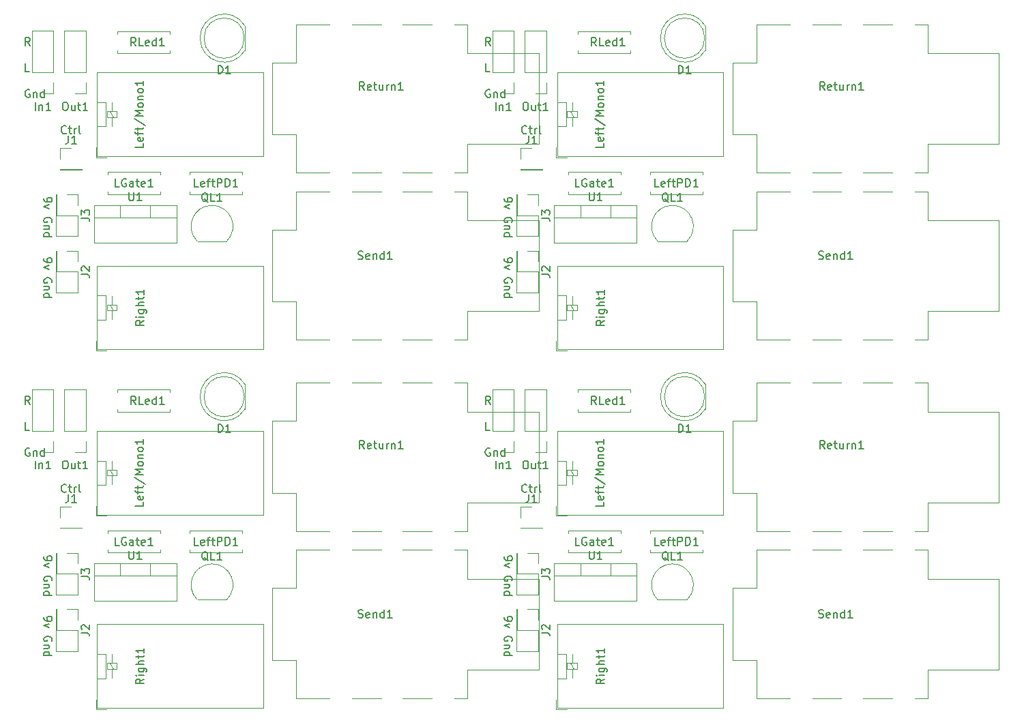
<source format=gbr>
%TF.GenerationSoftware,KiCad,Pcbnew,7.0.9*%
%TF.CreationDate,2024-06-08T21:45:48-04:00*%
%TF.ProjectId,V2 Loop Panel,5632204c-6f6f-4702-9050-616e656c2e6b,rev?*%
%TF.SameCoordinates,Original*%
%TF.FileFunction,Legend,Top*%
%TF.FilePolarity,Positive*%
%FSLAX46Y46*%
G04 Gerber Fmt 4.6, Leading zero omitted, Abs format (unit mm)*
G04 Created by KiCad (PCBNEW 7.0.9) date 2024-06-08 21:45:48*
%MOMM*%
%LPD*%
G01*
G04 APERTURE LIST*
%ADD10C,0.150000*%
%ADD11C,0.120000*%
G04 APERTURE END LIST*
D10*
X95005180Y-50884398D02*
X95005180Y-51074874D01*
X95005180Y-51074874D02*
X95052800Y-51170112D01*
X95052800Y-51170112D02*
X95100419Y-51217731D01*
X95100419Y-51217731D02*
X95243276Y-51312969D01*
X95243276Y-51312969D02*
X95433752Y-51360588D01*
X95433752Y-51360588D02*
X95814704Y-51360588D01*
X95814704Y-51360588D02*
X95909942Y-51312969D01*
X95909942Y-51312969D02*
X95957561Y-51265350D01*
X95957561Y-51265350D02*
X96005180Y-51170112D01*
X96005180Y-51170112D02*
X96005180Y-50979636D01*
X96005180Y-50979636D02*
X95957561Y-50884398D01*
X95957561Y-50884398D02*
X95909942Y-50836779D01*
X95909942Y-50836779D02*
X95814704Y-50789160D01*
X95814704Y-50789160D02*
X95576609Y-50789160D01*
X95576609Y-50789160D02*
X95481371Y-50836779D01*
X95481371Y-50836779D02*
X95433752Y-50884398D01*
X95433752Y-50884398D02*
X95386133Y-50979636D01*
X95386133Y-50979636D02*
X95386133Y-51170112D01*
X95386133Y-51170112D02*
X95433752Y-51265350D01*
X95433752Y-51265350D02*
X95481371Y-51312969D01*
X95481371Y-51312969D02*
X95576609Y-51360588D01*
X95671847Y-51693922D02*
X95005180Y-51932017D01*
X95005180Y-51932017D02*
X95671847Y-52170112D01*
X95957561Y-53836779D02*
X96005180Y-53741541D01*
X96005180Y-53741541D02*
X96005180Y-53598684D01*
X96005180Y-53598684D02*
X95957561Y-53455827D01*
X95957561Y-53455827D02*
X95862323Y-53360589D01*
X95862323Y-53360589D02*
X95767085Y-53312970D01*
X95767085Y-53312970D02*
X95576609Y-53265351D01*
X95576609Y-53265351D02*
X95433752Y-53265351D01*
X95433752Y-53265351D02*
X95243276Y-53312970D01*
X95243276Y-53312970D02*
X95148038Y-53360589D01*
X95148038Y-53360589D02*
X95052800Y-53455827D01*
X95052800Y-53455827D02*
X95005180Y-53598684D01*
X95005180Y-53598684D02*
X95005180Y-53693922D01*
X95005180Y-53693922D02*
X95052800Y-53836779D01*
X95052800Y-53836779D02*
X95100419Y-53884398D01*
X95100419Y-53884398D02*
X95433752Y-53884398D01*
X95433752Y-53884398D02*
X95433752Y-53693922D01*
X95671847Y-54312970D02*
X95005180Y-54312970D01*
X95576609Y-54312970D02*
X95624228Y-54360589D01*
X95624228Y-54360589D02*
X95671847Y-54455827D01*
X95671847Y-54455827D02*
X95671847Y-54598684D01*
X95671847Y-54598684D02*
X95624228Y-54693922D01*
X95624228Y-54693922D02*
X95528990Y-54741541D01*
X95528990Y-54741541D02*
X95005180Y-54741541D01*
X95005180Y-55646303D02*
X96005180Y-55646303D01*
X95052800Y-55646303D02*
X95005180Y-55551065D01*
X95005180Y-55551065D02*
X95005180Y-55360589D01*
X95005180Y-55360589D02*
X95052800Y-55265351D01*
X95052800Y-55265351D02*
X95100419Y-55217732D01*
X95100419Y-55217732D02*
X95195657Y-55170113D01*
X95195657Y-55170113D02*
X95481371Y-55170113D01*
X95481371Y-55170113D02*
X95576609Y-55217732D01*
X95576609Y-55217732D02*
X95624228Y-55265351D01*
X95624228Y-55265351D02*
X95671847Y-55360589D01*
X95671847Y-55360589D02*
X95671847Y-55551065D01*
X95671847Y-55551065D02*
X95624228Y-55646303D01*
X93283207Y-24429819D02*
X92949874Y-23953628D01*
X92711779Y-24429819D02*
X92711779Y-23429819D01*
X92711779Y-23429819D02*
X93092731Y-23429819D01*
X93092731Y-23429819D02*
X93187969Y-23477438D01*
X93187969Y-23477438D02*
X93235588Y-23525057D01*
X93235588Y-23525057D02*
X93283207Y-23620295D01*
X93283207Y-23620295D02*
X93283207Y-23763152D01*
X93283207Y-23763152D02*
X93235588Y-23858390D01*
X93235588Y-23858390D02*
X93187969Y-23906009D01*
X93187969Y-23906009D02*
X93092731Y-23953628D01*
X93092731Y-23953628D02*
X92711779Y-23953628D01*
X93187969Y-27649819D02*
X92711779Y-27649819D01*
X92711779Y-27649819D02*
X92711779Y-26649819D01*
X93235588Y-29917438D02*
X93140350Y-29869819D01*
X93140350Y-29869819D02*
X92997493Y-29869819D01*
X92997493Y-29869819D02*
X92854636Y-29917438D01*
X92854636Y-29917438D02*
X92759398Y-30012676D01*
X92759398Y-30012676D02*
X92711779Y-30107914D01*
X92711779Y-30107914D02*
X92664160Y-30298390D01*
X92664160Y-30298390D02*
X92664160Y-30441247D01*
X92664160Y-30441247D02*
X92711779Y-30631723D01*
X92711779Y-30631723D02*
X92759398Y-30726961D01*
X92759398Y-30726961D02*
X92854636Y-30822200D01*
X92854636Y-30822200D02*
X92997493Y-30869819D01*
X92997493Y-30869819D02*
X93092731Y-30869819D01*
X93092731Y-30869819D02*
X93235588Y-30822200D01*
X93235588Y-30822200D02*
X93283207Y-30774580D01*
X93283207Y-30774580D02*
X93283207Y-30441247D01*
X93283207Y-30441247D02*
X93092731Y-30441247D01*
X93711779Y-30203152D02*
X93711779Y-30869819D01*
X93711779Y-30298390D02*
X93759398Y-30250771D01*
X93759398Y-30250771D02*
X93854636Y-30203152D01*
X93854636Y-30203152D02*
X93997493Y-30203152D01*
X93997493Y-30203152D02*
X94092731Y-30250771D01*
X94092731Y-30250771D02*
X94140350Y-30346009D01*
X94140350Y-30346009D02*
X94140350Y-30869819D01*
X95045112Y-30869819D02*
X95045112Y-29869819D01*
X95045112Y-30822200D02*
X94949874Y-30869819D01*
X94949874Y-30869819D02*
X94759398Y-30869819D01*
X94759398Y-30869819D02*
X94664160Y-30822200D01*
X94664160Y-30822200D02*
X94616541Y-30774580D01*
X94616541Y-30774580D02*
X94568922Y-30679342D01*
X94568922Y-30679342D02*
X94568922Y-30393628D01*
X94568922Y-30393628D02*
X94616541Y-30298390D01*
X94616541Y-30298390D02*
X94664160Y-30250771D01*
X94664160Y-30250771D02*
X94759398Y-30203152D01*
X94759398Y-30203152D02*
X94949874Y-30203152D01*
X94949874Y-30203152D02*
X95045112Y-30250771D01*
X152140578Y-43384398D02*
X152140578Y-43574874D01*
X152140578Y-43574874D02*
X152188198Y-43670112D01*
X152188198Y-43670112D02*
X152235817Y-43717731D01*
X152235817Y-43717731D02*
X152378674Y-43812969D01*
X152378674Y-43812969D02*
X152569150Y-43860588D01*
X152569150Y-43860588D02*
X152950102Y-43860588D01*
X152950102Y-43860588D02*
X153045340Y-43812969D01*
X153045340Y-43812969D02*
X153092959Y-43765350D01*
X153092959Y-43765350D02*
X153140578Y-43670112D01*
X153140578Y-43670112D02*
X153140578Y-43479636D01*
X153140578Y-43479636D02*
X153092959Y-43384398D01*
X153092959Y-43384398D02*
X153045340Y-43336779D01*
X153045340Y-43336779D02*
X152950102Y-43289160D01*
X152950102Y-43289160D02*
X152712007Y-43289160D01*
X152712007Y-43289160D02*
X152616769Y-43336779D01*
X152616769Y-43336779D02*
X152569150Y-43384398D01*
X152569150Y-43384398D02*
X152521531Y-43479636D01*
X152521531Y-43479636D02*
X152521531Y-43670112D01*
X152521531Y-43670112D02*
X152569150Y-43765350D01*
X152569150Y-43765350D02*
X152616769Y-43812969D01*
X152616769Y-43812969D02*
X152712007Y-43860588D01*
X152807245Y-44193922D02*
X152140578Y-44432017D01*
X152140578Y-44432017D02*
X152807245Y-44670112D01*
X153092959Y-46336779D02*
X153140578Y-46241541D01*
X153140578Y-46241541D02*
X153140578Y-46098684D01*
X153140578Y-46098684D02*
X153092959Y-45955827D01*
X153092959Y-45955827D02*
X152997721Y-45860589D01*
X152997721Y-45860589D02*
X152902483Y-45812970D01*
X152902483Y-45812970D02*
X152712007Y-45765351D01*
X152712007Y-45765351D02*
X152569150Y-45765351D01*
X152569150Y-45765351D02*
X152378674Y-45812970D01*
X152378674Y-45812970D02*
X152283436Y-45860589D01*
X152283436Y-45860589D02*
X152188198Y-45955827D01*
X152188198Y-45955827D02*
X152140578Y-46098684D01*
X152140578Y-46098684D02*
X152140578Y-46193922D01*
X152140578Y-46193922D02*
X152188198Y-46336779D01*
X152188198Y-46336779D02*
X152235817Y-46384398D01*
X152235817Y-46384398D02*
X152569150Y-46384398D01*
X152569150Y-46384398D02*
X152569150Y-46193922D01*
X152807245Y-46812970D02*
X152140578Y-46812970D01*
X152712007Y-46812970D02*
X152759626Y-46860589D01*
X152759626Y-46860589D02*
X152807245Y-46955827D01*
X152807245Y-46955827D02*
X152807245Y-47098684D01*
X152807245Y-47098684D02*
X152759626Y-47193922D01*
X152759626Y-47193922D02*
X152664388Y-47241541D01*
X152664388Y-47241541D02*
X152140578Y-47241541D01*
X152140578Y-48146303D02*
X153140578Y-48146303D01*
X152188198Y-48146303D02*
X152140578Y-48051065D01*
X152140578Y-48051065D02*
X152140578Y-47860589D01*
X152140578Y-47860589D02*
X152188198Y-47765351D01*
X152188198Y-47765351D02*
X152235817Y-47717732D01*
X152235817Y-47717732D02*
X152331055Y-47670113D01*
X152331055Y-47670113D02*
X152616769Y-47670113D01*
X152616769Y-47670113D02*
X152712007Y-47717732D01*
X152712007Y-47717732D02*
X152759626Y-47765351D01*
X152759626Y-47765351D02*
X152807245Y-47860589D01*
X152807245Y-47860589D02*
X152807245Y-48051065D01*
X152807245Y-48051065D02*
X152759626Y-48146303D01*
X95005180Y-87894797D02*
X95005180Y-88085273D01*
X95005180Y-88085273D02*
X95052800Y-88180511D01*
X95052800Y-88180511D02*
X95100419Y-88228130D01*
X95100419Y-88228130D02*
X95243276Y-88323368D01*
X95243276Y-88323368D02*
X95433752Y-88370987D01*
X95433752Y-88370987D02*
X95814704Y-88370987D01*
X95814704Y-88370987D02*
X95909942Y-88323368D01*
X95909942Y-88323368D02*
X95957561Y-88275749D01*
X95957561Y-88275749D02*
X96005180Y-88180511D01*
X96005180Y-88180511D02*
X96005180Y-87990035D01*
X96005180Y-87990035D02*
X95957561Y-87894797D01*
X95957561Y-87894797D02*
X95909942Y-87847178D01*
X95909942Y-87847178D02*
X95814704Y-87799559D01*
X95814704Y-87799559D02*
X95576609Y-87799559D01*
X95576609Y-87799559D02*
X95481371Y-87847178D01*
X95481371Y-87847178D02*
X95433752Y-87894797D01*
X95433752Y-87894797D02*
X95386133Y-87990035D01*
X95386133Y-87990035D02*
X95386133Y-88180511D01*
X95386133Y-88180511D02*
X95433752Y-88275749D01*
X95433752Y-88275749D02*
X95481371Y-88323368D01*
X95481371Y-88323368D02*
X95576609Y-88370987D01*
X95671847Y-88704321D02*
X95005180Y-88942416D01*
X95005180Y-88942416D02*
X95671847Y-89180511D01*
X95957561Y-90847178D02*
X96005180Y-90751940D01*
X96005180Y-90751940D02*
X96005180Y-90609083D01*
X96005180Y-90609083D02*
X95957561Y-90466226D01*
X95957561Y-90466226D02*
X95862323Y-90370988D01*
X95862323Y-90370988D02*
X95767085Y-90323369D01*
X95767085Y-90323369D02*
X95576609Y-90275750D01*
X95576609Y-90275750D02*
X95433752Y-90275750D01*
X95433752Y-90275750D02*
X95243276Y-90323369D01*
X95243276Y-90323369D02*
X95148038Y-90370988D01*
X95148038Y-90370988D02*
X95052800Y-90466226D01*
X95052800Y-90466226D02*
X95005180Y-90609083D01*
X95005180Y-90609083D02*
X95005180Y-90704321D01*
X95005180Y-90704321D02*
X95052800Y-90847178D01*
X95052800Y-90847178D02*
X95100419Y-90894797D01*
X95100419Y-90894797D02*
X95433752Y-90894797D01*
X95433752Y-90894797D02*
X95433752Y-90704321D01*
X95671847Y-91323369D02*
X95005180Y-91323369D01*
X95576609Y-91323369D02*
X95624228Y-91370988D01*
X95624228Y-91370988D02*
X95671847Y-91466226D01*
X95671847Y-91466226D02*
X95671847Y-91609083D01*
X95671847Y-91609083D02*
X95624228Y-91704321D01*
X95624228Y-91704321D02*
X95528990Y-91751940D01*
X95528990Y-91751940D02*
X95005180Y-91751940D01*
X95005180Y-92656702D02*
X96005180Y-92656702D01*
X95052800Y-92656702D02*
X95005180Y-92561464D01*
X95005180Y-92561464D02*
X95005180Y-92370988D01*
X95005180Y-92370988D02*
X95052800Y-92275750D01*
X95052800Y-92275750D02*
X95100419Y-92228131D01*
X95100419Y-92228131D02*
X95195657Y-92180512D01*
X95195657Y-92180512D02*
X95481371Y-92180512D01*
X95481371Y-92180512D02*
X95576609Y-92228131D01*
X95576609Y-92228131D02*
X95624228Y-92275750D01*
X95624228Y-92275750D02*
X95671847Y-92370988D01*
X95671847Y-92370988D02*
X95671847Y-92561464D01*
X95671847Y-92561464D02*
X95624228Y-92656702D01*
X97783207Y-79784979D02*
X97735588Y-79832599D01*
X97735588Y-79832599D02*
X97592731Y-79880218D01*
X97592731Y-79880218D02*
X97497493Y-79880218D01*
X97497493Y-79880218D02*
X97354636Y-79832599D01*
X97354636Y-79832599D02*
X97259398Y-79737360D01*
X97259398Y-79737360D02*
X97211779Y-79642122D01*
X97211779Y-79642122D02*
X97164160Y-79451646D01*
X97164160Y-79451646D02*
X97164160Y-79308789D01*
X97164160Y-79308789D02*
X97211779Y-79118313D01*
X97211779Y-79118313D02*
X97259398Y-79023075D01*
X97259398Y-79023075D02*
X97354636Y-78927837D01*
X97354636Y-78927837D02*
X97497493Y-78880218D01*
X97497493Y-78880218D02*
X97592731Y-78880218D01*
X97592731Y-78880218D02*
X97735588Y-78927837D01*
X97735588Y-78927837D02*
X97783207Y-78975456D01*
X98068922Y-79213551D02*
X98449874Y-79213551D01*
X98211779Y-78880218D02*
X98211779Y-79737360D01*
X98211779Y-79737360D02*
X98259398Y-79832599D01*
X98259398Y-79832599D02*
X98354636Y-79880218D01*
X98354636Y-79880218D02*
X98449874Y-79880218D01*
X98783208Y-79880218D02*
X98783208Y-79213551D01*
X98783208Y-79404027D02*
X98830827Y-79308789D01*
X98830827Y-79308789D02*
X98878446Y-79261170D01*
X98878446Y-79261170D02*
X98973684Y-79213551D01*
X98973684Y-79213551D02*
X99068922Y-79213551D01*
X99545113Y-79880218D02*
X99449875Y-79832599D01*
X99449875Y-79832599D02*
X99402256Y-79737360D01*
X99402256Y-79737360D02*
X99402256Y-78880218D01*
X154918605Y-79784979D02*
X154870986Y-79832599D01*
X154870986Y-79832599D02*
X154728129Y-79880218D01*
X154728129Y-79880218D02*
X154632891Y-79880218D01*
X154632891Y-79880218D02*
X154490034Y-79832599D01*
X154490034Y-79832599D02*
X154394796Y-79737360D01*
X154394796Y-79737360D02*
X154347177Y-79642122D01*
X154347177Y-79642122D02*
X154299558Y-79451646D01*
X154299558Y-79451646D02*
X154299558Y-79308789D01*
X154299558Y-79308789D02*
X154347177Y-79118313D01*
X154347177Y-79118313D02*
X154394796Y-79023075D01*
X154394796Y-79023075D02*
X154490034Y-78927837D01*
X154490034Y-78927837D02*
X154632891Y-78880218D01*
X154632891Y-78880218D02*
X154728129Y-78880218D01*
X154728129Y-78880218D02*
X154870986Y-78927837D01*
X154870986Y-78927837D02*
X154918605Y-78975456D01*
X155204320Y-79213551D02*
X155585272Y-79213551D01*
X155347177Y-78880218D02*
X155347177Y-79737360D01*
X155347177Y-79737360D02*
X155394796Y-79832599D01*
X155394796Y-79832599D02*
X155490034Y-79880218D01*
X155490034Y-79880218D02*
X155585272Y-79880218D01*
X155918606Y-79880218D02*
X155918606Y-79213551D01*
X155918606Y-79404027D02*
X155966225Y-79308789D01*
X155966225Y-79308789D02*
X156013844Y-79261170D01*
X156013844Y-79261170D02*
X156109082Y-79213551D01*
X156109082Y-79213551D02*
X156204320Y-79213551D01*
X156680511Y-79880218D02*
X156585273Y-79832599D01*
X156585273Y-79832599D02*
X156537654Y-79737360D01*
X156537654Y-79737360D02*
X156537654Y-78880218D01*
X152140578Y-50884398D02*
X152140578Y-51074874D01*
X152140578Y-51074874D02*
X152188198Y-51170112D01*
X152188198Y-51170112D02*
X152235817Y-51217731D01*
X152235817Y-51217731D02*
X152378674Y-51312969D01*
X152378674Y-51312969D02*
X152569150Y-51360588D01*
X152569150Y-51360588D02*
X152950102Y-51360588D01*
X152950102Y-51360588D02*
X153045340Y-51312969D01*
X153045340Y-51312969D02*
X153092959Y-51265350D01*
X153092959Y-51265350D02*
X153140578Y-51170112D01*
X153140578Y-51170112D02*
X153140578Y-50979636D01*
X153140578Y-50979636D02*
X153092959Y-50884398D01*
X153092959Y-50884398D02*
X153045340Y-50836779D01*
X153045340Y-50836779D02*
X152950102Y-50789160D01*
X152950102Y-50789160D02*
X152712007Y-50789160D01*
X152712007Y-50789160D02*
X152616769Y-50836779D01*
X152616769Y-50836779D02*
X152569150Y-50884398D01*
X152569150Y-50884398D02*
X152521531Y-50979636D01*
X152521531Y-50979636D02*
X152521531Y-51170112D01*
X152521531Y-51170112D02*
X152569150Y-51265350D01*
X152569150Y-51265350D02*
X152616769Y-51312969D01*
X152616769Y-51312969D02*
X152712007Y-51360588D01*
X152807245Y-51693922D02*
X152140578Y-51932017D01*
X152140578Y-51932017D02*
X152807245Y-52170112D01*
X153092959Y-53836779D02*
X153140578Y-53741541D01*
X153140578Y-53741541D02*
X153140578Y-53598684D01*
X153140578Y-53598684D02*
X153092959Y-53455827D01*
X153092959Y-53455827D02*
X152997721Y-53360589D01*
X152997721Y-53360589D02*
X152902483Y-53312970D01*
X152902483Y-53312970D02*
X152712007Y-53265351D01*
X152712007Y-53265351D02*
X152569150Y-53265351D01*
X152569150Y-53265351D02*
X152378674Y-53312970D01*
X152378674Y-53312970D02*
X152283436Y-53360589D01*
X152283436Y-53360589D02*
X152188198Y-53455827D01*
X152188198Y-53455827D02*
X152140578Y-53598684D01*
X152140578Y-53598684D02*
X152140578Y-53693922D01*
X152140578Y-53693922D02*
X152188198Y-53836779D01*
X152188198Y-53836779D02*
X152235817Y-53884398D01*
X152235817Y-53884398D02*
X152569150Y-53884398D01*
X152569150Y-53884398D02*
X152569150Y-53693922D01*
X152807245Y-54312970D02*
X152140578Y-54312970D01*
X152712007Y-54312970D02*
X152759626Y-54360589D01*
X152759626Y-54360589D02*
X152807245Y-54455827D01*
X152807245Y-54455827D02*
X152807245Y-54598684D01*
X152807245Y-54598684D02*
X152759626Y-54693922D01*
X152759626Y-54693922D02*
X152664388Y-54741541D01*
X152664388Y-54741541D02*
X152140578Y-54741541D01*
X152140578Y-55646303D02*
X153140578Y-55646303D01*
X152188198Y-55646303D02*
X152140578Y-55551065D01*
X152140578Y-55551065D02*
X152140578Y-55360589D01*
X152140578Y-55360589D02*
X152188198Y-55265351D01*
X152188198Y-55265351D02*
X152235817Y-55217732D01*
X152235817Y-55217732D02*
X152331055Y-55170113D01*
X152331055Y-55170113D02*
X152616769Y-55170113D01*
X152616769Y-55170113D02*
X152712007Y-55217732D01*
X152712007Y-55217732D02*
X152759626Y-55265351D01*
X152759626Y-55265351D02*
X152807245Y-55360589D01*
X152807245Y-55360589D02*
X152807245Y-55551065D01*
X152807245Y-55551065D02*
X152759626Y-55646303D01*
X154918605Y-35274580D02*
X154870986Y-35322200D01*
X154870986Y-35322200D02*
X154728129Y-35369819D01*
X154728129Y-35369819D02*
X154632891Y-35369819D01*
X154632891Y-35369819D02*
X154490034Y-35322200D01*
X154490034Y-35322200D02*
X154394796Y-35226961D01*
X154394796Y-35226961D02*
X154347177Y-35131723D01*
X154347177Y-35131723D02*
X154299558Y-34941247D01*
X154299558Y-34941247D02*
X154299558Y-34798390D01*
X154299558Y-34798390D02*
X154347177Y-34607914D01*
X154347177Y-34607914D02*
X154394796Y-34512676D01*
X154394796Y-34512676D02*
X154490034Y-34417438D01*
X154490034Y-34417438D02*
X154632891Y-34369819D01*
X154632891Y-34369819D02*
X154728129Y-34369819D01*
X154728129Y-34369819D02*
X154870986Y-34417438D01*
X154870986Y-34417438D02*
X154918605Y-34465057D01*
X155204320Y-34703152D02*
X155585272Y-34703152D01*
X155347177Y-34369819D02*
X155347177Y-35226961D01*
X155347177Y-35226961D02*
X155394796Y-35322200D01*
X155394796Y-35322200D02*
X155490034Y-35369819D01*
X155490034Y-35369819D02*
X155585272Y-35369819D01*
X155918606Y-35369819D02*
X155918606Y-34703152D01*
X155918606Y-34893628D02*
X155966225Y-34798390D01*
X155966225Y-34798390D02*
X156013844Y-34750771D01*
X156013844Y-34750771D02*
X156109082Y-34703152D01*
X156109082Y-34703152D02*
X156204320Y-34703152D01*
X156680511Y-35369819D02*
X156585273Y-35322200D01*
X156585273Y-35322200D02*
X156537654Y-35226961D01*
X156537654Y-35226961D02*
X156537654Y-34369819D01*
X152140578Y-95394797D02*
X152140578Y-95585273D01*
X152140578Y-95585273D02*
X152188198Y-95680511D01*
X152188198Y-95680511D02*
X152235817Y-95728130D01*
X152235817Y-95728130D02*
X152378674Y-95823368D01*
X152378674Y-95823368D02*
X152569150Y-95870987D01*
X152569150Y-95870987D02*
X152950102Y-95870987D01*
X152950102Y-95870987D02*
X153045340Y-95823368D01*
X153045340Y-95823368D02*
X153092959Y-95775749D01*
X153092959Y-95775749D02*
X153140578Y-95680511D01*
X153140578Y-95680511D02*
X153140578Y-95490035D01*
X153140578Y-95490035D02*
X153092959Y-95394797D01*
X153092959Y-95394797D02*
X153045340Y-95347178D01*
X153045340Y-95347178D02*
X152950102Y-95299559D01*
X152950102Y-95299559D02*
X152712007Y-95299559D01*
X152712007Y-95299559D02*
X152616769Y-95347178D01*
X152616769Y-95347178D02*
X152569150Y-95394797D01*
X152569150Y-95394797D02*
X152521531Y-95490035D01*
X152521531Y-95490035D02*
X152521531Y-95680511D01*
X152521531Y-95680511D02*
X152569150Y-95775749D01*
X152569150Y-95775749D02*
X152616769Y-95823368D01*
X152616769Y-95823368D02*
X152712007Y-95870987D01*
X152807245Y-96204321D02*
X152140578Y-96442416D01*
X152140578Y-96442416D02*
X152807245Y-96680511D01*
X153092959Y-98347178D02*
X153140578Y-98251940D01*
X153140578Y-98251940D02*
X153140578Y-98109083D01*
X153140578Y-98109083D02*
X153092959Y-97966226D01*
X153092959Y-97966226D02*
X152997721Y-97870988D01*
X152997721Y-97870988D02*
X152902483Y-97823369D01*
X152902483Y-97823369D02*
X152712007Y-97775750D01*
X152712007Y-97775750D02*
X152569150Y-97775750D01*
X152569150Y-97775750D02*
X152378674Y-97823369D01*
X152378674Y-97823369D02*
X152283436Y-97870988D01*
X152283436Y-97870988D02*
X152188198Y-97966226D01*
X152188198Y-97966226D02*
X152140578Y-98109083D01*
X152140578Y-98109083D02*
X152140578Y-98204321D01*
X152140578Y-98204321D02*
X152188198Y-98347178D01*
X152188198Y-98347178D02*
X152235817Y-98394797D01*
X152235817Y-98394797D02*
X152569150Y-98394797D01*
X152569150Y-98394797D02*
X152569150Y-98204321D01*
X152807245Y-98823369D02*
X152140578Y-98823369D01*
X152712007Y-98823369D02*
X152759626Y-98870988D01*
X152759626Y-98870988D02*
X152807245Y-98966226D01*
X152807245Y-98966226D02*
X152807245Y-99109083D01*
X152807245Y-99109083D02*
X152759626Y-99204321D01*
X152759626Y-99204321D02*
X152664388Y-99251940D01*
X152664388Y-99251940D02*
X152140578Y-99251940D01*
X152140578Y-100156702D02*
X153140578Y-100156702D01*
X152188198Y-100156702D02*
X152140578Y-100061464D01*
X152140578Y-100061464D02*
X152140578Y-99870988D01*
X152140578Y-99870988D02*
X152188198Y-99775750D01*
X152188198Y-99775750D02*
X152235817Y-99728131D01*
X152235817Y-99728131D02*
X152331055Y-99680512D01*
X152331055Y-99680512D02*
X152616769Y-99680512D01*
X152616769Y-99680512D02*
X152712007Y-99728131D01*
X152712007Y-99728131D02*
X152759626Y-99775750D01*
X152759626Y-99775750D02*
X152807245Y-99870988D01*
X152807245Y-99870988D02*
X152807245Y-100061464D01*
X152807245Y-100061464D02*
X152759626Y-100156702D01*
X95005180Y-43384398D02*
X95005180Y-43574874D01*
X95005180Y-43574874D02*
X95052800Y-43670112D01*
X95052800Y-43670112D02*
X95100419Y-43717731D01*
X95100419Y-43717731D02*
X95243276Y-43812969D01*
X95243276Y-43812969D02*
X95433752Y-43860588D01*
X95433752Y-43860588D02*
X95814704Y-43860588D01*
X95814704Y-43860588D02*
X95909942Y-43812969D01*
X95909942Y-43812969D02*
X95957561Y-43765350D01*
X95957561Y-43765350D02*
X96005180Y-43670112D01*
X96005180Y-43670112D02*
X96005180Y-43479636D01*
X96005180Y-43479636D02*
X95957561Y-43384398D01*
X95957561Y-43384398D02*
X95909942Y-43336779D01*
X95909942Y-43336779D02*
X95814704Y-43289160D01*
X95814704Y-43289160D02*
X95576609Y-43289160D01*
X95576609Y-43289160D02*
X95481371Y-43336779D01*
X95481371Y-43336779D02*
X95433752Y-43384398D01*
X95433752Y-43384398D02*
X95386133Y-43479636D01*
X95386133Y-43479636D02*
X95386133Y-43670112D01*
X95386133Y-43670112D02*
X95433752Y-43765350D01*
X95433752Y-43765350D02*
X95481371Y-43812969D01*
X95481371Y-43812969D02*
X95576609Y-43860588D01*
X95671847Y-44193922D02*
X95005180Y-44432017D01*
X95005180Y-44432017D02*
X95671847Y-44670112D01*
X95957561Y-46336779D02*
X96005180Y-46241541D01*
X96005180Y-46241541D02*
X96005180Y-46098684D01*
X96005180Y-46098684D02*
X95957561Y-45955827D01*
X95957561Y-45955827D02*
X95862323Y-45860589D01*
X95862323Y-45860589D02*
X95767085Y-45812970D01*
X95767085Y-45812970D02*
X95576609Y-45765351D01*
X95576609Y-45765351D02*
X95433752Y-45765351D01*
X95433752Y-45765351D02*
X95243276Y-45812970D01*
X95243276Y-45812970D02*
X95148038Y-45860589D01*
X95148038Y-45860589D02*
X95052800Y-45955827D01*
X95052800Y-45955827D02*
X95005180Y-46098684D01*
X95005180Y-46098684D02*
X95005180Y-46193922D01*
X95005180Y-46193922D02*
X95052800Y-46336779D01*
X95052800Y-46336779D02*
X95100419Y-46384398D01*
X95100419Y-46384398D02*
X95433752Y-46384398D01*
X95433752Y-46384398D02*
X95433752Y-46193922D01*
X95671847Y-46812970D02*
X95005180Y-46812970D01*
X95576609Y-46812970D02*
X95624228Y-46860589D01*
X95624228Y-46860589D02*
X95671847Y-46955827D01*
X95671847Y-46955827D02*
X95671847Y-47098684D01*
X95671847Y-47098684D02*
X95624228Y-47193922D01*
X95624228Y-47193922D02*
X95528990Y-47241541D01*
X95528990Y-47241541D02*
X95005180Y-47241541D01*
X95005180Y-48146303D02*
X96005180Y-48146303D01*
X95052800Y-48146303D02*
X95005180Y-48051065D01*
X95005180Y-48051065D02*
X95005180Y-47860589D01*
X95005180Y-47860589D02*
X95052800Y-47765351D01*
X95052800Y-47765351D02*
X95100419Y-47717732D01*
X95100419Y-47717732D02*
X95195657Y-47670113D01*
X95195657Y-47670113D02*
X95481371Y-47670113D01*
X95481371Y-47670113D02*
X95576609Y-47717732D01*
X95576609Y-47717732D02*
X95624228Y-47765351D01*
X95624228Y-47765351D02*
X95671847Y-47860589D01*
X95671847Y-47860589D02*
X95671847Y-48051065D01*
X95671847Y-48051065D02*
X95624228Y-48146303D01*
X97783207Y-35274580D02*
X97735588Y-35322200D01*
X97735588Y-35322200D02*
X97592731Y-35369819D01*
X97592731Y-35369819D02*
X97497493Y-35369819D01*
X97497493Y-35369819D02*
X97354636Y-35322200D01*
X97354636Y-35322200D02*
X97259398Y-35226961D01*
X97259398Y-35226961D02*
X97211779Y-35131723D01*
X97211779Y-35131723D02*
X97164160Y-34941247D01*
X97164160Y-34941247D02*
X97164160Y-34798390D01*
X97164160Y-34798390D02*
X97211779Y-34607914D01*
X97211779Y-34607914D02*
X97259398Y-34512676D01*
X97259398Y-34512676D02*
X97354636Y-34417438D01*
X97354636Y-34417438D02*
X97497493Y-34369819D01*
X97497493Y-34369819D02*
X97592731Y-34369819D01*
X97592731Y-34369819D02*
X97735588Y-34417438D01*
X97735588Y-34417438D02*
X97783207Y-34465057D01*
X98068922Y-34703152D02*
X98449874Y-34703152D01*
X98211779Y-34369819D02*
X98211779Y-35226961D01*
X98211779Y-35226961D02*
X98259398Y-35322200D01*
X98259398Y-35322200D02*
X98354636Y-35369819D01*
X98354636Y-35369819D02*
X98449874Y-35369819D01*
X98783208Y-35369819D02*
X98783208Y-34703152D01*
X98783208Y-34893628D02*
X98830827Y-34798390D01*
X98830827Y-34798390D02*
X98878446Y-34750771D01*
X98878446Y-34750771D02*
X98973684Y-34703152D01*
X98973684Y-34703152D02*
X99068922Y-34703152D01*
X99545113Y-35369819D02*
X99449875Y-35322200D01*
X99449875Y-35322200D02*
X99402256Y-35226961D01*
X99402256Y-35226961D02*
X99402256Y-34369819D01*
X95005180Y-95394797D02*
X95005180Y-95585273D01*
X95005180Y-95585273D02*
X95052800Y-95680511D01*
X95052800Y-95680511D02*
X95100419Y-95728130D01*
X95100419Y-95728130D02*
X95243276Y-95823368D01*
X95243276Y-95823368D02*
X95433752Y-95870987D01*
X95433752Y-95870987D02*
X95814704Y-95870987D01*
X95814704Y-95870987D02*
X95909942Y-95823368D01*
X95909942Y-95823368D02*
X95957561Y-95775749D01*
X95957561Y-95775749D02*
X96005180Y-95680511D01*
X96005180Y-95680511D02*
X96005180Y-95490035D01*
X96005180Y-95490035D02*
X95957561Y-95394797D01*
X95957561Y-95394797D02*
X95909942Y-95347178D01*
X95909942Y-95347178D02*
X95814704Y-95299559D01*
X95814704Y-95299559D02*
X95576609Y-95299559D01*
X95576609Y-95299559D02*
X95481371Y-95347178D01*
X95481371Y-95347178D02*
X95433752Y-95394797D01*
X95433752Y-95394797D02*
X95386133Y-95490035D01*
X95386133Y-95490035D02*
X95386133Y-95680511D01*
X95386133Y-95680511D02*
X95433752Y-95775749D01*
X95433752Y-95775749D02*
X95481371Y-95823368D01*
X95481371Y-95823368D02*
X95576609Y-95870987D01*
X95671847Y-96204321D02*
X95005180Y-96442416D01*
X95005180Y-96442416D02*
X95671847Y-96680511D01*
X95957561Y-98347178D02*
X96005180Y-98251940D01*
X96005180Y-98251940D02*
X96005180Y-98109083D01*
X96005180Y-98109083D02*
X95957561Y-97966226D01*
X95957561Y-97966226D02*
X95862323Y-97870988D01*
X95862323Y-97870988D02*
X95767085Y-97823369D01*
X95767085Y-97823369D02*
X95576609Y-97775750D01*
X95576609Y-97775750D02*
X95433752Y-97775750D01*
X95433752Y-97775750D02*
X95243276Y-97823369D01*
X95243276Y-97823369D02*
X95148038Y-97870988D01*
X95148038Y-97870988D02*
X95052800Y-97966226D01*
X95052800Y-97966226D02*
X95005180Y-98109083D01*
X95005180Y-98109083D02*
X95005180Y-98204321D01*
X95005180Y-98204321D02*
X95052800Y-98347178D01*
X95052800Y-98347178D02*
X95100419Y-98394797D01*
X95100419Y-98394797D02*
X95433752Y-98394797D01*
X95433752Y-98394797D02*
X95433752Y-98204321D01*
X95671847Y-98823369D02*
X95005180Y-98823369D01*
X95576609Y-98823369D02*
X95624228Y-98870988D01*
X95624228Y-98870988D02*
X95671847Y-98966226D01*
X95671847Y-98966226D02*
X95671847Y-99109083D01*
X95671847Y-99109083D02*
X95624228Y-99204321D01*
X95624228Y-99204321D02*
X95528990Y-99251940D01*
X95528990Y-99251940D02*
X95005180Y-99251940D01*
X95005180Y-100156702D02*
X96005180Y-100156702D01*
X95052800Y-100156702D02*
X95005180Y-100061464D01*
X95005180Y-100061464D02*
X95005180Y-99870988D01*
X95005180Y-99870988D02*
X95052800Y-99775750D01*
X95052800Y-99775750D02*
X95100419Y-99728131D01*
X95100419Y-99728131D02*
X95195657Y-99680512D01*
X95195657Y-99680512D02*
X95481371Y-99680512D01*
X95481371Y-99680512D02*
X95576609Y-99728131D01*
X95576609Y-99728131D02*
X95624228Y-99775750D01*
X95624228Y-99775750D02*
X95671847Y-99870988D01*
X95671847Y-99870988D02*
X95671847Y-100061464D01*
X95671847Y-100061464D02*
X95624228Y-100156702D01*
X150418605Y-24429819D02*
X150085272Y-23953628D01*
X149847177Y-24429819D02*
X149847177Y-23429819D01*
X149847177Y-23429819D02*
X150228129Y-23429819D01*
X150228129Y-23429819D02*
X150323367Y-23477438D01*
X150323367Y-23477438D02*
X150370986Y-23525057D01*
X150370986Y-23525057D02*
X150418605Y-23620295D01*
X150418605Y-23620295D02*
X150418605Y-23763152D01*
X150418605Y-23763152D02*
X150370986Y-23858390D01*
X150370986Y-23858390D02*
X150323367Y-23906009D01*
X150323367Y-23906009D02*
X150228129Y-23953628D01*
X150228129Y-23953628D02*
X149847177Y-23953628D01*
X150323367Y-27649819D02*
X149847177Y-27649819D01*
X149847177Y-27649819D02*
X149847177Y-26649819D01*
X150370986Y-29917438D02*
X150275748Y-29869819D01*
X150275748Y-29869819D02*
X150132891Y-29869819D01*
X150132891Y-29869819D02*
X149990034Y-29917438D01*
X149990034Y-29917438D02*
X149894796Y-30012676D01*
X149894796Y-30012676D02*
X149847177Y-30107914D01*
X149847177Y-30107914D02*
X149799558Y-30298390D01*
X149799558Y-30298390D02*
X149799558Y-30441247D01*
X149799558Y-30441247D02*
X149847177Y-30631723D01*
X149847177Y-30631723D02*
X149894796Y-30726961D01*
X149894796Y-30726961D02*
X149990034Y-30822200D01*
X149990034Y-30822200D02*
X150132891Y-30869819D01*
X150132891Y-30869819D02*
X150228129Y-30869819D01*
X150228129Y-30869819D02*
X150370986Y-30822200D01*
X150370986Y-30822200D02*
X150418605Y-30774580D01*
X150418605Y-30774580D02*
X150418605Y-30441247D01*
X150418605Y-30441247D02*
X150228129Y-30441247D01*
X150847177Y-30203152D02*
X150847177Y-30869819D01*
X150847177Y-30298390D02*
X150894796Y-30250771D01*
X150894796Y-30250771D02*
X150990034Y-30203152D01*
X150990034Y-30203152D02*
X151132891Y-30203152D01*
X151132891Y-30203152D02*
X151228129Y-30250771D01*
X151228129Y-30250771D02*
X151275748Y-30346009D01*
X151275748Y-30346009D02*
X151275748Y-30869819D01*
X152180510Y-30869819D02*
X152180510Y-29869819D01*
X152180510Y-30822200D02*
X152085272Y-30869819D01*
X152085272Y-30869819D02*
X151894796Y-30869819D01*
X151894796Y-30869819D02*
X151799558Y-30822200D01*
X151799558Y-30822200D02*
X151751939Y-30774580D01*
X151751939Y-30774580D02*
X151704320Y-30679342D01*
X151704320Y-30679342D02*
X151704320Y-30393628D01*
X151704320Y-30393628D02*
X151751939Y-30298390D01*
X151751939Y-30298390D02*
X151799558Y-30250771D01*
X151799558Y-30250771D02*
X151894796Y-30203152D01*
X151894796Y-30203152D02*
X152085272Y-30203152D01*
X152085272Y-30203152D02*
X152180510Y-30250771D01*
X150418605Y-68940218D02*
X150085272Y-68464027D01*
X149847177Y-68940218D02*
X149847177Y-67940218D01*
X149847177Y-67940218D02*
X150228129Y-67940218D01*
X150228129Y-67940218D02*
X150323367Y-67987837D01*
X150323367Y-67987837D02*
X150370986Y-68035456D01*
X150370986Y-68035456D02*
X150418605Y-68130694D01*
X150418605Y-68130694D02*
X150418605Y-68273551D01*
X150418605Y-68273551D02*
X150370986Y-68368789D01*
X150370986Y-68368789D02*
X150323367Y-68416408D01*
X150323367Y-68416408D02*
X150228129Y-68464027D01*
X150228129Y-68464027D02*
X149847177Y-68464027D01*
X150323367Y-72160218D02*
X149847177Y-72160218D01*
X149847177Y-72160218D02*
X149847177Y-71160218D01*
X150370986Y-74427837D02*
X150275748Y-74380218D01*
X150275748Y-74380218D02*
X150132891Y-74380218D01*
X150132891Y-74380218D02*
X149990034Y-74427837D01*
X149990034Y-74427837D02*
X149894796Y-74523075D01*
X149894796Y-74523075D02*
X149847177Y-74618313D01*
X149847177Y-74618313D02*
X149799558Y-74808789D01*
X149799558Y-74808789D02*
X149799558Y-74951646D01*
X149799558Y-74951646D02*
X149847177Y-75142122D01*
X149847177Y-75142122D02*
X149894796Y-75237360D01*
X149894796Y-75237360D02*
X149990034Y-75332599D01*
X149990034Y-75332599D02*
X150132891Y-75380218D01*
X150132891Y-75380218D02*
X150228129Y-75380218D01*
X150228129Y-75380218D02*
X150370986Y-75332599D01*
X150370986Y-75332599D02*
X150418605Y-75284979D01*
X150418605Y-75284979D02*
X150418605Y-74951646D01*
X150418605Y-74951646D02*
X150228129Y-74951646D01*
X150847177Y-74713551D02*
X150847177Y-75380218D01*
X150847177Y-74808789D02*
X150894796Y-74761170D01*
X150894796Y-74761170D02*
X150990034Y-74713551D01*
X150990034Y-74713551D02*
X151132891Y-74713551D01*
X151132891Y-74713551D02*
X151228129Y-74761170D01*
X151228129Y-74761170D02*
X151275748Y-74856408D01*
X151275748Y-74856408D02*
X151275748Y-75380218D01*
X152180510Y-75380218D02*
X152180510Y-74380218D01*
X152180510Y-75332599D02*
X152085272Y-75380218D01*
X152085272Y-75380218D02*
X151894796Y-75380218D01*
X151894796Y-75380218D02*
X151799558Y-75332599D01*
X151799558Y-75332599D02*
X151751939Y-75284979D01*
X151751939Y-75284979D02*
X151704320Y-75189741D01*
X151704320Y-75189741D02*
X151704320Y-74904027D01*
X151704320Y-74904027D02*
X151751939Y-74808789D01*
X151751939Y-74808789D02*
X151799558Y-74761170D01*
X151799558Y-74761170D02*
X151894796Y-74713551D01*
X151894796Y-74713551D02*
X152085272Y-74713551D01*
X152085272Y-74713551D02*
X152180510Y-74761170D01*
X93283207Y-68940218D02*
X92949874Y-68464027D01*
X92711779Y-68940218D02*
X92711779Y-67940218D01*
X92711779Y-67940218D02*
X93092731Y-67940218D01*
X93092731Y-67940218D02*
X93187969Y-67987837D01*
X93187969Y-67987837D02*
X93235588Y-68035456D01*
X93235588Y-68035456D02*
X93283207Y-68130694D01*
X93283207Y-68130694D02*
X93283207Y-68273551D01*
X93283207Y-68273551D02*
X93235588Y-68368789D01*
X93235588Y-68368789D02*
X93187969Y-68416408D01*
X93187969Y-68416408D02*
X93092731Y-68464027D01*
X93092731Y-68464027D02*
X92711779Y-68464027D01*
X93187969Y-72160218D02*
X92711779Y-72160218D01*
X92711779Y-72160218D02*
X92711779Y-71160218D01*
X93235588Y-74427837D02*
X93140350Y-74380218D01*
X93140350Y-74380218D02*
X92997493Y-74380218D01*
X92997493Y-74380218D02*
X92854636Y-74427837D01*
X92854636Y-74427837D02*
X92759398Y-74523075D01*
X92759398Y-74523075D02*
X92711779Y-74618313D01*
X92711779Y-74618313D02*
X92664160Y-74808789D01*
X92664160Y-74808789D02*
X92664160Y-74951646D01*
X92664160Y-74951646D02*
X92711779Y-75142122D01*
X92711779Y-75142122D02*
X92759398Y-75237360D01*
X92759398Y-75237360D02*
X92854636Y-75332599D01*
X92854636Y-75332599D02*
X92997493Y-75380218D01*
X92997493Y-75380218D02*
X93092731Y-75380218D01*
X93092731Y-75380218D02*
X93235588Y-75332599D01*
X93235588Y-75332599D02*
X93283207Y-75284979D01*
X93283207Y-75284979D02*
X93283207Y-74951646D01*
X93283207Y-74951646D02*
X93092731Y-74951646D01*
X93711779Y-74713551D02*
X93711779Y-75380218D01*
X93711779Y-74808789D02*
X93759398Y-74761170D01*
X93759398Y-74761170D02*
X93854636Y-74713551D01*
X93854636Y-74713551D02*
X93997493Y-74713551D01*
X93997493Y-74713551D02*
X94092731Y-74761170D01*
X94092731Y-74761170D02*
X94140350Y-74856408D01*
X94140350Y-74856408D02*
X94140350Y-75380218D01*
X95045112Y-75380218D02*
X95045112Y-74380218D01*
X95045112Y-75332599D02*
X94949874Y-75380218D01*
X94949874Y-75380218D02*
X94759398Y-75380218D01*
X94759398Y-75380218D02*
X94664160Y-75332599D01*
X94664160Y-75332599D02*
X94616541Y-75284979D01*
X94616541Y-75284979D02*
X94568922Y-75189741D01*
X94568922Y-75189741D02*
X94568922Y-74904027D01*
X94568922Y-74904027D02*
X94616541Y-74808789D01*
X94616541Y-74808789D02*
X94664160Y-74761170D01*
X94664160Y-74761170D02*
X94759398Y-74713551D01*
X94759398Y-74713551D02*
X94949874Y-74713551D01*
X94949874Y-74713551D02*
X95045112Y-74761170D01*
X152140578Y-87894797D02*
X152140578Y-88085273D01*
X152140578Y-88085273D02*
X152188198Y-88180511D01*
X152188198Y-88180511D02*
X152235817Y-88228130D01*
X152235817Y-88228130D02*
X152378674Y-88323368D01*
X152378674Y-88323368D02*
X152569150Y-88370987D01*
X152569150Y-88370987D02*
X152950102Y-88370987D01*
X152950102Y-88370987D02*
X153045340Y-88323368D01*
X153045340Y-88323368D02*
X153092959Y-88275749D01*
X153092959Y-88275749D02*
X153140578Y-88180511D01*
X153140578Y-88180511D02*
X153140578Y-87990035D01*
X153140578Y-87990035D02*
X153092959Y-87894797D01*
X153092959Y-87894797D02*
X153045340Y-87847178D01*
X153045340Y-87847178D02*
X152950102Y-87799559D01*
X152950102Y-87799559D02*
X152712007Y-87799559D01*
X152712007Y-87799559D02*
X152616769Y-87847178D01*
X152616769Y-87847178D02*
X152569150Y-87894797D01*
X152569150Y-87894797D02*
X152521531Y-87990035D01*
X152521531Y-87990035D02*
X152521531Y-88180511D01*
X152521531Y-88180511D02*
X152569150Y-88275749D01*
X152569150Y-88275749D02*
X152616769Y-88323368D01*
X152616769Y-88323368D02*
X152712007Y-88370987D01*
X152807245Y-88704321D02*
X152140578Y-88942416D01*
X152140578Y-88942416D02*
X152807245Y-89180511D01*
X153092959Y-90847178D02*
X153140578Y-90751940D01*
X153140578Y-90751940D02*
X153140578Y-90609083D01*
X153140578Y-90609083D02*
X153092959Y-90466226D01*
X153092959Y-90466226D02*
X152997721Y-90370988D01*
X152997721Y-90370988D02*
X152902483Y-90323369D01*
X152902483Y-90323369D02*
X152712007Y-90275750D01*
X152712007Y-90275750D02*
X152569150Y-90275750D01*
X152569150Y-90275750D02*
X152378674Y-90323369D01*
X152378674Y-90323369D02*
X152283436Y-90370988D01*
X152283436Y-90370988D02*
X152188198Y-90466226D01*
X152188198Y-90466226D02*
X152140578Y-90609083D01*
X152140578Y-90609083D02*
X152140578Y-90704321D01*
X152140578Y-90704321D02*
X152188198Y-90847178D01*
X152188198Y-90847178D02*
X152235817Y-90894797D01*
X152235817Y-90894797D02*
X152569150Y-90894797D01*
X152569150Y-90894797D02*
X152569150Y-90704321D01*
X152807245Y-91323369D02*
X152140578Y-91323369D01*
X152712007Y-91323369D02*
X152759626Y-91370988D01*
X152759626Y-91370988D02*
X152807245Y-91466226D01*
X152807245Y-91466226D02*
X152807245Y-91609083D01*
X152807245Y-91609083D02*
X152759626Y-91704321D01*
X152759626Y-91704321D02*
X152664388Y-91751940D01*
X152664388Y-91751940D02*
X152140578Y-91751940D01*
X152140578Y-92656702D02*
X153140578Y-92656702D01*
X152188198Y-92656702D02*
X152140578Y-92561464D01*
X152140578Y-92561464D02*
X152140578Y-92370988D01*
X152140578Y-92370988D02*
X152188198Y-92275750D01*
X152188198Y-92275750D02*
X152235817Y-92228131D01*
X152235817Y-92228131D02*
X152331055Y-92180512D01*
X152331055Y-92180512D02*
X152616769Y-92180512D01*
X152616769Y-92180512D02*
X152712007Y-92228131D01*
X152712007Y-92228131D02*
X152759626Y-92275750D01*
X152759626Y-92275750D02*
X152807245Y-92370988D01*
X152807245Y-92370988D02*
X152807245Y-92561464D01*
X152807245Y-92561464D02*
X152759626Y-92656702D01*
X161487064Y-86465218D02*
X161010874Y-86465218D01*
X161010874Y-86465218D02*
X161010874Y-85465218D01*
X162344207Y-85512837D02*
X162248969Y-85465218D01*
X162248969Y-85465218D02*
X162106112Y-85465218D01*
X162106112Y-85465218D02*
X161963255Y-85512837D01*
X161963255Y-85512837D02*
X161868017Y-85608075D01*
X161868017Y-85608075D02*
X161820398Y-85703313D01*
X161820398Y-85703313D02*
X161772779Y-85893789D01*
X161772779Y-85893789D02*
X161772779Y-86036646D01*
X161772779Y-86036646D02*
X161820398Y-86227122D01*
X161820398Y-86227122D02*
X161868017Y-86322360D01*
X161868017Y-86322360D02*
X161963255Y-86417599D01*
X161963255Y-86417599D02*
X162106112Y-86465218D01*
X162106112Y-86465218D02*
X162201350Y-86465218D01*
X162201350Y-86465218D02*
X162344207Y-86417599D01*
X162344207Y-86417599D02*
X162391826Y-86369979D01*
X162391826Y-86369979D02*
X162391826Y-86036646D01*
X162391826Y-86036646D02*
X162201350Y-86036646D01*
X163248969Y-86465218D02*
X163248969Y-85941408D01*
X163248969Y-85941408D02*
X163201350Y-85846170D01*
X163201350Y-85846170D02*
X163106112Y-85798551D01*
X163106112Y-85798551D02*
X162915636Y-85798551D01*
X162915636Y-85798551D02*
X162820398Y-85846170D01*
X163248969Y-86417599D02*
X163153731Y-86465218D01*
X163153731Y-86465218D02*
X162915636Y-86465218D01*
X162915636Y-86465218D02*
X162820398Y-86417599D01*
X162820398Y-86417599D02*
X162772779Y-86322360D01*
X162772779Y-86322360D02*
X162772779Y-86227122D01*
X162772779Y-86227122D02*
X162820398Y-86131884D01*
X162820398Y-86131884D02*
X162915636Y-86084265D01*
X162915636Y-86084265D02*
X163153731Y-86084265D01*
X163153731Y-86084265D02*
X163248969Y-86036646D01*
X163582303Y-85798551D02*
X163963255Y-85798551D01*
X163725160Y-85465218D02*
X163725160Y-86322360D01*
X163725160Y-86322360D02*
X163772779Y-86417599D01*
X163772779Y-86417599D02*
X163868017Y-86465218D01*
X163868017Y-86465218D02*
X163963255Y-86465218D01*
X164677541Y-86417599D02*
X164582303Y-86465218D01*
X164582303Y-86465218D02*
X164391827Y-86465218D01*
X164391827Y-86465218D02*
X164296589Y-86417599D01*
X164296589Y-86417599D02*
X164248970Y-86322360D01*
X164248970Y-86322360D02*
X164248970Y-85941408D01*
X164248970Y-85941408D02*
X164296589Y-85846170D01*
X164296589Y-85846170D02*
X164391827Y-85798551D01*
X164391827Y-85798551D02*
X164582303Y-85798551D01*
X164582303Y-85798551D02*
X164677541Y-85846170D01*
X164677541Y-85846170D02*
X164725160Y-85941408D01*
X164725160Y-85941408D02*
X164725160Y-86036646D01*
X164725160Y-86036646D02*
X164248970Y-86131884D01*
X165677541Y-86465218D02*
X165106113Y-86465218D01*
X165391827Y-86465218D02*
X165391827Y-85465218D01*
X165391827Y-85465218D02*
X165296589Y-85608075D01*
X165296589Y-85608075D02*
X165201351Y-85703313D01*
X165201351Y-85703313D02*
X165106113Y-85750932D01*
X93946429Y-32454819D02*
X93946429Y-31454819D01*
X94422619Y-31788152D02*
X94422619Y-32454819D01*
X94422619Y-31883390D02*
X94470238Y-31835771D01*
X94470238Y-31835771D02*
X94565476Y-31788152D01*
X94565476Y-31788152D02*
X94708333Y-31788152D01*
X94708333Y-31788152D02*
X94803571Y-31835771D01*
X94803571Y-31835771D02*
X94851190Y-31931009D01*
X94851190Y-31931009D02*
X94851190Y-32454819D01*
X95851190Y-32454819D02*
X95279762Y-32454819D01*
X95565476Y-32454819D02*
X95565476Y-31454819D01*
X95565476Y-31454819D02*
X95470238Y-31597676D01*
X95470238Y-31597676D02*
X95375000Y-31692914D01*
X95375000Y-31692914D02*
X95279762Y-31740533D01*
X97565476Y-31454819D02*
X97755952Y-31454819D01*
X97755952Y-31454819D02*
X97851190Y-31502438D01*
X97851190Y-31502438D02*
X97946428Y-31597676D01*
X97946428Y-31597676D02*
X97994047Y-31788152D01*
X97994047Y-31788152D02*
X97994047Y-32121485D01*
X97994047Y-32121485D02*
X97946428Y-32311961D01*
X97946428Y-32311961D02*
X97851190Y-32407200D01*
X97851190Y-32407200D02*
X97755952Y-32454819D01*
X97755952Y-32454819D02*
X97565476Y-32454819D01*
X97565476Y-32454819D02*
X97470238Y-32407200D01*
X97470238Y-32407200D02*
X97375000Y-32311961D01*
X97375000Y-32311961D02*
X97327381Y-32121485D01*
X97327381Y-32121485D02*
X97327381Y-31788152D01*
X97327381Y-31788152D02*
X97375000Y-31597676D01*
X97375000Y-31597676D02*
X97470238Y-31502438D01*
X97470238Y-31502438D02*
X97565476Y-31454819D01*
X98851190Y-31788152D02*
X98851190Y-32454819D01*
X98422619Y-31788152D02*
X98422619Y-32311961D01*
X98422619Y-32311961D02*
X98470238Y-32407200D01*
X98470238Y-32407200D02*
X98565476Y-32454819D01*
X98565476Y-32454819D02*
X98708333Y-32454819D01*
X98708333Y-32454819D02*
X98803571Y-32407200D01*
X98803571Y-32407200D02*
X98851190Y-32359580D01*
X99184524Y-31788152D02*
X99565476Y-31788152D01*
X99327381Y-31454819D02*
X99327381Y-32311961D01*
X99327381Y-32311961D02*
X99375000Y-32407200D01*
X99375000Y-32407200D02*
X99470238Y-32454819D01*
X99470238Y-32454819D02*
X99565476Y-32454819D01*
X100422619Y-32454819D02*
X99851191Y-32454819D01*
X100136905Y-32454819D02*
X100136905Y-31454819D01*
X100136905Y-31454819D02*
X100041667Y-31597676D01*
X100041667Y-31597676D02*
X99946429Y-31692914D01*
X99946429Y-31692914D02*
X99851191Y-31740533D01*
X151081827Y-76965218D02*
X151081827Y-75965218D01*
X151558017Y-76298551D02*
X151558017Y-76965218D01*
X151558017Y-76393789D02*
X151605636Y-76346170D01*
X151605636Y-76346170D02*
X151700874Y-76298551D01*
X151700874Y-76298551D02*
X151843731Y-76298551D01*
X151843731Y-76298551D02*
X151938969Y-76346170D01*
X151938969Y-76346170D02*
X151986588Y-76441408D01*
X151986588Y-76441408D02*
X151986588Y-76965218D01*
X152986588Y-76965218D02*
X152415160Y-76965218D01*
X152700874Y-76965218D02*
X152700874Y-75965218D01*
X152700874Y-75965218D02*
X152605636Y-76108075D01*
X152605636Y-76108075D02*
X152510398Y-76203313D01*
X152510398Y-76203313D02*
X152415160Y-76250932D01*
X107422319Y-58547738D02*
X106946128Y-58881071D01*
X107422319Y-59119166D02*
X106422319Y-59119166D01*
X106422319Y-59119166D02*
X106422319Y-58738214D01*
X106422319Y-58738214D02*
X106469938Y-58642976D01*
X106469938Y-58642976D02*
X106517557Y-58595357D01*
X106517557Y-58595357D02*
X106612795Y-58547738D01*
X106612795Y-58547738D02*
X106755652Y-58547738D01*
X106755652Y-58547738D02*
X106850890Y-58595357D01*
X106850890Y-58595357D02*
X106898509Y-58642976D01*
X106898509Y-58642976D02*
X106946128Y-58738214D01*
X106946128Y-58738214D02*
X106946128Y-59119166D01*
X107422319Y-58119166D02*
X106755652Y-58119166D01*
X106422319Y-58119166D02*
X106469938Y-58166785D01*
X106469938Y-58166785D02*
X106517557Y-58119166D01*
X106517557Y-58119166D02*
X106469938Y-58071547D01*
X106469938Y-58071547D02*
X106422319Y-58119166D01*
X106422319Y-58119166D02*
X106517557Y-58119166D01*
X106755652Y-57214405D02*
X107565176Y-57214405D01*
X107565176Y-57214405D02*
X107660414Y-57262024D01*
X107660414Y-57262024D02*
X107708033Y-57309643D01*
X107708033Y-57309643D02*
X107755652Y-57404881D01*
X107755652Y-57404881D02*
X107755652Y-57547738D01*
X107755652Y-57547738D02*
X107708033Y-57642976D01*
X107374700Y-57214405D02*
X107422319Y-57309643D01*
X107422319Y-57309643D02*
X107422319Y-57500119D01*
X107422319Y-57500119D02*
X107374700Y-57595357D01*
X107374700Y-57595357D02*
X107327080Y-57642976D01*
X107327080Y-57642976D02*
X107231842Y-57690595D01*
X107231842Y-57690595D02*
X106946128Y-57690595D01*
X106946128Y-57690595D02*
X106850890Y-57642976D01*
X106850890Y-57642976D02*
X106803271Y-57595357D01*
X106803271Y-57595357D02*
X106755652Y-57500119D01*
X106755652Y-57500119D02*
X106755652Y-57309643D01*
X106755652Y-57309643D02*
X106803271Y-57214405D01*
X107422319Y-56738214D02*
X106422319Y-56738214D01*
X107422319Y-56309643D02*
X106898509Y-56309643D01*
X106898509Y-56309643D02*
X106803271Y-56357262D01*
X106803271Y-56357262D02*
X106755652Y-56452500D01*
X106755652Y-56452500D02*
X106755652Y-56595357D01*
X106755652Y-56595357D02*
X106803271Y-56690595D01*
X106803271Y-56690595D02*
X106850890Y-56738214D01*
X106755652Y-55976309D02*
X106755652Y-55595357D01*
X106422319Y-55833452D02*
X107279461Y-55833452D01*
X107279461Y-55833452D02*
X107374700Y-55785833D01*
X107374700Y-55785833D02*
X107422319Y-55690595D01*
X107422319Y-55690595D02*
X107422319Y-55595357D01*
X107422319Y-54738214D02*
X107422319Y-55309642D01*
X107422319Y-55023928D02*
X106422319Y-55023928D01*
X106422319Y-55023928D02*
X106565176Y-55119166D01*
X106565176Y-55119166D02*
X106660414Y-55214404D01*
X106660414Y-55214404D02*
X106708033Y-55309642D01*
X107329819Y-81081947D02*
X107329819Y-81558137D01*
X107329819Y-81558137D02*
X106329819Y-81558137D01*
X107282200Y-80367661D02*
X107329819Y-80462899D01*
X107329819Y-80462899D02*
X107329819Y-80653375D01*
X107329819Y-80653375D02*
X107282200Y-80748613D01*
X107282200Y-80748613D02*
X107186961Y-80796232D01*
X107186961Y-80796232D02*
X106806009Y-80796232D01*
X106806009Y-80796232D02*
X106710771Y-80748613D01*
X106710771Y-80748613D02*
X106663152Y-80653375D01*
X106663152Y-80653375D02*
X106663152Y-80462899D01*
X106663152Y-80462899D02*
X106710771Y-80367661D01*
X106710771Y-80367661D02*
X106806009Y-80320042D01*
X106806009Y-80320042D02*
X106901247Y-80320042D01*
X106901247Y-80320042D02*
X106996485Y-80796232D01*
X106663152Y-80034327D02*
X106663152Y-79653375D01*
X107329819Y-79891470D02*
X106472676Y-79891470D01*
X106472676Y-79891470D02*
X106377438Y-79843851D01*
X106377438Y-79843851D02*
X106329819Y-79748613D01*
X106329819Y-79748613D02*
X106329819Y-79653375D01*
X106663152Y-79462898D02*
X106663152Y-79081946D01*
X106329819Y-79320041D02*
X107186961Y-79320041D01*
X107186961Y-79320041D02*
X107282200Y-79272422D01*
X107282200Y-79272422D02*
X107329819Y-79177184D01*
X107329819Y-79177184D02*
X107329819Y-79081946D01*
X106282200Y-78034327D02*
X107567914Y-78891469D01*
X107329819Y-77700993D02*
X106329819Y-77700993D01*
X106329819Y-77700993D02*
X107044104Y-77367660D01*
X107044104Y-77367660D02*
X106329819Y-77034327D01*
X106329819Y-77034327D02*
X107329819Y-77034327D01*
X107329819Y-76415279D02*
X107282200Y-76510517D01*
X107282200Y-76510517D02*
X107234580Y-76558136D01*
X107234580Y-76558136D02*
X107139342Y-76605755D01*
X107139342Y-76605755D02*
X106853628Y-76605755D01*
X106853628Y-76605755D02*
X106758390Y-76558136D01*
X106758390Y-76558136D02*
X106710771Y-76510517D01*
X106710771Y-76510517D02*
X106663152Y-76415279D01*
X106663152Y-76415279D02*
X106663152Y-76272422D01*
X106663152Y-76272422D02*
X106710771Y-76177184D01*
X106710771Y-76177184D02*
X106758390Y-76129565D01*
X106758390Y-76129565D02*
X106853628Y-76081946D01*
X106853628Y-76081946D02*
X107139342Y-76081946D01*
X107139342Y-76081946D02*
X107234580Y-76129565D01*
X107234580Y-76129565D02*
X107282200Y-76177184D01*
X107282200Y-76177184D02*
X107329819Y-76272422D01*
X107329819Y-76272422D02*
X107329819Y-76415279D01*
X106663152Y-75653374D02*
X107329819Y-75653374D01*
X106758390Y-75653374D02*
X106710771Y-75605755D01*
X106710771Y-75605755D02*
X106663152Y-75510517D01*
X106663152Y-75510517D02*
X106663152Y-75367660D01*
X106663152Y-75367660D02*
X106710771Y-75272422D01*
X106710771Y-75272422D02*
X106806009Y-75224803D01*
X106806009Y-75224803D02*
X107329819Y-75224803D01*
X107329819Y-74605755D02*
X107282200Y-74700993D01*
X107282200Y-74700993D02*
X107234580Y-74748612D01*
X107234580Y-74748612D02*
X107139342Y-74796231D01*
X107139342Y-74796231D02*
X106853628Y-74796231D01*
X106853628Y-74796231D02*
X106758390Y-74748612D01*
X106758390Y-74748612D02*
X106710771Y-74700993D01*
X106710771Y-74700993D02*
X106663152Y-74605755D01*
X106663152Y-74605755D02*
X106663152Y-74462898D01*
X106663152Y-74462898D02*
X106710771Y-74367660D01*
X106710771Y-74367660D02*
X106758390Y-74320041D01*
X106758390Y-74320041D02*
X106853628Y-74272422D01*
X106853628Y-74272422D02*
X107139342Y-74272422D01*
X107139342Y-74272422D02*
X107234580Y-74320041D01*
X107234580Y-74320041D02*
X107282200Y-74367660D01*
X107282200Y-74367660D02*
X107329819Y-74462898D01*
X107329819Y-74462898D02*
X107329819Y-74605755D01*
X107329819Y-73320041D02*
X107329819Y-73891469D01*
X107329819Y-73605755D02*
X106329819Y-73605755D01*
X106329819Y-73605755D02*
X106472676Y-73700993D01*
X106472676Y-73700993D02*
X106567914Y-73796231D01*
X106567914Y-73796231D02*
X106615533Y-73891469D01*
X105573095Y-87195218D02*
X105573095Y-88004741D01*
X105573095Y-88004741D02*
X105620714Y-88099979D01*
X105620714Y-88099979D02*
X105668333Y-88147599D01*
X105668333Y-88147599D02*
X105763571Y-88195218D01*
X105763571Y-88195218D02*
X105954047Y-88195218D01*
X105954047Y-88195218D02*
X106049285Y-88147599D01*
X106049285Y-88147599D02*
X106096904Y-88099979D01*
X106096904Y-88099979D02*
X106144523Y-88004741D01*
X106144523Y-88004741D02*
X106144523Y-87195218D01*
X107144523Y-88195218D02*
X106573095Y-88195218D01*
X106858809Y-88195218D02*
X106858809Y-87195218D01*
X106858809Y-87195218D02*
X106763571Y-87338075D01*
X106763571Y-87338075D02*
X106668333Y-87433313D01*
X106668333Y-87433313D02*
X106573095Y-87480932D01*
X134029762Y-95417599D02*
X134172619Y-95465218D01*
X134172619Y-95465218D02*
X134410714Y-95465218D01*
X134410714Y-95465218D02*
X134505952Y-95417599D01*
X134505952Y-95417599D02*
X134553571Y-95369979D01*
X134553571Y-95369979D02*
X134601190Y-95274741D01*
X134601190Y-95274741D02*
X134601190Y-95179503D01*
X134601190Y-95179503D02*
X134553571Y-95084265D01*
X134553571Y-95084265D02*
X134505952Y-95036646D01*
X134505952Y-95036646D02*
X134410714Y-94989027D01*
X134410714Y-94989027D02*
X134220238Y-94941408D01*
X134220238Y-94941408D02*
X134125000Y-94893789D01*
X134125000Y-94893789D02*
X134077381Y-94846170D01*
X134077381Y-94846170D02*
X134029762Y-94750932D01*
X134029762Y-94750932D02*
X134029762Y-94655694D01*
X134029762Y-94655694D02*
X134077381Y-94560456D01*
X134077381Y-94560456D02*
X134125000Y-94512837D01*
X134125000Y-94512837D02*
X134220238Y-94465218D01*
X134220238Y-94465218D02*
X134458333Y-94465218D01*
X134458333Y-94465218D02*
X134601190Y-94512837D01*
X135410714Y-95417599D02*
X135315476Y-95465218D01*
X135315476Y-95465218D02*
X135125000Y-95465218D01*
X135125000Y-95465218D02*
X135029762Y-95417599D01*
X135029762Y-95417599D02*
X134982143Y-95322360D01*
X134982143Y-95322360D02*
X134982143Y-94941408D01*
X134982143Y-94941408D02*
X135029762Y-94846170D01*
X135029762Y-94846170D02*
X135125000Y-94798551D01*
X135125000Y-94798551D02*
X135315476Y-94798551D01*
X135315476Y-94798551D02*
X135410714Y-94846170D01*
X135410714Y-94846170D02*
X135458333Y-94941408D01*
X135458333Y-94941408D02*
X135458333Y-95036646D01*
X135458333Y-95036646D02*
X134982143Y-95131884D01*
X135886905Y-94798551D02*
X135886905Y-95465218D01*
X135886905Y-94893789D02*
X135934524Y-94846170D01*
X135934524Y-94846170D02*
X136029762Y-94798551D01*
X136029762Y-94798551D02*
X136172619Y-94798551D01*
X136172619Y-94798551D02*
X136267857Y-94846170D01*
X136267857Y-94846170D02*
X136315476Y-94941408D01*
X136315476Y-94941408D02*
X136315476Y-95465218D01*
X137220238Y-95465218D02*
X137220238Y-94465218D01*
X137220238Y-95417599D02*
X137125000Y-95465218D01*
X137125000Y-95465218D02*
X136934524Y-95465218D01*
X136934524Y-95465218D02*
X136839286Y-95417599D01*
X136839286Y-95417599D02*
X136791667Y-95369979D01*
X136791667Y-95369979D02*
X136744048Y-95274741D01*
X136744048Y-95274741D02*
X136744048Y-94989027D01*
X136744048Y-94989027D02*
X136791667Y-94893789D01*
X136791667Y-94893789D02*
X136839286Y-94846170D01*
X136839286Y-94846170D02*
X136934524Y-94798551D01*
X136934524Y-94798551D02*
X137125000Y-94798551D01*
X137125000Y-94798551D02*
X137220238Y-94846170D01*
X138220238Y-95465218D02*
X137648810Y-95465218D01*
X137934524Y-95465218D02*
X137934524Y-94465218D01*
X137934524Y-94465218D02*
X137839286Y-94608075D01*
X137839286Y-94608075D02*
X137744048Y-94703313D01*
X137744048Y-94703313D02*
X137648810Y-94750932D01*
X116641905Y-72425218D02*
X116641905Y-71425218D01*
X116641905Y-71425218D02*
X116880000Y-71425218D01*
X116880000Y-71425218D02*
X117022857Y-71472837D01*
X117022857Y-71472837D02*
X117118095Y-71568075D01*
X117118095Y-71568075D02*
X117165714Y-71663313D01*
X117165714Y-71663313D02*
X117213333Y-71853789D01*
X117213333Y-71853789D02*
X117213333Y-71996646D01*
X117213333Y-71996646D02*
X117165714Y-72187122D01*
X117165714Y-72187122D02*
X117118095Y-72282360D01*
X117118095Y-72282360D02*
X117022857Y-72377599D01*
X117022857Y-72377599D02*
X116880000Y-72425218D01*
X116880000Y-72425218D02*
X116641905Y-72425218D01*
X118165714Y-72425218D02*
X117594286Y-72425218D01*
X117880000Y-72425218D02*
X117880000Y-71425218D01*
X117880000Y-71425218D02*
X117784762Y-71568075D01*
X117784762Y-71568075D02*
X117689524Y-71663313D01*
X117689524Y-71663313D02*
X117594286Y-71710932D01*
X115374999Y-88360456D02*
X115279761Y-88312837D01*
X115279761Y-88312837D02*
X115184523Y-88217599D01*
X115184523Y-88217599D02*
X115041666Y-88074741D01*
X115041666Y-88074741D02*
X114946428Y-88027122D01*
X114946428Y-88027122D02*
X114851190Y-88027122D01*
X114898809Y-88265218D02*
X114803571Y-88217599D01*
X114803571Y-88217599D02*
X114708333Y-88122360D01*
X114708333Y-88122360D02*
X114660714Y-87931884D01*
X114660714Y-87931884D02*
X114660714Y-87598551D01*
X114660714Y-87598551D02*
X114708333Y-87408075D01*
X114708333Y-87408075D02*
X114803571Y-87312837D01*
X114803571Y-87312837D02*
X114898809Y-87265218D01*
X114898809Y-87265218D02*
X115089285Y-87265218D01*
X115089285Y-87265218D02*
X115184523Y-87312837D01*
X115184523Y-87312837D02*
X115279761Y-87408075D01*
X115279761Y-87408075D02*
X115327380Y-87598551D01*
X115327380Y-87598551D02*
X115327380Y-87931884D01*
X115327380Y-87931884D02*
X115279761Y-88122360D01*
X115279761Y-88122360D02*
X115184523Y-88217599D01*
X115184523Y-88217599D02*
X115089285Y-88265218D01*
X115089285Y-88265218D02*
X114898809Y-88265218D01*
X116232142Y-88265218D02*
X115755952Y-88265218D01*
X115755952Y-88265218D02*
X115755952Y-87265218D01*
X117089285Y-88265218D02*
X116517857Y-88265218D01*
X116803571Y-88265218D02*
X116803571Y-87265218D01*
X116803571Y-87265218D02*
X116708333Y-87408075D01*
X116708333Y-87408075D02*
X116613095Y-87503313D01*
X116613095Y-87503313D02*
X116517857Y-87550932D01*
X173777303Y-27914819D02*
X173777303Y-26914819D01*
X173777303Y-26914819D02*
X174015398Y-26914819D01*
X174015398Y-26914819D02*
X174158255Y-26962438D01*
X174158255Y-26962438D02*
X174253493Y-27057676D01*
X174253493Y-27057676D02*
X174301112Y-27152914D01*
X174301112Y-27152914D02*
X174348731Y-27343390D01*
X174348731Y-27343390D02*
X174348731Y-27486247D01*
X174348731Y-27486247D02*
X174301112Y-27676723D01*
X174301112Y-27676723D02*
X174253493Y-27771961D01*
X174253493Y-27771961D02*
X174158255Y-27867200D01*
X174158255Y-27867200D02*
X174015398Y-27914819D01*
X174015398Y-27914819D02*
X173777303Y-27914819D01*
X175301112Y-27914819D02*
X174729684Y-27914819D01*
X175015398Y-27914819D02*
X175015398Y-26914819D01*
X175015398Y-26914819D02*
X174920160Y-27057676D01*
X174920160Y-27057676D02*
X174824922Y-27152914D01*
X174824922Y-27152914D02*
X174729684Y-27200533D01*
X93946429Y-76965218D02*
X93946429Y-75965218D01*
X94422619Y-76298551D02*
X94422619Y-76965218D01*
X94422619Y-76393789D02*
X94470238Y-76346170D01*
X94470238Y-76346170D02*
X94565476Y-76298551D01*
X94565476Y-76298551D02*
X94708333Y-76298551D01*
X94708333Y-76298551D02*
X94803571Y-76346170D01*
X94803571Y-76346170D02*
X94851190Y-76441408D01*
X94851190Y-76441408D02*
X94851190Y-76965218D01*
X95851190Y-76965218D02*
X95279762Y-76965218D01*
X95565476Y-76965218D02*
X95565476Y-75965218D01*
X95565476Y-75965218D02*
X95470238Y-76108075D01*
X95470238Y-76108075D02*
X95375000Y-76203313D01*
X95375000Y-76203313D02*
X95279762Y-76250932D01*
X191915159Y-29954819D02*
X191581826Y-29478628D01*
X191343731Y-29954819D02*
X191343731Y-28954819D01*
X191343731Y-28954819D02*
X191724683Y-28954819D01*
X191724683Y-28954819D02*
X191819921Y-29002438D01*
X191819921Y-29002438D02*
X191867540Y-29050057D01*
X191867540Y-29050057D02*
X191915159Y-29145295D01*
X191915159Y-29145295D02*
X191915159Y-29288152D01*
X191915159Y-29288152D02*
X191867540Y-29383390D01*
X191867540Y-29383390D02*
X191819921Y-29431009D01*
X191819921Y-29431009D02*
X191724683Y-29478628D01*
X191724683Y-29478628D02*
X191343731Y-29478628D01*
X192724683Y-29907200D02*
X192629445Y-29954819D01*
X192629445Y-29954819D02*
X192438969Y-29954819D01*
X192438969Y-29954819D02*
X192343731Y-29907200D01*
X192343731Y-29907200D02*
X192296112Y-29811961D01*
X192296112Y-29811961D02*
X192296112Y-29431009D01*
X192296112Y-29431009D02*
X192343731Y-29335771D01*
X192343731Y-29335771D02*
X192438969Y-29288152D01*
X192438969Y-29288152D02*
X192629445Y-29288152D01*
X192629445Y-29288152D02*
X192724683Y-29335771D01*
X192724683Y-29335771D02*
X192772302Y-29431009D01*
X192772302Y-29431009D02*
X192772302Y-29526247D01*
X192772302Y-29526247D02*
X192296112Y-29621485D01*
X193058017Y-29288152D02*
X193438969Y-29288152D01*
X193200874Y-28954819D02*
X193200874Y-29811961D01*
X193200874Y-29811961D02*
X193248493Y-29907200D01*
X193248493Y-29907200D02*
X193343731Y-29954819D01*
X193343731Y-29954819D02*
X193438969Y-29954819D01*
X194200874Y-29288152D02*
X194200874Y-29954819D01*
X193772303Y-29288152D02*
X193772303Y-29811961D01*
X193772303Y-29811961D02*
X193819922Y-29907200D01*
X193819922Y-29907200D02*
X193915160Y-29954819D01*
X193915160Y-29954819D02*
X194058017Y-29954819D01*
X194058017Y-29954819D02*
X194153255Y-29907200D01*
X194153255Y-29907200D02*
X194200874Y-29859580D01*
X194677065Y-29954819D02*
X194677065Y-29288152D01*
X194677065Y-29478628D02*
X194724684Y-29383390D01*
X194724684Y-29383390D02*
X194772303Y-29335771D01*
X194772303Y-29335771D02*
X194867541Y-29288152D01*
X194867541Y-29288152D02*
X194962779Y-29288152D01*
X195296113Y-29288152D02*
X195296113Y-29954819D01*
X195296113Y-29383390D02*
X195343732Y-29335771D01*
X195343732Y-29335771D02*
X195438970Y-29288152D01*
X195438970Y-29288152D02*
X195581827Y-29288152D01*
X195581827Y-29288152D02*
X195677065Y-29335771D01*
X195677065Y-29335771D02*
X195724684Y-29431009D01*
X195724684Y-29431009D02*
X195724684Y-29954819D01*
X196724684Y-29954819D02*
X196153256Y-29954819D01*
X196438970Y-29954819D02*
X196438970Y-28954819D01*
X196438970Y-28954819D02*
X196343732Y-29097676D01*
X196343732Y-29097676D02*
X196248494Y-29192914D01*
X196248494Y-29192914D02*
X196153256Y-29240533D01*
X172510397Y-43850057D02*
X172415159Y-43802438D01*
X172415159Y-43802438D02*
X172319921Y-43707200D01*
X172319921Y-43707200D02*
X172177064Y-43564342D01*
X172177064Y-43564342D02*
X172081826Y-43516723D01*
X172081826Y-43516723D02*
X171986588Y-43516723D01*
X172034207Y-43754819D02*
X171938969Y-43707200D01*
X171938969Y-43707200D02*
X171843731Y-43611961D01*
X171843731Y-43611961D02*
X171796112Y-43421485D01*
X171796112Y-43421485D02*
X171796112Y-43088152D01*
X171796112Y-43088152D02*
X171843731Y-42897676D01*
X171843731Y-42897676D02*
X171938969Y-42802438D01*
X171938969Y-42802438D02*
X172034207Y-42754819D01*
X172034207Y-42754819D02*
X172224683Y-42754819D01*
X172224683Y-42754819D02*
X172319921Y-42802438D01*
X172319921Y-42802438D02*
X172415159Y-42897676D01*
X172415159Y-42897676D02*
X172462778Y-43088152D01*
X172462778Y-43088152D02*
X172462778Y-43421485D01*
X172462778Y-43421485D02*
X172415159Y-43611961D01*
X172415159Y-43611961D02*
X172319921Y-43707200D01*
X172319921Y-43707200D02*
X172224683Y-43754819D01*
X172224683Y-43754819D02*
X172034207Y-43754819D01*
X173367540Y-43754819D02*
X172891350Y-43754819D01*
X172891350Y-43754819D02*
X172891350Y-42754819D01*
X174224683Y-43754819D02*
X173653255Y-43754819D01*
X173938969Y-43754819D02*
X173938969Y-42754819D01*
X173938969Y-42754819D02*
X173843731Y-42897676D01*
X173843731Y-42897676D02*
X173748493Y-42992914D01*
X173748493Y-42992914D02*
X173653255Y-43040533D01*
X98041666Y-80135218D02*
X98041666Y-80849503D01*
X98041666Y-80849503D02*
X97994047Y-80992360D01*
X97994047Y-80992360D02*
X97898809Y-81087599D01*
X97898809Y-81087599D02*
X97755952Y-81135218D01*
X97755952Y-81135218D02*
X97660714Y-81135218D01*
X99041666Y-81135218D02*
X98470238Y-81135218D01*
X98755952Y-81135218D02*
X98755952Y-80135218D01*
X98755952Y-80135218D02*
X98660714Y-80278075D01*
X98660714Y-80278075D02*
X98565476Y-80373313D01*
X98565476Y-80373313D02*
X98470238Y-80420932D01*
X99659819Y-97338732D02*
X100374104Y-97338732D01*
X100374104Y-97338732D02*
X100516961Y-97386351D01*
X100516961Y-97386351D02*
X100612200Y-97481589D01*
X100612200Y-97481589D02*
X100659819Y-97624446D01*
X100659819Y-97624446D02*
X100659819Y-97719684D01*
X99755057Y-96910160D02*
X99707438Y-96862541D01*
X99707438Y-96862541D02*
X99659819Y-96767303D01*
X99659819Y-96767303D02*
X99659819Y-96529208D01*
X99659819Y-96529208D02*
X99707438Y-96433970D01*
X99707438Y-96433970D02*
X99755057Y-96386351D01*
X99755057Y-96386351D02*
X99850295Y-96338732D01*
X99850295Y-96338732D02*
X99945533Y-96338732D01*
X99945533Y-96338732D02*
X100088390Y-96386351D01*
X100088390Y-96386351D02*
X100659819Y-96957779D01*
X100659819Y-96957779D02*
X100659819Y-96338732D01*
X99659819Y-52828333D02*
X100374104Y-52828333D01*
X100374104Y-52828333D02*
X100516961Y-52875952D01*
X100516961Y-52875952D02*
X100612200Y-52971190D01*
X100612200Y-52971190D02*
X100659819Y-53114047D01*
X100659819Y-53114047D02*
X100659819Y-53209285D01*
X99755057Y-52399761D02*
X99707438Y-52352142D01*
X99707438Y-52352142D02*
X99659819Y-52256904D01*
X99659819Y-52256904D02*
X99659819Y-52018809D01*
X99659819Y-52018809D02*
X99707438Y-51923571D01*
X99707438Y-51923571D02*
X99755057Y-51875952D01*
X99755057Y-51875952D02*
X99850295Y-51828333D01*
X99850295Y-51828333D02*
X99945533Y-51828333D01*
X99945533Y-51828333D02*
X100088390Y-51875952D01*
X100088390Y-51875952D02*
X100659819Y-52447380D01*
X100659819Y-52447380D02*
X100659819Y-51828333D01*
X106422618Y-24454819D02*
X106089285Y-23978628D01*
X105851190Y-24454819D02*
X105851190Y-23454819D01*
X105851190Y-23454819D02*
X106232142Y-23454819D01*
X106232142Y-23454819D02*
X106327380Y-23502438D01*
X106327380Y-23502438D02*
X106374999Y-23550057D01*
X106374999Y-23550057D02*
X106422618Y-23645295D01*
X106422618Y-23645295D02*
X106422618Y-23788152D01*
X106422618Y-23788152D02*
X106374999Y-23883390D01*
X106374999Y-23883390D02*
X106327380Y-23931009D01*
X106327380Y-23931009D02*
X106232142Y-23978628D01*
X106232142Y-23978628D02*
X105851190Y-23978628D01*
X107327380Y-24454819D02*
X106851190Y-24454819D01*
X106851190Y-24454819D02*
X106851190Y-23454819D01*
X108041666Y-24407200D02*
X107946428Y-24454819D01*
X107946428Y-24454819D02*
X107755952Y-24454819D01*
X107755952Y-24454819D02*
X107660714Y-24407200D01*
X107660714Y-24407200D02*
X107613095Y-24311961D01*
X107613095Y-24311961D02*
X107613095Y-23931009D01*
X107613095Y-23931009D02*
X107660714Y-23835771D01*
X107660714Y-23835771D02*
X107755952Y-23788152D01*
X107755952Y-23788152D02*
X107946428Y-23788152D01*
X107946428Y-23788152D02*
X108041666Y-23835771D01*
X108041666Y-23835771D02*
X108089285Y-23931009D01*
X108089285Y-23931009D02*
X108089285Y-24026247D01*
X108089285Y-24026247D02*
X107613095Y-24121485D01*
X108946428Y-24454819D02*
X108946428Y-23454819D01*
X108946428Y-24407200D02*
X108851190Y-24454819D01*
X108851190Y-24454819D02*
X108660714Y-24454819D01*
X108660714Y-24454819D02*
X108565476Y-24407200D01*
X108565476Y-24407200D02*
X108517857Y-24359580D01*
X108517857Y-24359580D02*
X108470238Y-24264342D01*
X108470238Y-24264342D02*
X108470238Y-23978628D01*
X108470238Y-23978628D02*
X108517857Y-23883390D01*
X108517857Y-23883390D02*
X108565476Y-23835771D01*
X108565476Y-23835771D02*
X108660714Y-23788152D01*
X108660714Y-23788152D02*
X108851190Y-23788152D01*
X108851190Y-23788152D02*
X108946428Y-23835771D01*
X109946428Y-24454819D02*
X109375000Y-24454819D01*
X109660714Y-24454819D02*
X109660714Y-23454819D01*
X109660714Y-23454819D02*
X109565476Y-23597676D01*
X109565476Y-23597676D02*
X109470238Y-23692914D01*
X109470238Y-23692914D02*
X109375000Y-23740533D01*
X171343730Y-41954819D02*
X170867540Y-41954819D01*
X170867540Y-41954819D02*
X170867540Y-40954819D01*
X172058016Y-41907200D02*
X171962778Y-41954819D01*
X171962778Y-41954819D02*
X171772302Y-41954819D01*
X171772302Y-41954819D02*
X171677064Y-41907200D01*
X171677064Y-41907200D02*
X171629445Y-41811961D01*
X171629445Y-41811961D02*
X171629445Y-41431009D01*
X171629445Y-41431009D02*
X171677064Y-41335771D01*
X171677064Y-41335771D02*
X171772302Y-41288152D01*
X171772302Y-41288152D02*
X171962778Y-41288152D01*
X171962778Y-41288152D02*
X172058016Y-41335771D01*
X172058016Y-41335771D02*
X172105635Y-41431009D01*
X172105635Y-41431009D02*
X172105635Y-41526247D01*
X172105635Y-41526247D02*
X171629445Y-41621485D01*
X172391350Y-41288152D02*
X172772302Y-41288152D01*
X172534207Y-41954819D02*
X172534207Y-41097676D01*
X172534207Y-41097676D02*
X172581826Y-41002438D01*
X172581826Y-41002438D02*
X172677064Y-40954819D01*
X172677064Y-40954819D02*
X172772302Y-40954819D01*
X172962779Y-41288152D02*
X173343731Y-41288152D01*
X173105636Y-40954819D02*
X173105636Y-41811961D01*
X173105636Y-41811961D02*
X173153255Y-41907200D01*
X173153255Y-41907200D02*
X173248493Y-41954819D01*
X173248493Y-41954819D02*
X173343731Y-41954819D01*
X173677065Y-41954819D02*
X173677065Y-40954819D01*
X173677065Y-40954819D02*
X174058017Y-40954819D01*
X174058017Y-40954819D02*
X174153255Y-41002438D01*
X174153255Y-41002438D02*
X174200874Y-41050057D01*
X174200874Y-41050057D02*
X174248493Y-41145295D01*
X174248493Y-41145295D02*
X174248493Y-41288152D01*
X174248493Y-41288152D02*
X174200874Y-41383390D01*
X174200874Y-41383390D02*
X174153255Y-41431009D01*
X174153255Y-41431009D02*
X174058017Y-41478628D01*
X174058017Y-41478628D02*
X173677065Y-41478628D01*
X174677065Y-41954819D02*
X174677065Y-40954819D01*
X174677065Y-40954819D02*
X174915160Y-40954819D01*
X174915160Y-40954819D02*
X175058017Y-41002438D01*
X175058017Y-41002438D02*
X175153255Y-41097676D01*
X175153255Y-41097676D02*
X175200874Y-41192914D01*
X175200874Y-41192914D02*
X175248493Y-41383390D01*
X175248493Y-41383390D02*
X175248493Y-41526247D01*
X175248493Y-41526247D02*
X175200874Y-41716723D01*
X175200874Y-41716723D02*
X175153255Y-41811961D01*
X175153255Y-41811961D02*
X175058017Y-41907200D01*
X175058017Y-41907200D02*
X174915160Y-41954819D01*
X174915160Y-41954819D02*
X174677065Y-41954819D01*
X176200874Y-41954819D02*
X175629446Y-41954819D01*
X175915160Y-41954819D02*
X175915160Y-40954819D01*
X175915160Y-40954819D02*
X175819922Y-41097676D01*
X175819922Y-41097676D02*
X175724684Y-41192914D01*
X175724684Y-41192914D02*
X175629446Y-41240533D01*
X151081827Y-32454819D02*
X151081827Y-31454819D01*
X151558017Y-31788152D02*
X151558017Y-32454819D01*
X151558017Y-31883390D02*
X151605636Y-31835771D01*
X151605636Y-31835771D02*
X151700874Y-31788152D01*
X151700874Y-31788152D02*
X151843731Y-31788152D01*
X151843731Y-31788152D02*
X151938969Y-31835771D01*
X151938969Y-31835771D02*
X151986588Y-31931009D01*
X151986588Y-31931009D02*
X151986588Y-32454819D01*
X152986588Y-32454819D02*
X152415160Y-32454819D01*
X152700874Y-32454819D02*
X152700874Y-31454819D01*
X152700874Y-31454819D02*
X152605636Y-31597676D01*
X152605636Y-31597676D02*
X152510398Y-31692914D01*
X152510398Y-31692914D02*
X152415160Y-31740533D01*
X171343730Y-86465218D02*
X170867540Y-86465218D01*
X170867540Y-86465218D02*
X170867540Y-85465218D01*
X172058016Y-86417599D02*
X171962778Y-86465218D01*
X171962778Y-86465218D02*
X171772302Y-86465218D01*
X171772302Y-86465218D02*
X171677064Y-86417599D01*
X171677064Y-86417599D02*
X171629445Y-86322360D01*
X171629445Y-86322360D02*
X171629445Y-85941408D01*
X171629445Y-85941408D02*
X171677064Y-85846170D01*
X171677064Y-85846170D02*
X171772302Y-85798551D01*
X171772302Y-85798551D02*
X171962778Y-85798551D01*
X171962778Y-85798551D02*
X172058016Y-85846170D01*
X172058016Y-85846170D02*
X172105635Y-85941408D01*
X172105635Y-85941408D02*
X172105635Y-86036646D01*
X172105635Y-86036646D02*
X171629445Y-86131884D01*
X172391350Y-85798551D02*
X172772302Y-85798551D01*
X172534207Y-86465218D02*
X172534207Y-85608075D01*
X172534207Y-85608075D02*
X172581826Y-85512837D01*
X172581826Y-85512837D02*
X172677064Y-85465218D01*
X172677064Y-85465218D02*
X172772302Y-85465218D01*
X172962779Y-85798551D02*
X173343731Y-85798551D01*
X173105636Y-85465218D02*
X173105636Y-86322360D01*
X173105636Y-86322360D02*
X173153255Y-86417599D01*
X173153255Y-86417599D02*
X173248493Y-86465218D01*
X173248493Y-86465218D02*
X173343731Y-86465218D01*
X173677065Y-86465218D02*
X173677065Y-85465218D01*
X173677065Y-85465218D02*
X174058017Y-85465218D01*
X174058017Y-85465218D02*
X174153255Y-85512837D01*
X174153255Y-85512837D02*
X174200874Y-85560456D01*
X174200874Y-85560456D02*
X174248493Y-85655694D01*
X174248493Y-85655694D02*
X174248493Y-85798551D01*
X174248493Y-85798551D02*
X174200874Y-85893789D01*
X174200874Y-85893789D02*
X174153255Y-85941408D01*
X174153255Y-85941408D02*
X174058017Y-85989027D01*
X174058017Y-85989027D02*
X173677065Y-85989027D01*
X174677065Y-86465218D02*
X174677065Y-85465218D01*
X174677065Y-85465218D02*
X174915160Y-85465218D01*
X174915160Y-85465218D02*
X175058017Y-85512837D01*
X175058017Y-85512837D02*
X175153255Y-85608075D01*
X175153255Y-85608075D02*
X175200874Y-85703313D01*
X175200874Y-85703313D02*
X175248493Y-85893789D01*
X175248493Y-85893789D02*
X175248493Y-86036646D01*
X175248493Y-86036646D02*
X175200874Y-86227122D01*
X175200874Y-86227122D02*
X175153255Y-86322360D01*
X175153255Y-86322360D02*
X175058017Y-86417599D01*
X175058017Y-86417599D02*
X174915160Y-86465218D01*
X174915160Y-86465218D02*
X174677065Y-86465218D01*
X176200874Y-86465218D02*
X175629446Y-86465218D01*
X175915160Y-86465218D02*
X175915160Y-85465218D01*
X175915160Y-85465218D02*
X175819922Y-85608075D01*
X175819922Y-85608075D02*
X175724684Y-85703313D01*
X175724684Y-85703313D02*
X175629446Y-85750932D01*
X164557717Y-103058137D02*
X164081526Y-103391470D01*
X164557717Y-103629565D02*
X163557717Y-103629565D01*
X163557717Y-103629565D02*
X163557717Y-103248613D01*
X163557717Y-103248613D02*
X163605336Y-103153375D01*
X163605336Y-103153375D02*
X163652955Y-103105756D01*
X163652955Y-103105756D02*
X163748193Y-103058137D01*
X163748193Y-103058137D02*
X163891050Y-103058137D01*
X163891050Y-103058137D02*
X163986288Y-103105756D01*
X163986288Y-103105756D02*
X164033907Y-103153375D01*
X164033907Y-103153375D02*
X164081526Y-103248613D01*
X164081526Y-103248613D02*
X164081526Y-103629565D01*
X164557717Y-102629565D02*
X163891050Y-102629565D01*
X163557717Y-102629565D02*
X163605336Y-102677184D01*
X163605336Y-102677184D02*
X163652955Y-102629565D01*
X163652955Y-102629565D02*
X163605336Y-102581946D01*
X163605336Y-102581946D02*
X163557717Y-102629565D01*
X163557717Y-102629565D02*
X163652955Y-102629565D01*
X163891050Y-101724804D02*
X164700574Y-101724804D01*
X164700574Y-101724804D02*
X164795812Y-101772423D01*
X164795812Y-101772423D02*
X164843431Y-101820042D01*
X164843431Y-101820042D02*
X164891050Y-101915280D01*
X164891050Y-101915280D02*
X164891050Y-102058137D01*
X164891050Y-102058137D02*
X164843431Y-102153375D01*
X164510098Y-101724804D02*
X164557717Y-101820042D01*
X164557717Y-101820042D02*
X164557717Y-102010518D01*
X164557717Y-102010518D02*
X164510098Y-102105756D01*
X164510098Y-102105756D02*
X164462478Y-102153375D01*
X164462478Y-102153375D02*
X164367240Y-102200994D01*
X164367240Y-102200994D02*
X164081526Y-102200994D01*
X164081526Y-102200994D02*
X163986288Y-102153375D01*
X163986288Y-102153375D02*
X163938669Y-102105756D01*
X163938669Y-102105756D02*
X163891050Y-102010518D01*
X163891050Y-102010518D02*
X163891050Y-101820042D01*
X163891050Y-101820042D02*
X163938669Y-101724804D01*
X164557717Y-101248613D02*
X163557717Y-101248613D01*
X164557717Y-100820042D02*
X164033907Y-100820042D01*
X164033907Y-100820042D02*
X163938669Y-100867661D01*
X163938669Y-100867661D02*
X163891050Y-100962899D01*
X163891050Y-100962899D02*
X163891050Y-101105756D01*
X163891050Y-101105756D02*
X163938669Y-101200994D01*
X163938669Y-101200994D02*
X163986288Y-101248613D01*
X163891050Y-100486708D02*
X163891050Y-100105756D01*
X163557717Y-100343851D02*
X164414859Y-100343851D01*
X164414859Y-100343851D02*
X164510098Y-100296232D01*
X164510098Y-100296232D02*
X164557717Y-100200994D01*
X164557717Y-100200994D02*
X164557717Y-100105756D01*
X164557717Y-99248613D02*
X164557717Y-99820041D01*
X164557717Y-99534327D02*
X163557717Y-99534327D01*
X163557717Y-99534327D02*
X163700574Y-99629565D01*
X163700574Y-99629565D02*
X163795812Y-99724803D01*
X163795812Y-99724803D02*
X163843431Y-99820041D01*
X164465217Y-81081947D02*
X164465217Y-81558137D01*
X164465217Y-81558137D02*
X163465217Y-81558137D01*
X164417598Y-80367661D02*
X164465217Y-80462899D01*
X164465217Y-80462899D02*
X164465217Y-80653375D01*
X164465217Y-80653375D02*
X164417598Y-80748613D01*
X164417598Y-80748613D02*
X164322359Y-80796232D01*
X164322359Y-80796232D02*
X163941407Y-80796232D01*
X163941407Y-80796232D02*
X163846169Y-80748613D01*
X163846169Y-80748613D02*
X163798550Y-80653375D01*
X163798550Y-80653375D02*
X163798550Y-80462899D01*
X163798550Y-80462899D02*
X163846169Y-80367661D01*
X163846169Y-80367661D02*
X163941407Y-80320042D01*
X163941407Y-80320042D02*
X164036645Y-80320042D01*
X164036645Y-80320042D02*
X164131883Y-80796232D01*
X163798550Y-80034327D02*
X163798550Y-79653375D01*
X164465217Y-79891470D02*
X163608074Y-79891470D01*
X163608074Y-79891470D02*
X163512836Y-79843851D01*
X163512836Y-79843851D02*
X163465217Y-79748613D01*
X163465217Y-79748613D02*
X163465217Y-79653375D01*
X163798550Y-79462898D02*
X163798550Y-79081946D01*
X163465217Y-79320041D02*
X164322359Y-79320041D01*
X164322359Y-79320041D02*
X164417598Y-79272422D01*
X164417598Y-79272422D02*
X164465217Y-79177184D01*
X164465217Y-79177184D02*
X164465217Y-79081946D01*
X163417598Y-78034327D02*
X164703312Y-78891469D01*
X164465217Y-77700993D02*
X163465217Y-77700993D01*
X163465217Y-77700993D02*
X164179502Y-77367660D01*
X164179502Y-77367660D02*
X163465217Y-77034327D01*
X163465217Y-77034327D02*
X164465217Y-77034327D01*
X164465217Y-76415279D02*
X164417598Y-76510517D01*
X164417598Y-76510517D02*
X164369978Y-76558136D01*
X164369978Y-76558136D02*
X164274740Y-76605755D01*
X164274740Y-76605755D02*
X163989026Y-76605755D01*
X163989026Y-76605755D02*
X163893788Y-76558136D01*
X163893788Y-76558136D02*
X163846169Y-76510517D01*
X163846169Y-76510517D02*
X163798550Y-76415279D01*
X163798550Y-76415279D02*
X163798550Y-76272422D01*
X163798550Y-76272422D02*
X163846169Y-76177184D01*
X163846169Y-76177184D02*
X163893788Y-76129565D01*
X163893788Y-76129565D02*
X163989026Y-76081946D01*
X163989026Y-76081946D02*
X164274740Y-76081946D01*
X164274740Y-76081946D02*
X164369978Y-76129565D01*
X164369978Y-76129565D02*
X164417598Y-76177184D01*
X164417598Y-76177184D02*
X164465217Y-76272422D01*
X164465217Y-76272422D02*
X164465217Y-76415279D01*
X163798550Y-75653374D02*
X164465217Y-75653374D01*
X163893788Y-75653374D02*
X163846169Y-75605755D01*
X163846169Y-75605755D02*
X163798550Y-75510517D01*
X163798550Y-75510517D02*
X163798550Y-75367660D01*
X163798550Y-75367660D02*
X163846169Y-75272422D01*
X163846169Y-75272422D02*
X163941407Y-75224803D01*
X163941407Y-75224803D02*
X164465217Y-75224803D01*
X164465217Y-74605755D02*
X164417598Y-74700993D01*
X164417598Y-74700993D02*
X164369978Y-74748612D01*
X164369978Y-74748612D02*
X164274740Y-74796231D01*
X164274740Y-74796231D02*
X163989026Y-74796231D01*
X163989026Y-74796231D02*
X163893788Y-74748612D01*
X163893788Y-74748612D02*
X163846169Y-74700993D01*
X163846169Y-74700993D02*
X163798550Y-74605755D01*
X163798550Y-74605755D02*
X163798550Y-74462898D01*
X163798550Y-74462898D02*
X163846169Y-74367660D01*
X163846169Y-74367660D02*
X163893788Y-74320041D01*
X163893788Y-74320041D02*
X163989026Y-74272422D01*
X163989026Y-74272422D02*
X164274740Y-74272422D01*
X164274740Y-74272422D02*
X164369978Y-74320041D01*
X164369978Y-74320041D02*
X164417598Y-74367660D01*
X164417598Y-74367660D02*
X164465217Y-74462898D01*
X164465217Y-74462898D02*
X164465217Y-74605755D01*
X164465217Y-73320041D02*
X164465217Y-73891469D01*
X164465217Y-73605755D02*
X163465217Y-73605755D01*
X163465217Y-73605755D02*
X163608074Y-73700993D01*
X163608074Y-73700993D02*
X163703312Y-73796231D01*
X163703312Y-73796231D02*
X163750931Y-73891469D01*
X97565476Y-75965218D02*
X97755952Y-75965218D01*
X97755952Y-75965218D02*
X97851190Y-76012837D01*
X97851190Y-76012837D02*
X97946428Y-76108075D01*
X97946428Y-76108075D02*
X97994047Y-76298551D01*
X97994047Y-76298551D02*
X97994047Y-76631884D01*
X97994047Y-76631884D02*
X97946428Y-76822360D01*
X97946428Y-76822360D02*
X97851190Y-76917599D01*
X97851190Y-76917599D02*
X97755952Y-76965218D01*
X97755952Y-76965218D02*
X97565476Y-76965218D01*
X97565476Y-76965218D02*
X97470238Y-76917599D01*
X97470238Y-76917599D02*
X97375000Y-76822360D01*
X97375000Y-76822360D02*
X97327381Y-76631884D01*
X97327381Y-76631884D02*
X97327381Y-76298551D01*
X97327381Y-76298551D02*
X97375000Y-76108075D01*
X97375000Y-76108075D02*
X97470238Y-76012837D01*
X97470238Y-76012837D02*
X97565476Y-75965218D01*
X98851190Y-76298551D02*
X98851190Y-76965218D01*
X98422619Y-76298551D02*
X98422619Y-76822360D01*
X98422619Y-76822360D02*
X98470238Y-76917599D01*
X98470238Y-76917599D02*
X98565476Y-76965218D01*
X98565476Y-76965218D02*
X98708333Y-76965218D01*
X98708333Y-76965218D02*
X98803571Y-76917599D01*
X98803571Y-76917599D02*
X98851190Y-76869979D01*
X99184524Y-76298551D02*
X99565476Y-76298551D01*
X99327381Y-75965218D02*
X99327381Y-76822360D01*
X99327381Y-76822360D02*
X99375000Y-76917599D01*
X99375000Y-76917599D02*
X99470238Y-76965218D01*
X99470238Y-76965218D02*
X99565476Y-76965218D01*
X100422619Y-76965218D02*
X99851191Y-76965218D01*
X100136905Y-76965218D02*
X100136905Y-75965218D01*
X100136905Y-75965218D02*
X100041667Y-76108075D01*
X100041667Y-76108075D02*
X99946429Y-76203313D01*
X99946429Y-76203313D02*
X99851191Y-76250932D01*
X99659819Y-90338732D02*
X100374104Y-90338732D01*
X100374104Y-90338732D02*
X100516961Y-90386351D01*
X100516961Y-90386351D02*
X100612200Y-90481589D01*
X100612200Y-90481589D02*
X100659819Y-90624446D01*
X100659819Y-90624446D02*
X100659819Y-90719684D01*
X99659819Y-89957779D02*
X99659819Y-89338732D01*
X99659819Y-89338732D02*
X100040771Y-89672065D01*
X100040771Y-89672065D02*
X100040771Y-89529208D01*
X100040771Y-89529208D02*
X100088390Y-89433970D01*
X100088390Y-89433970D02*
X100136009Y-89386351D01*
X100136009Y-89386351D02*
X100231247Y-89338732D01*
X100231247Y-89338732D02*
X100469342Y-89338732D01*
X100469342Y-89338732D02*
X100564580Y-89386351D01*
X100564580Y-89386351D02*
X100612200Y-89433970D01*
X100612200Y-89433970D02*
X100659819Y-89529208D01*
X100659819Y-89529208D02*
X100659819Y-89814922D01*
X100659819Y-89814922D02*
X100612200Y-89910160D01*
X100612200Y-89910160D02*
X100564580Y-89957779D01*
X191165160Y-95417599D02*
X191308017Y-95465218D01*
X191308017Y-95465218D02*
X191546112Y-95465218D01*
X191546112Y-95465218D02*
X191641350Y-95417599D01*
X191641350Y-95417599D02*
X191688969Y-95369979D01*
X191688969Y-95369979D02*
X191736588Y-95274741D01*
X191736588Y-95274741D02*
X191736588Y-95179503D01*
X191736588Y-95179503D02*
X191688969Y-95084265D01*
X191688969Y-95084265D02*
X191641350Y-95036646D01*
X191641350Y-95036646D02*
X191546112Y-94989027D01*
X191546112Y-94989027D02*
X191355636Y-94941408D01*
X191355636Y-94941408D02*
X191260398Y-94893789D01*
X191260398Y-94893789D02*
X191212779Y-94846170D01*
X191212779Y-94846170D02*
X191165160Y-94750932D01*
X191165160Y-94750932D02*
X191165160Y-94655694D01*
X191165160Y-94655694D02*
X191212779Y-94560456D01*
X191212779Y-94560456D02*
X191260398Y-94512837D01*
X191260398Y-94512837D02*
X191355636Y-94465218D01*
X191355636Y-94465218D02*
X191593731Y-94465218D01*
X191593731Y-94465218D02*
X191736588Y-94512837D01*
X192546112Y-95417599D02*
X192450874Y-95465218D01*
X192450874Y-95465218D02*
X192260398Y-95465218D01*
X192260398Y-95465218D02*
X192165160Y-95417599D01*
X192165160Y-95417599D02*
X192117541Y-95322360D01*
X192117541Y-95322360D02*
X192117541Y-94941408D01*
X192117541Y-94941408D02*
X192165160Y-94846170D01*
X192165160Y-94846170D02*
X192260398Y-94798551D01*
X192260398Y-94798551D02*
X192450874Y-94798551D01*
X192450874Y-94798551D02*
X192546112Y-94846170D01*
X192546112Y-94846170D02*
X192593731Y-94941408D01*
X192593731Y-94941408D02*
X192593731Y-95036646D01*
X192593731Y-95036646D02*
X192117541Y-95131884D01*
X193022303Y-94798551D02*
X193022303Y-95465218D01*
X193022303Y-94893789D02*
X193069922Y-94846170D01*
X193069922Y-94846170D02*
X193165160Y-94798551D01*
X193165160Y-94798551D02*
X193308017Y-94798551D01*
X193308017Y-94798551D02*
X193403255Y-94846170D01*
X193403255Y-94846170D02*
X193450874Y-94941408D01*
X193450874Y-94941408D02*
X193450874Y-95465218D01*
X194355636Y-95465218D02*
X194355636Y-94465218D01*
X194355636Y-95417599D02*
X194260398Y-95465218D01*
X194260398Y-95465218D02*
X194069922Y-95465218D01*
X194069922Y-95465218D02*
X193974684Y-95417599D01*
X193974684Y-95417599D02*
X193927065Y-95369979D01*
X193927065Y-95369979D02*
X193879446Y-95274741D01*
X193879446Y-95274741D02*
X193879446Y-94989027D01*
X193879446Y-94989027D02*
X193927065Y-94893789D01*
X193927065Y-94893789D02*
X193974684Y-94846170D01*
X193974684Y-94846170D02*
X194069922Y-94798551D01*
X194069922Y-94798551D02*
X194260398Y-94798551D01*
X194260398Y-94798551D02*
X194355636Y-94846170D01*
X195355636Y-95465218D02*
X194784208Y-95465218D01*
X195069922Y-95465218D02*
X195069922Y-94465218D01*
X195069922Y-94465218D02*
X194974684Y-94608075D01*
X194974684Y-94608075D02*
X194879446Y-94703313D01*
X194879446Y-94703313D02*
X194784208Y-94750932D01*
X107329819Y-36571548D02*
X107329819Y-37047738D01*
X107329819Y-37047738D02*
X106329819Y-37047738D01*
X107282200Y-35857262D02*
X107329819Y-35952500D01*
X107329819Y-35952500D02*
X107329819Y-36142976D01*
X107329819Y-36142976D02*
X107282200Y-36238214D01*
X107282200Y-36238214D02*
X107186961Y-36285833D01*
X107186961Y-36285833D02*
X106806009Y-36285833D01*
X106806009Y-36285833D02*
X106710771Y-36238214D01*
X106710771Y-36238214D02*
X106663152Y-36142976D01*
X106663152Y-36142976D02*
X106663152Y-35952500D01*
X106663152Y-35952500D02*
X106710771Y-35857262D01*
X106710771Y-35857262D02*
X106806009Y-35809643D01*
X106806009Y-35809643D02*
X106901247Y-35809643D01*
X106901247Y-35809643D02*
X106996485Y-36285833D01*
X106663152Y-35523928D02*
X106663152Y-35142976D01*
X107329819Y-35381071D02*
X106472676Y-35381071D01*
X106472676Y-35381071D02*
X106377438Y-35333452D01*
X106377438Y-35333452D02*
X106329819Y-35238214D01*
X106329819Y-35238214D02*
X106329819Y-35142976D01*
X106663152Y-34952499D02*
X106663152Y-34571547D01*
X106329819Y-34809642D02*
X107186961Y-34809642D01*
X107186961Y-34809642D02*
X107282200Y-34762023D01*
X107282200Y-34762023D02*
X107329819Y-34666785D01*
X107329819Y-34666785D02*
X107329819Y-34571547D01*
X106282200Y-33523928D02*
X107567914Y-34381070D01*
X107329819Y-33190594D02*
X106329819Y-33190594D01*
X106329819Y-33190594D02*
X107044104Y-32857261D01*
X107044104Y-32857261D02*
X106329819Y-32523928D01*
X106329819Y-32523928D02*
X107329819Y-32523928D01*
X107329819Y-31904880D02*
X107282200Y-32000118D01*
X107282200Y-32000118D02*
X107234580Y-32047737D01*
X107234580Y-32047737D02*
X107139342Y-32095356D01*
X107139342Y-32095356D02*
X106853628Y-32095356D01*
X106853628Y-32095356D02*
X106758390Y-32047737D01*
X106758390Y-32047737D02*
X106710771Y-32000118D01*
X106710771Y-32000118D02*
X106663152Y-31904880D01*
X106663152Y-31904880D02*
X106663152Y-31762023D01*
X106663152Y-31762023D02*
X106710771Y-31666785D01*
X106710771Y-31666785D02*
X106758390Y-31619166D01*
X106758390Y-31619166D02*
X106853628Y-31571547D01*
X106853628Y-31571547D02*
X107139342Y-31571547D01*
X107139342Y-31571547D02*
X107234580Y-31619166D01*
X107234580Y-31619166D02*
X107282200Y-31666785D01*
X107282200Y-31666785D02*
X107329819Y-31762023D01*
X107329819Y-31762023D02*
X107329819Y-31904880D01*
X106663152Y-31142975D02*
X107329819Y-31142975D01*
X106758390Y-31142975D02*
X106710771Y-31095356D01*
X106710771Y-31095356D02*
X106663152Y-31000118D01*
X106663152Y-31000118D02*
X106663152Y-30857261D01*
X106663152Y-30857261D02*
X106710771Y-30762023D01*
X106710771Y-30762023D02*
X106806009Y-30714404D01*
X106806009Y-30714404D02*
X107329819Y-30714404D01*
X107329819Y-30095356D02*
X107282200Y-30190594D01*
X107282200Y-30190594D02*
X107234580Y-30238213D01*
X107234580Y-30238213D02*
X107139342Y-30285832D01*
X107139342Y-30285832D02*
X106853628Y-30285832D01*
X106853628Y-30285832D02*
X106758390Y-30238213D01*
X106758390Y-30238213D02*
X106710771Y-30190594D01*
X106710771Y-30190594D02*
X106663152Y-30095356D01*
X106663152Y-30095356D02*
X106663152Y-29952499D01*
X106663152Y-29952499D02*
X106710771Y-29857261D01*
X106710771Y-29857261D02*
X106758390Y-29809642D01*
X106758390Y-29809642D02*
X106853628Y-29762023D01*
X106853628Y-29762023D02*
X107139342Y-29762023D01*
X107139342Y-29762023D02*
X107234580Y-29809642D01*
X107234580Y-29809642D02*
X107282200Y-29857261D01*
X107282200Y-29857261D02*
X107329819Y-29952499D01*
X107329819Y-29952499D02*
X107329819Y-30095356D01*
X107329819Y-28809642D02*
X107329819Y-29381070D01*
X107329819Y-29095356D02*
X106329819Y-29095356D01*
X106329819Y-29095356D02*
X106472676Y-29190594D01*
X106472676Y-29190594D02*
X106567914Y-29285832D01*
X106567914Y-29285832D02*
X106615533Y-29381070D01*
X164557717Y-58547738D02*
X164081526Y-58881071D01*
X164557717Y-59119166D02*
X163557717Y-59119166D01*
X163557717Y-59119166D02*
X163557717Y-58738214D01*
X163557717Y-58738214D02*
X163605336Y-58642976D01*
X163605336Y-58642976D02*
X163652955Y-58595357D01*
X163652955Y-58595357D02*
X163748193Y-58547738D01*
X163748193Y-58547738D02*
X163891050Y-58547738D01*
X163891050Y-58547738D02*
X163986288Y-58595357D01*
X163986288Y-58595357D02*
X164033907Y-58642976D01*
X164033907Y-58642976D02*
X164081526Y-58738214D01*
X164081526Y-58738214D02*
X164081526Y-59119166D01*
X164557717Y-58119166D02*
X163891050Y-58119166D01*
X163557717Y-58119166D02*
X163605336Y-58166785D01*
X163605336Y-58166785D02*
X163652955Y-58119166D01*
X163652955Y-58119166D02*
X163605336Y-58071547D01*
X163605336Y-58071547D02*
X163557717Y-58119166D01*
X163557717Y-58119166D02*
X163652955Y-58119166D01*
X163891050Y-57214405D02*
X164700574Y-57214405D01*
X164700574Y-57214405D02*
X164795812Y-57262024D01*
X164795812Y-57262024D02*
X164843431Y-57309643D01*
X164843431Y-57309643D02*
X164891050Y-57404881D01*
X164891050Y-57404881D02*
X164891050Y-57547738D01*
X164891050Y-57547738D02*
X164843431Y-57642976D01*
X164510098Y-57214405D02*
X164557717Y-57309643D01*
X164557717Y-57309643D02*
X164557717Y-57500119D01*
X164557717Y-57500119D02*
X164510098Y-57595357D01*
X164510098Y-57595357D02*
X164462478Y-57642976D01*
X164462478Y-57642976D02*
X164367240Y-57690595D01*
X164367240Y-57690595D02*
X164081526Y-57690595D01*
X164081526Y-57690595D02*
X163986288Y-57642976D01*
X163986288Y-57642976D02*
X163938669Y-57595357D01*
X163938669Y-57595357D02*
X163891050Y-57500119D01*
X163891050Y-57500119D02*
X163891050Y-57309643D01*
X163891050Y-57309643D02*
X163938669Y-57214405D01*
X164557717Y-56738214D02*
X163557717Y-56738214D01*
X164557717Y-56309643D02*
X164033907Y-56309643D01*
X164033907Y-56309643D02*
X163938669Y-56357262D01*
X163938669Y-56357262D02*
X163891050Y-56452500D01*
X163891050Y-56452500D02*
X163891050Y-56595357D01*
X163891050Y-56595357D02*
X163938669Y-56690595D01*
X163938669Y-56690595D02*
X163986288Y-56738214D01*
X163891050Y-55976309D02*
X163891050Y-55595357D01*
X163557717Y-55833452D02*
X164414859Y-55833452D01*
X164414859Y-55833452D02*
X164510098Y-55785833D01*
X164510098Y-55785833D02*
X164557717Y-55690595D01*
X164557717Y-55690595D02*
X164557717Y-55595357D01*
X164557717Y-54738214D02*
X164557717Y-55309642D01*
X164557717Y-55023928D02*
X163557717Y-55023928D01*
X163557717Y-55023928D02*
X163700574Y-55119166D01*
X163700574Y-55119166D02*
X163795812Y-55214404D01*
X163795812Y-55214404D02*
X163843431Y-55309642D01*
X155177064Y-35624819D02*
X155177064Y-36339104D01*
X155177064Y-36339104D02*
X155129445Y-36481961D01*
X155129445Y-36481961D02*
X155034207Y-36577200D01*
X155034207Y-36577200D02*
X154891350Y-36624819D01*
X154891350Y-36624819D02*
X154796112Y-36624819D01*
X156177064Y-36624819D02*
X155605636Y-36624819D01*
X155891350Y-36624819D02*
X155891350Y-35624819D01*
X155891350Y-35624819D02*
X155796112Y-35767676D01*
X155796112Y-35767676D02*
X155700874Y-35862914D01*
X155700874Y-35862914D02*
X155605636Y-35910533D01*
X107422319Y-103058137D02*
X106946128Y-103391470D01*
X107422319Y-103629565D02*
X106422319Y-103629565D01*
X106422319Y-103629565D02*
X106422319Y-103248613D01*
X106422319Y-103248613D02*
X106469938Y-103153375D01*
X106469938Y-103153375D02*
X106517557Y-103105756D01*
X106517557Y-103105756D02*
X106612795Y-103058137D01*
X106612795Y-103058137D02*
X106755652Y-103058137D01*
X106755652Y-103058137D02*
X106850890Y-103105756D01*
X106850890Y-103105756D02*
X106898509Y-103153375D01*
X106898509Y-103153375D02*
X106946128Y-103248613D01*
X106946128Y-103248613D02*
X106946128Y-103629565D01*
X107422319Y-102629565D02*
X106755652Y-102629565D01*
X106422319Y-102629565D02*
X106469938Y-102677184D01*
X106469938Y-102677184D02*
X106517557Y-102629565D01*
X106517557Y-102629565D02*
X106469938Y-102581946D01*
X106469938Y-102581946D02*
X106422319Y-102629565D01*
X106422319Y-102629565D02*
X106517557Y-102629565D01*
X106755652Y-101724804D02*
X107565176Y-101724804D01*
X107565176Y-101724804D02*
X107660414Y-101772423D01*
X107660414Y-101772423D02*
X107708033Y-101820042D01*
X107708033Y-101820042D02*
X107755652Y-101915280D01*
X107755652Y-101915280D02*
X107755652Y-102058137D01*
X107755652Y-102058137D02*
X107708033Y-102153375D01*
X107374700Y-101724804D02*
X107422319Y-101820042D01*
X107422319Y-101820042D02*
X107422319Y-102010518D01*
X107422319Y-102010518D02*
X107374700Y-102105756D01*
X107374700Y-102105756D02*
X107327080Y-102153375D01*
X107327080Y-102153375D02*
X107231842Y-102200994D01*
X107231842Y-102200994D02*
X106946128Y-102200994D01*
X106946128Y-102200994D02*
X106850890Y-102153375D01*
X106850890Y-102153375D02*
X106803271Y-102105756D01*
X106803271Y-102105756D02*
X106755652Y-102010518D01*
X106755652Y-102010518D02*
X106755652Y-101820042D01*
X106755652Y-101820042D02*
X106803271Y-101724804D01*
X107422319Y-101248613D02*
X106422319Y-101248613D01*
X107422319Y-100820042D02*
X106898509Y-100820042D01*
X106898509Y-100820042D02*
X106803271Y-100867661D01*
X106803271Y-100867661D02*
X106755652Y-100962899D01*
X106755652Y-100962899D02*
X106755652Y-101105756D01*
X106755652Y-101105756D02*
X106803271Y-101200994D01*
X106803271Y-101200994D02*
X106850890Y-101248613D01*
X106755652Y-100486708D02*
X106755652Y-100105756D01*
X106422319Y-100343851D02*
X107279461Y-100343851D01*
X107279461Y-100343851D02*
X107374700Y-100296232D01*
X107374700Y-100296232D02*
X107422319Y-100200994D01*
X107422319Y-100200994D02*
X107422319Y-100105756D01*
X107422319Y-99248613D02*
X107422319Y-99820041D01*
X107422319Y-99534327D02*
X106422319Y-99534327D01*
X106422319Y-99534327D02*
X106565176Y-99629565D01*
X106565176Y-99629565D02*
X106660414Y-99724803D01*
X106660414Y-99724803D02*
X106708033Y-99820041D01*
X104351666Y-41954819D02*
X103875476Y-41954819D01*
X103875476Y-41954819D02*
X103875476Y-40954819D01*
X105208809Y-41002438D02*
X105113571Y-40954819D01*
X105113571Y-40954819D02*
X104970714Y-40954819D01*
X104970714Y-40954819D02*
X104827857Y-41002438D01*
X104827857Y-41002438D02*
X104732619Y-41097676D01*
X104732619Y-41097676D02*
X104685000Y-41192914D01*
X104685000Y-41192914D02*
X104637381Y-41383390D01*
X104637381Y-41383390D02*
X104637381Y-41526247D01*
X104637381Y-41526247D02*
X104685000Y-41716723D01*
X104685000Y-41716723D02*
X104732619Y-41811961D01*
X104732619Y-41811961D02*
X104827857Y-41907200D01*
X104827857Y-41907200D02*
X104970714Y-41954819D01*
X104970714Y-41954819D02*
X105065952Y-41954819D01*
X105065952Y-41954819D02*
X105208809Y-41907200D01*
X105208809Y-41907200D02*
X105256428Y-41859580D01*
X105256428Y-41859580D02*
X105256428Y-41526247D01*
X105256428Y-41526247D02*
X105065952Y-41526247D01*
X106113571Y-41954819D02*
X106113571Y-41431009D01*
X106113571Y-41431009D02*
X106065952Y-41335771D01*
X106065952Y-41335771D02*
X105970714Y-41288152D01*
X105970714Y-41288152D02*
X105780238Y-41288152D01*
X105780238Y-41288152D02*
X105685000Y-41335771D01*
X106113571Y-41907200D02*
X106018333Y-41954819D01*
X106018333Y-41954819D02*
X105780238Y-41954819D01*
X105780238Y-41954819D02*
X105685000Y-41907200D01*
X105685000Y-41907200D02*
X105637381Y-41811961D01*
X105637381Y-41811961D02*
X105637381Y-41716723D01*
X105637381Y-41716723D02*
X105685000Y-41621485D01*
X105685000Y-41621485D02*
X105780238Y-41573866D01*
X105780238Y-41573866D02*
X106018333Y-41573866D01*
X106018333Y-41573866D02*
X106113571Y-41526247D01*
X106446905Y-41288152D02*
X106827857Y-41288152D01*
X106589762Y-40954819D02*
X106589762Y-41811961D01*
X106589762Y-41811961D02*
X106637381Y-41907200D01*
X106637381Y-41907200D02*
X106732619Y-41954819D01*
X106732619Y-41954819D02*
X106827857Y-41954819D01*
X107542143Y-41907200D02*
X107446905Y-41954819D01*
X107446905Y-41954819D02*
X107256429Y-41954819D01*
X107256429Y-41954819D02*
X107161191Y-41907200D01*
X107161191Y-41907200D02*
X107113572Y-41811961D01*
X107113572Y-41811961D02*
X107113572Y-41431009D01*
X107113572Y-41431009D02*
X107161191Y-41335771D01*
X107161191Y-41335771D02*
X107256429Y-41288152D01*
X107256429Y-41288152D02*
X107446905Y-41288152D01*
X107446905Y-41288152D02*
X107542143Y-41335771D01*
X107542143Y-41335771D02*
X107589762Y-41431009D01*
X107589762Y-41431009D02*
X107589762Y-41526247D01*
X107589762Y-41526247D02*
X107113572Y-41621485D01*
X108542143Y-41954819D02*
X107970715Y-41954819D01*
X108256429Y-41954819D02*
X108256429Y-40954819D01*
X108256429Y-40954819D02*
X108161191Y-41097676D01*
X108161191Y-41097676D02*
X108065953Y-41192914D01*
X108065953Y-41192914D02*
X107970715Y-41240533D01*
X104351666Y-86465218D02*
X103875476Y-86465218D01*
X103875476Y-86465218D02*
X103875476Y-85465218D01*
X105208809Y-85512837D02*
X105113571Y-85465218D01*
X105113571Y-85465218D02*
X104970714Y-85465218D01*
X104970714Y-85465218D02*
X104827857Y-85512837D01*
X104827857Y-85512837D02*
X104732619Y-85608075D01*
X104732619Y-85608075D02*
X104685000Y-85703313D01*
X104685000Y-85703313D02*
X104637381Y-85893789D01*
X104637381Y-85893789D02*
X104637381Y-86036646D01*
X104637381Y-86036646D02*
X104685000Y-86227122D01*
X104685000Y-86227122D02*
X104732619Y-86322360D01*
X104732619Y-86322360D02*
X104827857Y-86417599D01*
X104827857Y-86417599D02*
X104970714Y-86465218D01*
X104970714Y-86465218D02*
X105065952Y-86465218D01*
X105065952Y-86465218D02*
X105208809Y-86417599D01*
X105208809Y-86417599D02*
X105256428Y-86369979D01*
X105256428Y-86369979D02*
X105256428Y-86036646D01*
X105256428Y-86036646D02*
X105065952Y-86036646D01*
X106113571Y-86465218D02*
X106113571Y-85941408D01*
X106113571Y-85941408D02*
X106065952Y-85846170D01*
X106065952Y-85846170D02*
X105970714Y-85798551D01*
X105970714Y-85798551D02*
X105780238Y-85798551D01*
X105780238Y-85798551D02*
X105685000Y-85846170D01*
X106113571Y-86417599D02*
X106018333Y-86465218D01*
X106018333Y-86465218D02*
X105780238Y-86465218D01*
X105780238Y-86465218D02*
X105685000Y-86417599D01*
X105685000Y-86417599D02*
X105637381Y-86322360D01*
X105637381Y-86322360D02*
X105637381Y-86227122D01*
X105637381Y-86227122D02*
X105685000Y-86131884D01*
X105685000Y-86131884D02*
X105780238Y-86084265D01*
X105780238Y-86084265D02*
X106018333Y-86084265D01*
X106018333Y-86084265D02*
X106113571Y-86036646D01*
X106446905Y-85798551D02*
X106827857Y-85798551D01*
X106589762Y-85465218D02*
X106589762Y-86322360D01*
X106589762Y-86322360D02*
X106637381Y-86417599D01*
X106637381Y-86417599D02*
X106732619Y-86465218D01*
X106732619Y-86465218D02*
X106827857Y-86465218D01*
X107542143Y-86417599D02*
X107446905Y-86465218D01*
X107446905Y-86465218D02*
X107256429Y-86465218D01*
X107256429Y-86465218D02*
X107161191Y-86417599D01*
X107161191Y-86417599D02*
X107113572Y-86322360D01*
X107113572Y-86322360D02*
X107113572Y-85941408D01*
X107113572Y-85941408D02*
X107161191Y-85846170D01*
X107161191Y-85846170D02*
X107256429Y-85798551D01*
X107256429Y-85798551D02*
X107446905Y-85798551D01*
X107446905Y-85798551D02*
X107542143Y-85846170D01*
X107542143Y-85846170D02*
X107589762Y-85941408D01*
X107589762Y-85941408D02*
X107589762Y-86036646D01*
X107589762Y-86036646D02*
X107113572Y-86131884D01*
X108542143Y-86465218D02*
X107970715Y-86465218D01*
X108256429Y-86465218D02*
X108256429Y-85465218D01*
X108256429Y-85465218D02*
X108161191Y-85608075D01*
X108161191Y-85608075D02*
X108065953Y-85703313D01*
X108065953Y-85703313D02*
X107970715Y-85750932D01*
X173777303Y-72425218D02*
X173777303Y-71425218D01*
X173777303Y-71425218D02*
X174015398Y-71425218D01*
X174015398Y-71425218D02*
X174158255Y-71472837D01*
X174158255Y-71472837D02*
X174253493Y-71568075D01*
X174253493Y-71568075D02*
X174301112Y-71663313D01*
X174301112Y-71663313D02*
X174348731Y-71853789D01*
X174348731Y-71853789D02*
X174348731Y-71996646D01*
X174348731Y-71996646D02*
X174301112Y-72187122D01*
X174301112Y-72187122D02*
X174253493Y-72282360D01*
X174253493Y-72282360D02*
X174158255Y-72377599D01*
X174158255Y-72377599D02*
X174015398Y-72425218D01*
X174015398Y-72425218D02*
X173777303Y-72425218D01*
X175301112Y-72425218D02*
X174729684Y-72425218D01*
X175015398Y-72425218D02*
X175015398Y-71425218D01*
X175015398Y-71425218D02*
X174920160Y-71568075D01*
X174920160Y-71568075D02*
X174824922Y-71663313D01*
X174824922Y-71663313D02*
X174729684Y-71710932D01*
X98041666Y-35624819D02*
X98041666Y-36339104D01*
X98041666Y-36339104D02*
X97994047Y-36481961D01*
X97994047Y-36481961D02*
X97898809Y-36577200D01*
X97898809Y-36577200D02*
X97755952Y-36624819D01*
X97755952Y-36624819D02*
X97660714Y-36624819D01*
X99041666Y-36624819D02*
X98470238Y-36624819D01*
X98755952Y-36624819D02*
X98755952Y-35624819D01*
X98755952Y-35624819D02*
X98660714Y-35767676D01*
X98660714Y-35767676D02*
X98565476Y-35862914D01*
X98565476Y-35862914D02*
X98470238Y-35910533D01*
X156795217Y-52828333D02*
X157509502Y-52828333D01*
X157509502Y-52828333D02*
X157652359Y-52875952D01*
X157652359Y-52875952D02*
X157747598Y-52971190D01*
X157747598Y-52971190D02*
X157795217Y-53114047D01*
X157795217Y-53114047D02*
X157795217Y-53209285D01*
X156890455Y-52399761D02*
X156842836Y-52352142D01*
X156842836Y-52352142D02*
X156795217Y-52256904D01*
X156795217Y-52256904D02*
X156795217Y-52018809D01*
X156795217Y-52018809D02*
X156842836Y-51923571D01*
X156842836Y-51923571D02*
X156890455Y-51875952D01*
X156890455Y-51875952D02*
X156985693Y-51828333D01*
X156985693Y-51828333D02*
X157080931Y-51828333D01*
X157080931Y-51828333D02*
X157223788Y-51875952D01*
X157223788Y-51875952D02*
X157795217Y-52447380D01*
X157795217Y-52447380D02*
X157795217Y-51828333D01*
X115374999Y-43850057D02*
X115279761Y-43802438D01*
X115279761Y-43802438D02*
X115184523Y-43707200D01*
X115184523Y-43707200D02*
X115041666Y-43564342D01*
X115041666Y-43564342D02*
X114946428Y-43516723D01*
X114946428Y-43516723D02*
X114851190Y-43516723D01*
X114898809Y-43754819D02*
X114803571Y-43707200D01*
X114803571Y-43707200D02*
X114708333Y-43611961D01*
X114708333Y-43611961D02*
X114660714Y-43421485D01*
X114660714Y-43421485D02*
X114660714Y-43088152D01*
X114660714Y-43088152D02*
X114708333Y-42897676D01*
X114708333Y-42897676D02*
X114803571Y-42802438D01*
X114803571Y-42802438D02*
X114898809Y-42754819D01*
X114898809Y-42754819D02*
X115089285Y-42754819D01*
X115089285Y-42754819D02*
X115184523Y-42802438D01*
X115184523Y-42802438D02*
X115279761Y-42897676D01*
X115279761Y-42897676D02*
X115327380Y-43088152D01*
X115327380Y-43088152D02*
X115327380Y-43421485D01*
X115327380Y-43421485D02*
X115279761Y-43611961D01*
X115279761Y-43611961D02*
X115184523Y-43707200D01*
X115184523Y-43707200D02*
X115089285Y-43754819D01*
X115089285Y-43754819D02*
X114898809Y-43754819D01*
X116232142Y-43754819D02*
X115755952Y-43754819D01*
X115755952Y-43754819D02*
X115755952Y-42754819D01*
X117089285Y-43754819D02*
X116517857Y-43754819D01*
X116803571Y-43754819D02*
X116803571Y-42754819D01*
X116803571Y-42754819D02*
X116708333Y-42897676D01*
X116708333Y-42897676D02*
X116613095Y-42992914D01*
X116613095Y-42992914D02*
X116517857Y-43040533D01*
X162708493Y-87195218D02*
X162708493Y-88004741D01*
X162708493Y-88004741D02*
X162756112Y-88099979D01*
X162756112Y-88099979D02*
X162803731Y-88147599D01*
X162803731Y-88147599D02*
X162898969Y-88195218D01*
X162898969Y-88195218D02*
X163089445Y-88195218D01*
X163089445Y-88195218D02*
X163184683Y-88147599D01*
X163184683Y-88147599D02*
X163232302Y-88099979D01*
X163232302Y-88099979D02*
X163279921Y-88004741D01*
X163279921Y-88004741D02*
X163279921Y-87195218D01*
X164279921Y-88195218D02*
X163708493Y-88195218D01*
X163994207Y-88195218D02*
X163994207Y-87195218D01*
X163994207Y-87195218D02*
X163898969Y-87338075D01*
X163898969Y-87338075D02*
X163803731Y-87433313D01*
X163803731Y-87433313D02*
X163708493Y-87480932D01*
X156795217Y-45828333D02*
X157509502Y-45828333D01*
X157509502Y-45828333D02*
X157652359Y-45875952D01*
X157652359Y-45875952D02*
X157747598Y-45971190D01*
X157747598Y-45971190D02*
X157795217Y-46114047D01*
X157795217Y-46114047D02*
X157795217Y-46209285D01*
X156795217Y-45447380D02*
X156795217Y-44828333D01*
X156795217Y-44828333D02*
X157176169Y-45161666D01*
X157176169Y-45161666D02*
X157176169Y-45018809D01*
X157176169Y-45018809D02*
X157223788Y-44923571D01*
X157223788Y-44923571D02*
X157271407Y-44875952D01*
X157271407Y-44875952D02*
X157366645Y-44828333D01*
X157366645Y-44828333D02*
X157604740Y-44828333D01*
X157604740Y-44828333D02*
X157699978Y-44875952D01*
X157699978Y-44875952D02*
X157747598Y-44923571D01*
X157747598Y-44923571D02*
X157795217Y-45018809D01*
X157795217Y-45018809D02*
X157795217Y-45304523D01*
X157795217Y-45304523D02*
X157747598Y-45399761D01*
X157747598Y-45399761D02*
X157699978Y-45447380D01*
X116641905Y-27914819D02*
X116641905Y-26914819D01*
X116641905Y-26914819D02*
X116880000Y-26914819D01*
X116880000Y-26914819D02*
X117022857Y-26962438D01*
X117022857Y-26962438D02*
X117118095Y-27057676D01*
X117118095Y-27057676D02*
X117165714Y-27152914D01*
X117165714Y-27152914D02*
X117213333Y-27343390D01*
X117213333Y-27343390D02*
X117213333Y-27486247D01*
X117213333Y-27486247D02*
X117165714Y-27676723D01*
X117165714Y-27676723D02*
X117118095Y-27771961D01*
X117118095Y-27771961D02*
X117022857Y-27867200D01*
X117022857Y-27867200D02*
X116880000Y-27914819D01*
X116880000Y-27914819D02*
X116641905Y-27914819D01*
X118165714Y-27914819D02*
X117594286Y-27914819D01*
X117880000Y-27914819D02*
X117880000Y-26914819D01*
X117880000Y-26914819D02*
X117784762Y-27057676D01*
X117784762Y-27057676D02*
X117689524Y-27152914D01*
X117689524Y-27152914D02*
X117594286Y-27200533D01*
X156795217Y-90338732D02*
X157509502Y-90338732D01*
X157509502Y-90338732D02*
X157652359Y-90386351D01*
X157652359Y-90386351D02*
X157747598Y-90481589D01*
X157747598Y-90481589D02*
X157795217Y-90624446D01*
X157795217Y-90624446D02*
X157795217Y-90719684D01*
X156795217Y-89957779D02*
X156795217Y-89338732D01*
X156795217Y-89338732D02*
X157176169Y-89672065D01*
X157176169Y-89672065D02*
X157176169Y-89529208D01*
X157176169Y-89529208D02*
X157223788Y-89433970D01*
X157223788Y-89433970D02*
X157271407Y-89386351D01*
X157271407Y-89386351D02*
X157366645Y-89338732D01*
X157366645Y-89338732D02*
X157604740Y-89338732D01*
X157604740Y-89338732D02*
X157699978Y-89386351D01*
X157699978Y-89386351D02*
X157747598Y-89433970D01*
X157747598Y-89433970D02*
X157795217Y-89529208D01*
X157795217Y-89529208D02*
X157795217Y-89814922D01*
X157795217Y-89814922D02*
X157747598Y-89910160D01*
X157747598Y-89910160D02*
X157699978Y-89957779D01*
X162708493Y-42684819D02*
X162708493Y-43494342D01*
X162708493Y-43494342D02*
X162756112Y-43589580D01*
X162756112Y-43589580D02*
X162803731Y-43637200D01*
X162803731Y-43637200D02*
X162898969Y-43684819D01*
X162898969Y-43684819D02*
X163089445Y-43684819D01*
X163089445Y-43684819D02*
X163184683Y-43637200D01*
X163184683Y-43637200D02*
X163232302Y-43589580D01*
X163232302Y-43589580D02*
X163279921Y-43494342D01*
X163279921Y-43494342D02*
X163279921Y-42684819D01*
X164279921Y-43684819D02*
X163708493Y-43684819D01*
X163994207Y-43684819D02*
X163994207Y-42684819D01*
X163994207Y-42684819D02*
X163898969Y-42827676D01*
X163898969Y-42827676D02*
X163803731Y-42922914D01*
X163803731Y-42922914D02*
X163708493Y-42970533D01*
X134779761Y-74465218D02*
X134446428Y-73989027D01*
X134208333Y-74465218D02*
X134208333Y-73465218D01*
X134208333Y-73465218D02*
X134589285Y-73465218D01*
X134589285Y-73465218D02*
X134684523Y-73512837D01*
X134684523Y-73512837D02*
X134732142Y-73560456D01*
X134732142Y-73560456D02*
X134779761Y-73655694D01*
X134779761Y-73655694D02*
X134779761Y-73798551D01*
X134779761Y-73798551D02*
X134732142Y-73893789D01*
X134732142Y-73893789D02*
X134684523Y-73941408D01*
X134684523Y-73941408D02*
X134589285Y-73989027D01*
X134589285Y-73989027D02*
X134208333Y-73989027D01*
X135589285Y-74417599D02*
X135494047Y-74465218D01*
X135494047Y-74465218D02*
X135303571Y-74465218D01*
X135303571Y-74465218D02*
X135208333Y-74417599D01*
X135208333Y-74417599D02*
X135160714Y-74322360D01*
X135160714Y-74322360D02*
X135160714Y-73941408D01*
X135160714Y-73941408D02*
X135208333Y-73846170D01*
X135208333Y-73846170D02*
X135303571Y-73798551D01*
X135303571Y-73798551D02*
X135494047Y-73798551D01*
X135494047Y-73798551D02*
X135589285Y-73846170D01*
X135589285Y-73846170D02*
X135636904Y-73941408D01*
X135636904Y-73941408D02*
X135636904Y-74036646D01*
X135636904Y-74036646D02*
X135160714Y-74131884D01*
X135922619Y-73798551D02*
X136303571Y-73798551D01*
X136065476Y-73465218D02*
X136065476Y-74322360D01*
X136065476Y-74322360D02*
X136113095Y-74417599D01*
X136113095Y-74417599D02*
X136208333Y-74465218D01*
X136208333Y-74465218D02*
X136303571Y-74465218D01*
X137065476Y-73798551D02*
X137065476Y-74465218D01*
X136636905Y-73798551D02*
X136636905Y-74322360D01*
X136636905Y-74322360D02*
X136684524Y-74417599D01*
X136684524Y-74417599D02*
X136779762Y-74465218D01*
X136779762Y-74465218D02*
X136922619Y-74465218D01*
X136922619Y-74465218D02*
X137017857Y-74417599D01*
X137017857Y-74417599D02*
X137065476Y-74369979D01*
X137541667Y-74465218D02*
X137541667Y-73798551D01*
X137541667Y-73989027D02*
X137589286Y-73893789D01*
X137589286Y-73893789D02*
X137636905Y-73846170D01*
X137636905Y-73846170D02*
X137732143Y-73798551D01*
X137732143Y-73798551D02*
X137827381Y-73798551D01*
X138160715Y-73798551D02*
X138160715Y-74465218D01*
X138160715Y-73893789D02*
X138208334Y-73846170D01*
X138208334Y-73846170D02*
X138303572Y-73798551D01*
X138303572Y-73798551D02*
X138446429Y-73798551D01*
X138446429Y-73798551D02*
X138541667Y-73846170D01*
X138541667Y-73846170D02*
X138589286Y-73941408D01*
X138589286Y-73941408D02*
X138589286Y-74465218D01*
X139589286Y-74465218D02*
X139017858Y-74465218D01*
X139303572Y-74465218D02*
X139303572Y-73465218D01*
X139303572Y-73465218D02*
X139208334Y-73608075D01*
X139208334Y-73608075D02*
X139113096Y-73703313D01*
X139113096Y-73703313D02*
X139017858Y-73750932D01*
X154700874Y-31454819D02*
X154891350Y-31454819D01*
X154891350Y-31454819D02*
X154986588Y-31502438D01*
X154986588Y-31502438D02*
X155081826Y-31597676D01*
X155081826Y-31597676D02*
X155129445Y-31788152D01*
X155129445Y-31788152D02*
X155129445Y-32121485D01*
X155129445Y-32121485D02*
X155081826Y-32311961D01*
X155081826Y-32311961D02*
X154986588Y-32407200D01*
X154986588Y-32407200D02*
X154891350Y-32454819D01*
X154891350Y-32454819D02*
X154700874Y-32454819D01*
X154700874Y-32454819D02*
X154605636Y-32407200D01*
X154605636Y-32407200D02*
X154510398Y-32311961D01*
X154510398Y-32311961D02*
X154462779Y-32121485D01*
X154462779Y-32121485D02*
X154462779Y-31788152D01*
X154462779Y-31788152D02*
X154510398Y-31597676D01*
X154510398Y-31597676D02*
X154605636Y-31502438D01*
X154605636Y-31502438D02*
X154700874Y-31454819D01*
X155986588Y-31788152D02*
X155986588Y-32454819D01*
X155558017Y-31788152D02*
X155558017Y-32311961D01*
X155558017Y-32311961D02*
X155605636Y-32407200D01*
X155605636Y-32407200D02*
X155700874Y-32454819D01*
X155700874Y-32454819D02*
X155843731Y-32454819D01*
X155843731Y-32454819D02*
X155938969Y-32407200D01*
X155938969Y-32407200D02*
X155986588Y-32359580D01*
X156319922Y-31788152D02*
X156700874Y-31788152D01*
X156462779Y-31454819D02*
X156462779Y-32311961D01*
X156462779Y-32311961D02*
X156510398Y-32407200D01*
X156510398Y-32407200D02*
X156605636Y-32454819D01*
X156605636Y-32454819D02*
X156700874Y-32454819D01*
X157558017Y-32454819D02*
X156986589Y-32454819D01*
X157272303Y-32454819D02*
X157272303Y-31454819D01*
X157272303Y-31454819D02*
X157177065Y-31597676D01*
X157177065Y-31597676D02*
X157081827Y-31692914D01*
X157081827Y-31692914D02*
X156986589Y-31740533D01*
X164465217Y-36571548D02*
X164465217Y-37047738D01*
X164465217Y-37047738D02*
X163465217Y-37047738D01*
X164417598Y-35857262D02*
X164465217Y-35952500D01*
X164465217Y-35952500D02*
X164465217Y-36142976D01*
X164465217Y-36142976D02*
X164417598Y-36238214D01*
X164417598Y-36238214D02*
X164322359Y-36285833D01*
X164322359Y-36285833D02*
X163941407Y-36285833D01*
X163941407Y-36285833D02*
X163846169Y-36238214D01*
X163846169Y-36238214D02*
X163798550Y-36142976D01*
X163798550Y-36142976D02*
X163798550Y-35952500D01*
X163798550Y-35952500D02*
X163846169Y-35857262D01*
X163846169Y-35857262D02*
X163941407Y-35809643D01*
X163941407Y-35809643D02*
X164036645Y-35809643D01*
X164036645Y-35809643D02*
X164131883Y-36285833D01*
X163798550Y-35523928D02*
X163798550Y-35142976D01*
X164465217Y-35381071D02*
X163608074Y-35381071D01*
X163608074Y-35381071D02*
X163512836Y-35333452D01*
X163512836Y-35333452D02*
X163465217Y-35238214D01*
X163465217Y-35238214D02*
X163465217Y-35142976D01*
X163798550Y-34952499D02*
X163798550Y-34571547D01*
X163465217Y-34809642D02*
X164322359Y-34809642D01*
X164322359Y-34809642D02*
X164417598Y-34762023D01*
X164417598Y-34762023D02*
X164465217Y-34666785D01*
X164465217Y-34666785D02*
X164465217Y-34571547D01*
X163417598Y-33523928D02*
X164703312Y-34381070D01*
X164465217Y-33190594D02*
X163465217Y-33190594D01*
X163465217Y-33190594D02*
X164179502Y-32857261D01*
X164179502Y-32857261D02*
X163465217Y-32523928D01*
X163465217Y-32523928D02*
X164465217Y-32523928D01*
X164465217Y-31904880D02*
X164417598Y-32000118D01*
X164417598Y-32000118D02*
X164369978Y-32047737D01*
X164369978Y-32047737D02*
X164274740Y-32095356D01*
X164274740Y-32095356D02*
X163989026Y-32095356D01*
X163989026Y-32095356D02*
X163893788Y-32047737D01*
X163893788Y-32047737D02*
X163846169Y-32000118D01*
X163846169Y-32000118D02*
X163798550Y-31904880D01*
X163798550Y-31904880D02*
X163798550Y-31762023D01*
X163798550Y-31762023D02*
X163846169Y-31666785D01*
X163846169Y-31666785D02*
X163893788Y-31619166D01*
X163893788Y-31619166D02*
X163989026Y-31571547D01*
X163989026Y-31571547D02*
X164274740Y-31571547D01*
X164274740Y-31571547D02*
X164369978Y-31619166D01*
X164369978Y-31619166D02*
X164417598Y-31666785D01*
X164417598Y-31666785D02*
X164465217Y-31762023D01*
X164465217Y-31762023D02*
X164465217Y-31904880D01*
X163798550Y-31142975D02*
X164465217Y-31142975D01*
X163893788Y-31142975D02*
X163846169Y-31095356D01*
X163846169Y-31095356D02*
X163798550Y-31000118D01*
X163798550Y-31000118D02*
X163798550Y-30857261D01*
X163798550Y-30857261D02*
X163846169Y-30762023D01*
X163846169Y-30762023D02*
X163941407Y-30714404D01*
X163941407Y-30714404D02*
X164465217Y-30714404D01*
X164465217Y-30095356D02*
X164417598Y-30190594D01*
X164417598Y-30190594D02*
X164369978Y-30238213D01*
X164369978Y-30238213D02*
X164274740Y-30285832D01*
X164274740Y-30285832D02*
X163989026Y-30285832D01*
X163989026Y-30285832D02*
X163893788Y-30238213D01*
X163893788Y-30238213D02*
X163846169Y-30190594D01*
X163846169Y-30190594D02*
X163798550Y-30095356D01*
X163798550Y-30095356D02*
X163798550Y-29952499D01*
X163798550Y-29952499D02*
X163846169Y-29857261D01*
X163846169Y-29857261D02*
X163893788Y-29809642D01*
X163893788Y-29809642D02*
X163989026Y-29762023D01*
X163989026Y-29762023D02*
X164274740Y-29762023D01*
X164274740Y-29762023D02*
X164369978Y-29809642D01*
X164369978Y-29809642D02*
X164417598Y-29857261D01*
X164417598Y-29857261D02*
X164465217Y-29952499D01*
X164465217Y-29952499D02*
X164465217Y-30095356D01*
X164465217Y-28809642D02*
X164465217Y-29381070D01*
X164465217Y-29095356D02*
X163465217Y-29095356D01*
X163465217Y-29095356D02*
X163608074Y-29190594D01*
X163608074Y-29190594D02*
X163703312Y-29285832D01*
X163703312Y-29285832D02*
X163750931Y-29381070D01*
X105573095Y-42684819D02*
X105573095Y-43494342D01*
X105573095Y-43494342D02*
X105620714Y-43589580D01*
X105620714Y-43589580D02*
X105668333Y-43637200D01*
X105668333Y-43637200D02*
X105763571Y-43684819D01*
X105763571Y-43684819D02*
X105954047Y-43684819D01*
X105954047Y-43684819D02*
X106049285Y-43637200D01*
X106049285Y-43637200D02*
X106096904Y-43589580D01*
X106096904Y-43589580D02*
X106144523Y-43494342D01*
X106144523Y-43494342D02*
X106144523Y-42684819D01*
X107144523Y-43684819D02*
X106573095Y-43684819D01*
X106858809Y-43684819D02*
X106858809Y-42684819D01*
X106858809Y-42684819D02*
X106763571Y-42827676D01*
X106763571Y-42827676D02*
X106668333Y-42922914D01*
X106668333Y-42922914D02*
X106573095Y-42970533D01*
X106422618Y-68965218D02*
X106089285Y-68489027D01*
X105851190Y-68965218D02*
X105851190Y-67965218D01*
X105851190Y-67965218D02*
X106232142Y-67965218D01*
X106232142Y-67965218D02*
X106327380Y-68012837D01*
X106327380Y-68012837D02*
X106374999Y-68060456D01*
X106374999Y-68060456D02*
X106422618Y-68155694D01*
X106422618Y-68155694D02*
X106422618Y-68298551D01*
X106422618Y-68298551D02*
X106374999Y-68393789D01*
X106374999Y-68393789D02*
X106327380Y-68441408D01*
X106327380Y-68441408D02*
X106232142Y-68489027D01*
X106232142Y-68489027D02*
X105851190Y-68489027D01*
X107327380Y-68965218D02*
X106851190Y-68965218D01*
X106851190Y-68965218D02*
X106851190Y-67965218D01*
X108041666Y-68917599D02*
X107946428Y-68965218D01*
X107946428Y-68965218D02*
X107755952Y-68965218D01*
X107755952Y-68965218D02*
X107660714Y-68917599D01*
X107660714Y-68917599D02*
X107613095Y-68822360D01*
X107613095Y-68822360D02*
X107613095Y-68441408D01*
X107613095Y-68441408D02*
X107660714Y-68346170D01*
X107660714Y-68346170D02*
X107755952Y-68298551D01*
X107755952Y-68298551D02*
X107946428Y-68298551D01*
X107946428Y-68298551D02*
X108041666Y-68346170D01*
X108041666Y-68346170D02*
X108089285Y-68441408D01*
X108089285Y-68441408D02*
X108089285Y-68536646D01*
X108089285Y-68536646D02*
X107613095Y-68631884D01*
X108946428Y-68965218D02*
X108946428Y-67965218D01*
X108946428Y-68917599D02*
X108851190Y-68965218D01*
X108851190Y-68965218D02*
X108660714Y-68965218D01*
X108660714Y-68965218D02*
X108565476Y-68917599D01*
X108565476Y-68917599D02*
X108517857Y-68869979D01*
X108517857Y-68869979D02*
X108470238Y-68774741D01*
X108470238Y-68774741D02*
X108470238Y-68489027D01*
X108470238Y-68489027D02*
X108517857Y-68393789D01*
X108517857Y-68393789D02*
X108565476Y-68346170D01*
X108565476Y-68346170D02*
X108660714Y-68298551D01*
X108660714Y-68298551D02*
X108851190Y-68298551D01*
X108851190Y-68298551D02*
X108946428Y-68346170D01*
X109946428Y-68965218D02*
X109375000Y-68965218D01*
X109660714Y-68965218D02*
X109660714Y-67965218D01*
X109660714Y-67965218D02*
X109565476Y-68108075D01*
X109565476Y-68108075D02*
X109470238Y-68203313D01*
X109470238Y-68203313D02*
X109375000Y-68250932D01*
X99659819Y-45828333D02*
X100374104Y-45828333D01*
X100374104Y-45828333D02*
X100516961Y-45875952D01*
X100516961Y-45875952D02*
X100612200Y-45971190D01*
X100612200Y-45971190D02*
X100659819Y-46114047D01*
X100659819Y-46114047D02*
X100659819Y-46209285D01*
X99659819Y-45447380D02*
X99659819Y-44828333D01*
X99659819Y-44828333D02*
X100040771Y-45161666D01*
X100040771Y-45161666D02*
X100040771Y-45018809D01*
X100040771Y-45018809D02*
X100088390Y-44923571D01*
X100088390Y-44923571D02*
X100136009Y-44875952D01*
X100136009Y-44875952D02*
X100231247Y-44828333D01*
X100231247Y-44828333D02*
X100469342Y-44828333D01*
X100469342Y-44828333D02*
X100564580Y-44875952D01*
X100564580Y-44875952D02*
X100612200Y-44923571D01*
X100612200Y-44923571D02*
X100659819Y-45018809D01*
X100659819Y-45018809D02*
X100659819Y-45304523D01*
X100659819Y-45304523D02*
X100612200Y-45399761D01*
X100612200Y-45399761D02*
X100564580Y-45447380D01*
X134779761Y-29954819D02*
X134446428Y-29478628D01*
X134208333Y-29954819D02*
X134208333Y-28954819D01*
X134208333Y-28954819D02*
X134589285Y-28954819D01*
X134589285Y-28954819D02*
X134684523Y-29002438D01*
X134684523Y-29002438D02*
X134732142Y-29050057D01*
X134732142Y-29050057D02*
X134779761Y-29145295D01*
X134779761Y-29145295D02*
X134779761Y-29288152D01*
X134779761Y-29288152D02*
X134732142Y-29383390D01*
X134732142Y-29383390D02*
X134684523Y-29431009D01*
X134684523Y-29431009D02*
X134589285Y-29478628D01*
X134589285Y-29478628D02*
X134208333Y-29478628D01*
X135589285Y-29907200D02*
X135494047Y-29954819D01*
X135494047Y-29954819D02*
X135303571Y-29954819D01*
X135303571Y-29954819D02*
X135208333Y-29907200D01*
X135208333Y-29907200D02*
X135160714Y-29811961D01*
X135160714Y-29811961D02*
X135160714Y-29431009D01*
X135160714Y-29431009D02*
X135208333Y-29335771D01*
X135208333Y-29335771D02*
X135303571Y-29288152D01*
X135303571Y-29288152D02*
X135494047Y-29288152D01*
X135494047Y-29288152D02*
X135589285Y-29335771D01*
X135589285Y-29335771D02*
X135636904Y-29431009D01*
X135636904Y-29431009D02*
X135636904Y-29526247D01*
X135636904Y-29526247D02*
X135160714Y-29621485D01*
X135922619Y-29288152D02*
X136303571Y-29288152D01*
X136065476Y-28954819D02*
X136065476Y-29811961D01*
X136065476Y-29811961D02*
X136113095Y-29907200D01*
X136113095Y-29907200D02*
X136208333Y-29954819D01*
X136208333Y-29954819D02*
X136303571Y-29954819D01*
X137065476Y-29288152D02*
X137065476Y-29954819D01*
X136636905Y-29288152D02*
X136636905Y-29811961D01*
X136636905Y-29811961D02*
X136684524Y-29907200D01*
X136684524Y-29907200D02*
X136779762Y-29954819D01*
X136779762Y-29954819D02*
X136922619Y-29954819D01*
X136922619Y-29954819D02*
X137017857Y-29907200D01*
X137017857Y-29907200D02*
X137065476Y-29859580D01*
X137541667Y-29954819D02*
X137541667Y-29288152D01*
X137541667Y-29478628D02*
X137589286Y-29383390D01*
X137589286Y-29383390D02*
X137636905Y-29335771D01*
X137636905Y-29335771D02*
X137732143Y-29288152D01*
X137732143Y-29288152D02*
X137827381Y-29288152D01*
X138160715Y-29288152D02*
X138160715Y-29954819D01*
X138160715Y-29383390D02*
X138208334Y-29335771D01*
X138208334Y-29335771D02*
X138303572Y-29288152D01*
X138303572Y-29288152D02*
X138446429Y-29288152D01*
X138446429Y-29288152D02*
X138541667Y-29335771D01*
X138541667Y-29335771D02*
X138589286Y-29431009D01*
X138589286Y-29431009D02*
X138589286Y-29954819D01*
X139589286Y-29954819D02*
X139017858Y-29954819D01*
X139303572Y-29954819D02*
X139303572Y-28954819D01*
X139303572Y-28954819D02*
X139208334Y-29097676D01*
X139208334Y-29097676D02*
X139113096Y-29192914D01*
X139113096Y-29192914D02*
X139017858Y-29240533D01*
X155177064Y-80135218D02*
X155177064Y-80849503D01*
X155177064Y-80849503D02*
X155129445Y-80992360D01*
X155129445Y-80992360D02*
X155034207Y-81087599D01*
X155034207Y-81087599D02*
X154891350Y-81135218D01*
X154891350Y-81135218D02*
X154796112Y-81135218D01*
X156177064Y-81135218D02*
X155605636Y-81135218D01*
X155891350Y-81135218D02*
X155891350Y-80135218D01*
X155891350Y-80135218D02*
X155796112Y-80278075D01*
X155796112Y-80278075D02*
X155700874Y-80373313D01*
X155700874Y-80373313D02*
X155605636Y-80420932D01*
X134029762Y-50907200D02*
X134172619Y-50954819D01*
X134172619Y-50954819D02*
X134410714Y-50954819D01*
X134410714Y-50954819D02*
X134505952Y-50907200D01*
X134505952Y-50907200D02*
X134553571Y-50859580D01*
X134553571Y-50859580D02*
X134601190Y-50764342D01*
X134601190Y-50764342D02*
X134601190Y-50669104D01*
X134601190Y-50669104D02*
X134553571Y-50573866D01*
X134553571Y-50573866D02*
X134505952Y-50526247D01*
X134505952Y-50526247D02*
X134410714Y-50478628D01*
X134410714Y-50478628D02*
X134220238Y-50431009D01*
X134220238Y-50431009D02*
X134125000Y-50383390D01*
X134125000Y-50383390D02*
X134077381Y-50335771D01*
X134077381Y-50335771D02*
X134029762Y-50240533D01*
X134029762Y-50240533D02*
X134029762Y-50145295D01*
X134029762Y-50145295D02*
X134077381Y-50050057D01*
X134077381Y-50050057D02*
X134125000Y-50002438D01*
X134125000Y-50002438D02*
X134220238Y-49954819D01*
X134220238Y-49954819D02*
X134458333Y-49954819D01*
X134458333Y-49954819D02*
X134601190Y-50002438D01*
X135410714Y-50907200D02*
X135315476Y-50954819D01*
X135315476Y-50954819D02*
X135125000Y-50954819D01*
X135125000Y-50954819D02*
X135029762Y-50907200D01*
X135029762Y-50907200D02*
X134982143Y-50811961D01*
X134982143Y-50811961D02*
X134982143Y-50431009D01*
X134982143Y-50431009D02*
X135029762Y-50335771D01*
X135029762Y-50335771D02*
X135125000Y-50288152D01*
X135125000Y-50288152D02*
X135315476Y-50288152D01*
X135315476Y-50288152D02*
X135410714Y-50335771D01*
X135410714Y-50335771D02*
X135458333Y-50431009D01*
X135458333Y-50431009D02*
X135458333Y-50526247D01*
X135458333Y-50526247D02*
X134982143Y-50621485D01*
X135886905Y-50288152D02*
X135886905Y-50954819D01*
X135886905Y-50383390D02*
X135934524Y-50335771D01*
X135934524Y-50335771D02*
X136029762Y-50288152D01*
X136029762Y-50288152D02*
X136172619Y-50288152D01*
X136172619Y-50288152D02*
X136267857Y-50335771D01*
X136267857Y-50335771D02*
X136315476Y-50431009D01*
X136315476Y-50431009D02*
X136315476Y-50954819D01*
X137220238Y-50954819D02*
X137220238Y-49954819D01*
X137220238Y-50907200D02*
X137125000Y-50954819D01*
X137125000Y-50954819D02*
X136934524Y-50954819D01*
X136934524Y-50954819D02*
X136839286Y-50907200D01*
X136839286Y-50907200D02*
X136791667Y-50859580D01*
X136791667Y-50859580D02*
X136744048Y-50764342D01*
X136744048Y-50764342D02*
X136744048Y-50478628D01*
X136744048Y-50478628D02*
X136791667Y-50383390D01*
X136791667Y-50383390D02*
X136839286Y-50335771D01*
X136839286Y-50335771D02*
X136934524Y-50288152D01*
X136934524Y-50288152D02*
X137125000Y-50288152D01*
X137125000Y-50288152D02*
X137220238Y-50335771D01*
X138220238Y-50954819D02*
X137648810Y-50954819D01*
X137934524Y-50954819D02*
X137934524Y-49954819D01*
X137934524Y-49954819D02*
X137839286Y-50097676D01*
X137839286Y-50097676D02*
X137744048Y-50192914D01*
X137744048Y-50192914D02*
X137648810Y-50240533D01*
X191915159Y-74465218D02*
X191581826Y-73989027D01*
X191343731Y-74465218D02*
X191343731Y-73465218D01*
X191343731Y-73465218D02*
X191724683Y-73465218D01*
X191724683Y-73465218D02*
X191819921Y-73512837D01*
X191819921Y-73512837D02*
X191867540Y-73560456D01*
X191867540Y-73560456D02*
X191915159Y-73655694D01*
X191915159Y-73655694D02*
X191915159Y-73798551D01*
X191915159Y-73798551D02*
X191867540Y-73893789D01*
X191867540Y-73893789D02*
X191819921Y-73941408D01*
X191819921Y-73941408D02*
X191724683Y-73989027D01*
X191724683Y-73989027D02*
X191343731Y-73989027D01*
X192724683Y-74417599D02*
X192629445Y-74465218D01*
X192629445Y-74465218D02*
X192438969Y-74465218D01*
X192438969Y-74465218D02*
X192343731Y-74417599D01*
X192343731Y-74417599D02*
X192296112Y-74322360D01*
X192296112Y-74322360D02*
X192296112Y-73941408D01*
X192296112Y-73941408D02*
X192343731Y-73846170D01*
X192343731Y-73846170D02*
X192438969Y-73798551D01*
X192438969Y-73798551D02*
X192629445Y-73798551D01*
X192629445Y-73798551D02*
X192724683Y-73846170D01*
X192724683Y-73846170D02*
X192772302Y-73941408D01*
X192772302Y-73941408D02*
X192772302Y-74036646D01*
X192772302Y-74036646D02*
X192296112Y-74131884D01*
X193058017Y-73798551D02*
X193438969Y-73798551D01*
X193200874Y-73465218D02*
X193200874Y-74322360D01*
X193200874Y-74322360D02*
X193248493Y-74417599D01*
X193248493Y-74417599D02*
X193343731Y-74465218D01*
X193343731Y-74465218D02*
X193438969Y-74465218D01*
X194200874Y-73798551D02*
X194200874Y-74465218D01*
X193772303Y-73798551D02*
X193772303Y-74322360D01*
X193772303Y-74322360D02*
X193819922Y-74417599D01*
X193819922Y-74417599D02*
X193915160Y-74465218D01*
X193915160Y-74465218D02*
X194058017Y-74465218D01*
X194058017Y-74465218D02*
X194153255Y-74417599D01*
X194153255Y-74417599D02*
X194200874Y-74369979D01*
X194677065Y-74465218D02*
X194677065Y-73798551D01*
X194677065Y-73989027D02*
X194724684Y-73893789D01*
X194724684Y-73893789D02*
X194772303Y-73846170D01*
X194772303Y-73846170D02*
X194867541Y-73798551D01*
X194867541Y-73798551D02*
X194962779Y-73798551D01*
X195296113Y-73798551D02*
X195296113Y-74465218D01*
X195296113Y-73893789D02*
X195343732Y-73846170D01*
X195343732Y-73846170D02*
X195438970Y-73798551D01*
X195438970Y-73798551D02*
X195581827Y-73798551D01*
X195581827Y-73798551D02*
X195677065Y-73846170D01*
X195677065Y-73846170D02*
X195724684Y-73941408D01*
X195724684Y-73941408D02*
X195724684Y-74465218D01*
X196724684Y-74465218D02*
X196153256Y-74465218D01*
X196438970Y-74465218D02*
X196438970Y-73465218D01*
X196438970Y-73465218D02*
X196343732Y-73608075D01*
X196343732Y-73608075D02*
X196248494Y-73703313D01*
X196248494Y-73703313D02*
X196153256Y-73750932D01*
X191165160Y-50907200D02*
X191308017Y-50954819D01*
X191308017Y-50954819D02*
X191546112Y-50954819D01*
X191546112Y-50954819D02*
X191641350Y-50907200D01*
X191641350Y-50907200D02*
X191688969Y-50859580D01*
X191688969Y-50859580D02*
X191736588Y-50764342D01*
X191736588Y-50764342D02*
X191736588Y-50669104D01*
X191736588Y-50669104D02*
X191688969Y-50573866D01*
X191688969Y-50573866D02*
X191641350Y-50526247D01*
X191641350Y-50526247D02*
X191546112Y-50478628D01*
X191546112Y-50478628D02*
X191355636Y-50431009D01*
X191355636Y-50431009D02*
X191260398Y-50383390D01*
X191260398Y-50383390D02*
X191212779Y-50335771D01*
X191212779Y-50335771D02*
X191165160Y-50240533D01*
X191165160Y-50240533D02*
X191165160Y-50145295D01*
X191165160Y-50145295D02*
X191212779Y-50050057D01*
X191212779Y-50050057D02*
X191260398Y-50002438D01*
X191260398Y-50002438D02*
X191355636Y-49954819D01*
X191355636Y-49954819D02*
X191593731Y-49954819D01*
X191593731Y-49954819D02*
X191736588Y-50002438D01*
X192546112Y-50907200D02*
X192450874Y-50954819D01*
X192450874Y-50954819D02*
X192260398Y-50954819D01*
X192260398Y-50954819D02*
X192165160Y-50907200D01*
X192165160Y-50907200D02*
X192117541Y-50811961D01*
X192117541Y-50811961D02*
X192117541Y-50431009D01*
X192117541Y-50431009D02*
X192165160Y-50335771D01*
X192165160Y-50335771D02*
X192260398Y-50288152D01*
X192260398Y-50288152D02*
X192450874Y-50288152D01*
X192450874Y-50288152D02*
X192546112Y-50335771D01*
X192546112Y-50335771D02*
X192593731Y-50431009D01*
X192593731Y-50431009D02*
X192593731Y-50526247D01*
X192593731Y-50526247D02*
X192117541Y-50621485D01*
X193022303Y-50288152D02*
X193022303Y-50954819D01*
X193022303Y-50383390D02*
X193069922Y-50335771D01*
X193069922Y-50335771D02*
X193165160Y-50288152D01*
X193165160Y-50288152D02*
X193308017Y-50288152D01*
X193308017Y-50288152D02*
X193403255Y-50335771D01*
X193403255Y-50335771D02*
X193450874Y-50431009D01*
X193450874Y-50431009D02*
X193450874Y-50954819D01*
X194355636Y-50954819D02*
X194355636Y-49954819D01*
X194355636Y-50907200D02*
X194260398Y-50954819D01*
X194260398Y-50954819D02*
X194069922Y-50954819D01*
X194069922Y-50954819D02*
X193974684Y-50907200D01*
X193974684Y-50907200D02*
X193927065Y-50859580D01*
X193927065Y-50859580D02*
X193879446Y-50764342D01*
X193879446Y-50764342D02*
X193879446Y-50478628D01*
X193879446Y-50478628D02*
X193927065Y-50383390D01*
X193927065Y-50383390D02*
X193974684Y-50335771D01*
X193974684Y-50335771D02*
X194069922Y-50288152D01*
X194069922Y-50288152D02*
X194260398Y-50288152D01*
X194260398Y-50288152D02*
X194355636Y-50335771D01*
X195355636Y-50954819D02*
X194784208Y-50954819D01*
X195069922Y-50954819D02*
X195069922Y-49954819D01*
X195069922Y-49954819D02*
X194974684Y-50097676D01*
X194974684Y-50097676D02*
X194879446Y-50192914D01*
X194879446Y-50192914D02*
X194784208Y-50240533D01*
X163558016Y-24454819D02*
X163224683Y-23978628D01*
X162986588Y-24454819D02*
X162986588Y-23454819D01*
X162986588Y-23454819D02*
X163367540Y-23454819D01*
X163367540Y-23454819D02*
X163462778Y-23502438D01*
X163462778Y-23502438D02*
X163510397Y-23550057D01*
X163510397Y-23550057D02*
X163558016Y-23645295D01*
X163558016Y-23645295D02*
X163558016Y-23788152D01*
X163558016Y-23788152D02*
X163510397Y-23883390D01*
X163510397Y-23883390D02*
X163462778Y-23931009D01*
X163462778Y-23931009D02*
X163367540Y-23978628D01*
X163367540Y-23978628D02*
X162986588Y-23978628D01*
X164462778Y-24454819D02*
X163986588Y-24454819D01*
X163986588Y-24454819D02*
X163986588Y-23454819D01*
X165177064Y-24407200D02*
X165081826Y-24454819D01*
X165081826Y-24454819D02*
X164891350Y-24454819D01*
X164891350Y-24454819D02*
X164796112Y-24407200D01*
X164796112Y-24407200D02*
X164748493Y-24311961D01*
X164748493Y-24311961D02*
X164748493Y-23931009D01*
X164748493Y-23931009D02*
X164796112Y-23835771D01*
X164796112Y-23835771D02*
X164891350Y-23788152D01*
X164891350Y-23788152D02*
X165081826Y-23788152D01*
X165081826Y-23788152D02*
X165177064Y-23835771D01*
X165177064Y-23835771D02*
X165224683Y-23931009D01*
X165224683Y-23931009D02*
X165224683Y-24026247D01*
X165224683Y-24026247D02*
X164748493Y-24121485D01*
X166081826Y-24454819D02*
X166081826Y-23454819D01*
X166081826Y-24407200D02*
X165986588Y-24454819D01*
X165986588Y-24454819D02*
X165796112Y-24454819D01*
X165796112Y-24454819D02*
X165700874Y-24407200D01*
X165700874Y-24407200D02*
X165653255Y-24359580D01*
X165653255Y-24359580D02*
X165605636Y-24264342D01*
X165605636Y-24264342D02*
X165605636Y-23978628D01*
X165605636Y-23978628D02*
X165653255Y-23883390D01*
X165653255Y-23883390D02*
X165700874Y-23835771D01*
X165700874Y-23835771D02*
X165796112Y-23788152D01*
X165796112Y-23788152D02*
X165986588Y-23788152D01*
X165986588Y-23788152D02*
X166081826Y-23835771D01*
X167081826Y-24454819D02*
X166510398Y-24454819D01*
X166796112Y-24454819D02*
X166796112Y-23454819D01*
X166796112Y-23454819D02*
X166700874Y-23597676D01*
X166700874Y-23597676D02*
X166605636Y-23692914D01*
X166605636Y-23692914D02*
X166510398Y-23740533D01*
X154700874Y-75965218D02*
X154891350Y-75965218D01*
X154891350Y-75965218D02*
X154986588Y-76012837D01*
X154986588Y-76012837D02*
X155081826Y-76108075D01*
X155081826Y-76108075D02*
X155129445Y-76298551D01*
X155129445Y-76298551D02*
X155129445Y-76631884D01*
X155129445Y-76631884D02*
X155081826Y-76822360D01*
X155081826Y-76822360D02*
X154986588Y-76917599D01*
X154986588Y-76917599D02*
X154891350Y-76965218D01*
X154891350Y-76965218D02*
X154700874Y-76965218D01*
X154700874Y-76965218D02*
X154605636Y-76917599D01*
X154605636Y-76917599D02*
X154510398Y-76822360D01*
X154510398Y-76822360D02*
X154462779Y-76631884D01*
X154462779Y-76631884D02*
X154462779Y-76298551D01*
X154462779Y-76298551D02*
X154510398Y-76108075D01*
X154510398Y-76108075D02*
X154605636Y-76012837D01*
X154605636Y-76012837D02*
X154700874Y-75965218D01*
X155986588Y-76298551D02*
X155986588Y-76965218D01*
X155558017Y-76298551D02*
X155558017Y-76822360D01*
X155558017Y-76822360D02*
X155605636Y-76917599D01*
X155605636Y-76917599D02*
X155700874Y-76965218D01*
X155700874Y-76965218D02*
X155843731Y-76965218D01*
X155843731Y-76965218D02*
X155938969Y-76917599D01*
X155938969Y-76917599D02*
X155986588Y-76869979D01*
X156319922Y-76298551D02*
X156700874Y-76298551D01*
X156462779Y-75965218D02*
X156462779Y-76822360D01*
X156462779Y-76822360D02*
X156510398Y-76917599D01*
X156510398Y-76917599D02*
X156605636Y-76965218D01*
X156605636Y-76965218D02*
X156700874Y-76965218D01*
X157558017Y-76965218D02*
X156986589Y-76965218D01*
X157272303Y-76965218D02*
X157272303Y-75965218D01*
X157272303Y-75965218D02*
X157177065Y-76108075D01*
X157177065Y-76108075D02*
X157081827Y-76203313D01*
X157081827Y-76203313D02*
X156986589Y-76250932D01*
X156795217Y-97338732D02*
X157509502Y-97338732D01*
X157509502Y-97338732D02*
X157652359Y-97386351D01*
X157652359Y-97386351D02*
X157747598Y-97481589D01*
X157747598Y-97481589D02*
X157795217Y-97624446D01*
X157795217Y-97624446D02*
X157795217Y-97719684D01*
X156890455Y-96910160D02*
X156842836Y-96862541D01*
X156842836Y-96862541D02*
X156795217Y-96767303D01*
X156795217Y-96767303D02*
X156795217Y-96529208D01*
X156795217Y-96529208D02*
X156842836Y-96433970D01*
X156842836Y-96433970D02*
X156890455Y-96386351D01*
X156890455Y-96386351D02*
X156985693Y-96338732D01*
X156985693Y-96338732D02*
X157080931Y-96338732D01*
X157080931Y-96338732D02*
X157223788Y-96386351D01*
X157223788Y-96386351D02*
X157795217Y-96957779D01*
X157795217Y-96957779D02*
X157795217Y-96338732D01*
X161487064Y-41954819D02*
X161010874Y-41954819D01*
X161010874Y-41954819D02*
X161010874Y-40954819D01*
X162344207Y-41002438D02*
X162248969Y-40954819D01*
X162248969Y-40954819D02*
X162106112Y-40954819D01*
X162106112Y-40954819D02*
X161963255Y-41002438D01*
X161963255Y-41002438D02*
X161868017Y-41097676D01*
X161868017Y-41097676D02*
X161820398Y-41192914D01*
X161820398Y-41192914D02*
X161772779Y-41383390D01*
X161772779Y-41383390D02*
X161772779Y-41526247D01*
X161772779Y-41526247D02*
X161820398Y-41716723D01*
X161820398Y-41716723D02*
X161868017Y-41811961D01*
X161868017Y-41811961D02*
X161963255Y-41907200D01*
X161963255Y-41907200D02*
X162106112Y-41954819D01*
X162106112Y-41954819D02*
X162201350Y-41954819D01*
X162201350Y-41954819D02*
X162344207Y-41907200D01*
X162344207Y-41907200D02*
X162391826Y-41859580D01*
X162391826Y-41859580D02*
X162391826Y-41526247D01*
X162391826Y-41526247D02*
X162201350Y-41526247D01*
X163248969Y-41954819D02*
X163248969Y-41431009D01*
X163248969Y-41431009D02*
X163201350Y-41335771D01*
X163201350Y-41335771D02*
X163106112Y-41288152D01*
X163106112Y-41288152D02*
X162915636Y-41288152D01*
X162915636Y-41288152D02*
X162820398Y-41335771D01*
X163248969Y-41907200D02*
X163153731Y-41954819D01*
X163153731Y-41954819D02*
X162915636Y-41954819D01*
X162915636Y-41954819D02*
X162820398Y-41907200D01*
X162820398Y-41907200D02*
X162772779Y-41811961D01*
X162772779Y-41811961D02*
X162772779Y-41716723D01*
X162772779Y-41716723D02*
X162820398Y-41621485D01*
X162820398Y-41621485D02*
X162915636Y-41573866D01*
X162915636Y-41573866D02*
X163153731Y-41573866D01*
X163153731Y-41573866D02*
X163248969Y-41526247D01*
X163582303Y-41288152D02*
X163963255Y-41288152D01*
X163725160Y-40954819D02*
X163725160Y-41811961D01*
X163725160Y-41811961D02*
X163772779Y-41907200D01*
X163772779Y-41907200D02*
X163868017Y-41954819D01*
X163868017Y-41954819D02*
X163963255Y-41954819D01*
X164677541Y-41907200D02*
X164582303Y-41954819D01*
X164582303Y-41954819D02*
X164391827Y-41954819D01*
X164391827Y-41954819D02*
X164296589Y-41907200D01*
X164296589Y-41907200D02*
X164248970Y-41811961D01*
X164248970Y-41811961D02*
X164248970Y-41431009D01*
X164248970Y-41431009D02*
X164296589Y-41335771D01*
X164296589Y-41335771D02*
X164391827Y-41288152D01*
X164391827Y-41288152D02*
X164582303Y-41288152D01*
X164582303Y-41288152D02*
X164677541Y-41335771D01*
X164677541Y-41335771D02*
X164725160Y-41431009D01*
X164725160Y-41431009D02*
X164725160Y-41526247D01*
X164725160Y-41526247D02*
X164248970Y-41621485D01*
X165677541Y-41954819D02*
X165106113Y-41954819D01*
X165391827Y-41954819D02*
X165391827Y-40954819D01*
X165391827Y-40954819D02*
X165296589Y-41097676D01*
X165296589Y-41097676D02*
X165201351Y-41192914D01*
X165201351Y-41192914D02*
X165106113Y-41240533D01*
X114208332Y-86465218D02*
X113732142Y-86465218D01*
X113732142Y-86465218D02*
X113732142Y-85465218D01*
X114922618Y-86417599D02*
X114827380Y-86465218D01*
X114827380Y-86465218D02*
X114636904Y-86465218D01*
X114636904Y-86465218D02*
X114541666Y-86417599D01*
X114541666Y-86417599D02*
X114494047Y-86322360D01*
X114494047Y-86322360D02*
X114494047Y-85941408D01*
X114494047Y-85941408D02*
X114541666Y-85846170D01*
X114541666Y-85846170D02*
X114636904Y-85798551D01*
X114636904Y-85798551D02*
X114827380Y-85798551D01*
X114827380Y-85798551D02*
X114922618Y-85846170D01*
X114922618Y-85846170D02*
X114970237Y-85941408D01*
X114970237Y-85941408D02*
X114970237Y-86036646D01*
X114970237Y-86036646D02*
X114494047Y-86131884D01*
X115255952Y-85798551D02*
X115636904Y-85798551D01*
X115398809Y-86465218D02*
X115398809Y-85608075D01*
X115398809Y-85608075D02*
X115446428Y-85512837D01*
X115446428Y-85512837D02*
X115541666Y-85465218D01*
X115541666Y-85465218D02*
X115636904Y-85465218D01*
X115827381Y-85798551D02*
X116208333Y-85798551D01*
X115970238Y-85465218D02*
X115970238Y-86322360D01*
X115970238Y-86322360D02*
X116017857Y-86417599D01*
X116017857Y-86417599D02*
X116113095Y-86465218D01*
X116113095Y-86465218D02*
X116208333Y-86465218D01*
X116541667Y-86465218D02*
X116541667Y-85465218D01*
X116541667Y-85465218D02*
X116922619Y-85465218D01*
X116922619Y-85465218D02*
X117017857Y-85512837D01*
X117017857Y-85512837D02*
X117065476Y-85560456D01*
X117065476Y-85560456D02*
X117113095Y-85655694D01*
X117113095Y-85655694D02*
X117113095Y-85798551D01*
X117113095Y-85798551D02*
X117065476Y-85893789D01*
X117065476Y-85893789D02*
X117017857Y-85941408D01*
X117017857Y-85941408D02*
X116922619Y-85989027D01*
X116922619Y-85989027D02*
X116541667Y-85989027D01*
X117541667Y-86465218D02*
X117541667Y-85465218D01*
X117541667Y-85465218D02*
X117779762Y-85465218D01*
X117779762Y-85465218D02*
X117922619Y-85512837D01*
X117922619Y-85512837D02*
X118017857Y-85608075D01*
X118017857Y-85608075D02*
X118065476Y-85703313D01*
X118065476Y-85703313D02*
X118113095Y-85893789D01*
X118113095Y-85893789D02*
X118113095Y-86036646D01*
X118113095Y-86036646D02*
X118065476Y-86227122D01*
X118065476Y-86227122D02*
X118017857Y-86322360D01*
X118017857Y-86322360D02*
X117922619Y-86417599D01*
X117922619Y-86417599D02*
X117779762Y-86465218D01*
X117779762Y-86465218D02*
X117541667Y-86465218D01*
X119065476Y-86465218D02*
X118494048Y-86465218D01*
X118779762Y-86465218D02*
X118779762Y-85465218D01*
X118779762Y-85465218D02*
X118684524Y-85608075D01*
X118684524Y-85608075D02*
X118589286Y-85703313D01*
X118589286Y-85703313D02*
X118494048Y-85750932D01*
X114208332Y-41954819D02*
X113732142Y-41954819D01*
X113732142Y-41954819D02*
X113732142Y-40954819D01*
X114922618Y-41907200D02*
X114827380Y-41954819D01*
X114827380Y-41954819D02*
X114636904Y-41954819D01*
X114636904Y-41954819D02*
X114541666Y-41907200D01*
X114541666Y-41907200D02*
X114494047Y-41811961D01*
X114494047Y-41811961D02*
X114494047Y-41431009D01*
X114494047Y-41431009D02*
X114541666Y-41335771D01*
X114541666Y-41335771D02*
X114636904Y-41288152D01*
X114636904Y-41288152D02*
X114827380Y-41288152D01*
X114827380Y-41288152D02*
X114922618Y-41335771D01*
X114922618Y-41335771D02*
X114970237Y-41431009D01*
X114970237Y-41431009D02*
X114970237Y-41526247D01*
X114970237Y-41526247D02*
X114494047Y-41621485D01*
X115255952Y-41288152D02*
X115636904Y-41288152D01*
X115398809Y-41954819D02*
X115398809Y-41097676D01*
X115398809Y-41097676D02*
X115446428Y-41002438D01*
X115446428Y-41002438D02*
X115541666Y-40954819D01*
X115541666Y-40954819D02*
X115636904Y-40954819D01*
X115827381Y-41288152D02*
X116208333Y-41288152D01*
X115970238Y-40954819D02*
X115970238Y-41811961D01*
X115970238Y-41811961D02*
X116017857Y-41907200D01*
X116017857Y-41907200D02*
X116113095Y-41954819D01*
X116113095Y-41954819D02*
X116208333Y-41954819D01*
X116541667Y-41954819D02*
X116541667Y-40954819D01*
X116541667Y-40954819D02*
X116922619Y-40954819D01*
X116922619Y-40954819D02*
X117017857Y-41002438D01*
X117017857Y-41002438D02*
X117065476Y-41050057D01*
X117065476Y-41050057D02*
X117113095Y-41145295D01*
X117113095Y-41145295D02*
X117113095Y-41288152D01*
X117113095Y-41288152D02*
X117065476Y-41383390D01*
X117065476Y-41383390D02*
X117017857Y-41431009D01*
X117017857Y-41431009D02*
X116922619Y-41478628D01*
X116922619Y-41478628D02*
X116541667Y-41478628D01*
X117541667Y-41954819D02*
X117541667Y-40954819D01*
X117541667Y-40954819D02*
X117779762Y-40954819D01*
X117779762Y-40954819D02*
X117922619Y-41002438D01*
X117922619Y-41002438D02*
X118017857Y-41097676D01*
X118017857Y-41097676D02*
X118065476Y-41192914D01*
X118065476Y-41192914D02*
X118113095Y-41383390D01*
X118113095Y-41383390D02*
X118113095Y-41526247D01*
X118113095Y-41526247D02*
X118065476Y-41716723D01*
X118065476Y-41716723D02*
X118017857Y-41811961D01*
X118017857Y-41811961D02*
X117922619Y-41907200D01*
X117922619Y-41907200D02*
X117779762Y-41954819D01*
X117779762Y-41954819D02*
X117541667Y-41954819D01*
X119065476Y-41954819D02*
X118494048Y-41954819D01*
X118779762Y-41954819D02*
X118779762Y-40954819D01*
X118779762Y-40954819D02*
X118684524Y-41097676D01*
X118684524Y-41097676D02*
X118589286Y-41192914D01*
X118589286Y-41192914D02*
X118494048Y-41240533D01*
X163558016Y-68965218D02*
X163224683Y-68489027D01*
X162986588Y-68965218D02*
X162986588Y-67965218D01*
X162986588Y-67965218D02*
X163367540Y-67965218D01*
X163367540Y-67965218D02*
X163462778Y-68012837D01*
X163462778Y-68012837D02*
X163510397Y-68060456D01*
X163510397Y-68060456D02*
X163558016Y-68155694D01*
X163558016Y-68155694D02*
X163558016Y-68298551D01*
X163558016Y-68298551D02*
X163510397Y-68393789D01*
X163510397Y-68393789D02*
X163462778Y-68441408D01*
X163462778Y-68441408D02*
X163367540Y-68489027D01*
X163367540Y-68489027D02*
X162986588Y-68489027D01*
X164462778Y-68965218D02*
X163986588Y-68965218D01*
X163986588Y-68965218D02*
X163986588Y-67965218D01*
X165177064Y-68917599D02*
X165081826Y-68965218D01*
X165081826Y-68965218D02*
X164891350Y-68965218D01*
X164891350Y-68965218D02*
X164796112Y-68917599D01*
X164796112Y-68917599D02*
X164748493Y-68822360D01*
X164748493Y-68822360D02*
X164748493Y-68441408D01*
X164748493Y-68441408D02*
X164796112Y-68346170D01*
X164796112Y-68346170D02*
X164891350Y-68298551D01*
X164891350Y-68298551D02*
X165081826Y-68298551D01*
X165081826Y-68298551D02*
X165177064Y-68346170D01*
X165177064Y-68346170D02*
X165224683Y-68441408D01*
X165224683Y-68441408D02*
X165224683Y-68536646D01*
X165224683Y-68536646D02*
X164748493Y-68631884D01*
X166081826Y-68965218D02*
X166081826Y-67965218D01*
X166081826Y-68917599D02*
X165986588Y-68965218D01*
X165986588Y-68965218D02*
X165796112Y-68965218D01*
X165796112Y-68965218D02*
X165700874Y-68917599D01*
X165700874Y-68917599D02*
X165653255Y-68869979D01*
X165653255Y-68869979D02*
X165605636Y-68774741D01*
X165605636Y-68774741D02*
X165605636Y-68489027D01*
X165605636Y-68489027D02*
X165653255Y-68393789D01*
X165653255Y-68393789D02*
X165700874Y-68346170D01*
X165700874Y-68346170D02*
X165796112Y-68298551D01*
X165796112Y-68298551D02*
X165986588Y-68298551D01*
X165986588Y-68298551D02*
X166081826Y-68346170D01*
X167081826Y-68965218D02*
X166510398Y-68965218D01*
X166796112Y-68965218D02*
X166796112Y-67965218D01*
X166796112Y-67965218D02*
X166700874Y-68108075D01*
X166700874Y-68108075D02*
X166605636Y-68203313D01*
X166605636Y-68203313D02*
X166510398Y-68250932D01*
X172510397Y-88360456D02*
X172415159Y-88312837D01*
X172415159Y-88312837D02*
X172319921Y-88217599D01*
X172319921Y-88217599D02*
X172177064Y-88074741D01*
X172177064Y-88074741D02*
X172081826Y-88027122D01*
X172081826Y-88027122D02*
X171986588Y-88027122D01*
X172034207Y-88265218D02*
X171938969Y-88217599D01*
X171938969Y-88217599D02*
X171843731Y-88122360D01*
X171843731Y-88122360D02*
X171796112Y-87931884D01*
X171796112Y-87931884D02*
X171796112Y-87598551D01*
X171796112Y-87598551D02*
X171843731Y-87408075D01*
X171843731Y-87408075D02*
X171938969Y-87312837D01*
X171938969Y-87312837D02*
X172034207Y-87265218D01*
X172034207Y-87265218D02*
X172224683Y-87265218D01*
X172224683Y-87265218D02*
X172319921Y-87312837D01*
X172319921Y-87312837D02*
X172415159Y-87408075D01*
X172415159Y-87408075D02*
X172462778Y-87598551D01*
X172462778Y-87598551D02*
X172462778Y-87931884D01*
X172462778Y-87931884D02*
X172415159Y-88122360D01*
X172415159Y-88122360D02*
X172319921Y-88217599D01*
X172319921Y-88217599D02*
X172224683Y-88265218D01*
X172224683Y-88265218D02*
X172034207Y-88265218D01*
X173367540Y-88265218D02*
X172891350Y-88265218D01*
X172891350Y-88265218D02*
X172891350Y-87265218D01*
X174224683Y-88265218D02*
X173653255Y-88265218D01*
X173938969Y-88265218D02*
X173938969Y-87265218D01*
X173938969Y-87265218D02*
X173843731Y-87408075D01*
X173843731Y-87408075D02*
X173748493Y-87503313D01*
X173748493Y-87503313D02*
X173653255Y-87550932D01*
D11*
%TO.C,LGate1*%
X160050398Y-84640399D02*
X166590398Y-84640399D01*
X160050398Y-84970399D02*
X160050398Y-84640399D01*
X160050398Y-87050399D02*
X160050398Y-87380399D01*
X160050398Y-87380399D02*
X166590398Y-87380399D01*
X166590398Y-84640399D02*
X166590398Y-84970399D01*
X166590398Y-87380399D02*
X166590398Y-87050399D01*
%TO.C,In1*%
X96205000Y-30355000D02*
X94875000Y-30355000D01*
X96205000Y-29025000D02*
X96205000Y-30355000D01*
X96205000Y-27755000D02*
X96205000Y-22615000D01*
X96205000Y-27755000D02*
X93545000Y-27755000D01*
X96205000Y-22615000D02*
X93545000Y-22615000D01*
X93545000Y-27755000D02*
X93545000Y-22615000D01*
%TO.C,Out1*%
X100205000Y-30355000D02*
X98875000Y-30355000D01*
X100205000Y-29025000D02*
X100205000Y-30355000D01*
X100205000Y-27755000D02*
X100205000Y-22615000D01*
X100205000Y-27755000D02*
X97545000Y-27755000D01*
X100205000Y-22615000D02*
X97545000Y-22615000D01*
X97545000Y-27755000D02*
X97545000Y-22615000D01*
%TO.C,In1*%
X153340398Y-74865399D02*
X152010398Y-74865399D01*
X153340398Y-73535399D02*
X153340398Y-74865399D01*
X153340398Y-72265399D02*
X153340398Y-67125399D01*
X153340398Y-72265399D02*
X150680398Y-72265399D01*
X153340398Y-67125399D02*
X150680398Y-67125399D01*
X150680398Y-72265399D02*
X150680398Y-67125399D01*
%TO.C,Right1*%
X101467500Y-62302500D02*
X101467500Y-61092500D01*
X102767500Y-62302500D02*
X101467500Y-62302500D01*
X101617500Y-62142500D02*
X122207500Y-62142500D01*
X122207500Y-62142500D02*
X122207500Y-51762500D01*
X101617500Y-58462500D02*
X102657500Y-58462500D01*
X102677500Y-58462500D02*
X102677500Y-55462500D01*
X102827500Y-57292500D02*
X104027500Y-57292500D01*
X103457500Y-57292500D02*
X103457500Y-58392500D01*
X103627500Y-57292500D02*
X103227500Y-56592500D01*
X104027500Y-57292500D02*
X104027500Y-56592500D01*
X102827500Y-56592500D02*
X102827500Y-57292500D01*
X103457500Y-56592500D02*
X103457500Y-55492500D01*
X104027500Y-56592500D02*
X102827500Y-56592500D01*
X102677500Y-55462500D02*
X101617500Y-55462500D01*
X101617500Y-51762500D02*
X101617500Y-62142500D01*
X122207500Y-51762500D02*
X101617500Y-51762500D01*
%TO.C,Left/Mono1*%
X101467500Y-82812899D02*
X101467500Y-81602899D01*
X102767500Y-82812899D02*
X101467500Y-82812899D01*
X101617500Y-82652899D02*
X122207500Y-82652899D01*
X122207500Y-82652899D02*
X122207500Y-72272899D01*
X101617500Y-78972899D02*
X102657500Y-78972899D01*
X102677500Y-78972899D02*
X102677500Y-75972899D01*
X102827500Y-77802899D02*
X104027500Y-77802899D01*
X103457500Y-77802899D02*
X103457500Y-78902899D01*
X103627500Y-77802899D02*
X103227500Y-77102899D01*
X104027500Y-77802899D02*
X104027500Y-77102899D01*
X102827500Y-77102899D02*
X102827500Y-77802899D01*
X103457500Y-77102899D02*
X103457500Y-76002899D01*
X104027500Y-77102899D02*
X102827500Y-77102899D01*
X102677500Y-75972899D02*
X101617500Y-75972899D01*
X101617500Y-72272899D02*
X101617500Y-82652899D01*
X122207500Y-72272899D02*
X101617500Y-72272899D01*
%TO.C,U1*%
X101215000Y-88740399D02*
X101215000Y-93381399D01*
X101215000Y-88740399D02*
X111455000Y-88740399D01*
X101215000Y-90250399D02*
X111455000Y-90250399D01*
X101215000Y-93381399D02*
X111455000Y-93381399D01*
X104485000Y-88740399D02*
X104485000Y-90250399D01*
X108186000Y-88740399D02*
X108186000Y-90250399D01*
X111455000Y-88740399D02*
X111455000Y-93381399D01*
%TO.C,Send1*%
X123330000Y-91790399D02*
X126330000Y-91790399D01*
X123330000Y-100690399D02*
X123330000Y-91790399D01*
X123330000Y-100730399D02*
X126330000Y-100730399D01*
X126330000Y-87040399D02*
X130450000Y-87040399D01*
X126330000Y-91790399D02*
X126330000Y-87040399D01*
X126330000Y-105480399D02*
X126330000Y-100730399D01*
X130450000Y-105480399D02*
X126330000Y-105480399D01*
X133250000Y-87040399D02*
X136850000Y-87040399D01*
X136850000Y-105480399D02*
X133250000Y-105480399D01*
X139550000Y-87040399D02*
X143150000Y-87040399D01*
X143150000Y-105480399D02*
X139550000Y-105480399D01*
X147570000Y-87040399D02*
X145950000Y-87040399D01*
X147570000Y-90640399D02*
X147570000Y-87040399D01*
X147570000Y-90640399D02*
X156420000Y-90640399D01*
X147570000Y-101880399D02*
X156420000Y-101880399D01*
X147570000Y-105480399D02*
X145950000Y-105480399D01*
X147570000Y-105480399D02*
X147570000Y-101880399D01*
X156420000Y-101880399D02*
X156420000Y-90640399D01*
%TO.C,D1*%
X119940000Y-69555399D02*
X119940000Y-66465399D01*
X114390001Y-68009937D02*
G75*
G03*
X119939999Y-69555229I2989999J-462D01*
G01*
X119940000Y-66465569D02*
G75*
G03*
X114390000Y-68010861I-2560000J-1544830D01*
G01*
X119880000Y-68010399D02*
G75*
G03*
X119880000Y-68010399I-2500000J0D01*
G01*
%TO.C,QL1*%
X114075000Y-93220399D02*
X117675000Y-93220399D01*
X115875000Y-88770399D02*
G75*
G03*
X114036522Y-93208877I0J-2600000D01*
G01*
X117713478Y-93208877D02*
G75*
G03*
X115875000Y-88770399I-1838478J1838478D01*
G01*
%TO.C,D1*%
X177075398Y-25045000D02*
X177075398Y-21955000D01*
X171525399Y-23499538D02*
G75*
G03*
X177075397Y-25044830I2989999J-462D01*
G01*
X177075398Y-21955170D02*
G75*
G03*
X171525398Y-23500462I-2560000J-1544830D01*
G01*
X177015398Y-23500000D02*
G75*
G03*
X177015398Y-23500000I-2500000J0D01*
G01*
%TO.C,In1*%
X96205000Y-74865399D02*
X94875000Y-74865399D01*
X96205000Y-73535399D02*
X96205000Y-74865399D01*
X96205000Y-72265399D02*
X96205000Y-67125399D01*
X96205000Y-72265399D02*
X93545000Y-72265399D01*
X96205000Y-67125399D02*
X93545000Y-67125399D01*
X93545000Y-72265399D02*
X93545000Y-67125399D01*
%TO.C,Return1*%
X180465398Y-26530000D02*
X183465398Y-26530000D01*
X180465398Y-35430000D02*
X180465398Y-26530000D01*
X180465398Y-35470000D02*
X183465398Y-35470000D01*
X183465398Y-21780000D02*
X187585398Y-21780000D01*
X183465398Y-26530000D02*
X183465398Y-21780000D01*
X183465398Y-40220000D02*
X183465398Y-35470000D01*
X187585398Y-40220000D02*
X183465398Y-40220000D01*
X190385398Y-21780000D02*
X193985398Y-21780000D01*
X193985398Y-40220000D02*
X190385398Y-40220000D01*
X196685398Y-21780000D02*
X200285398Y-21780000D01*
X200285398Y-40220000D02*
X196685398Y-40220000D01*
X204705398Y-21780000D02*
X203085398Y-21780000D01*
X204705398Y-25380000D02*
X204705398Y-21780000D01*
X204705398Y-25380000D02*
X213555398Y-25380000D01*
X204705398Y-36620000D02*
X213555398Y-36620000D01*
X204705398Y-40220000D02*
X203085398Y-40220000D01*
X204705398Y-40220000D02*
X204705398Y-36620000D01*
X213555398Y-36620000D02*
X213555398Y-25380000D01*
%TO.C,QL1*%
X171210398Y-48710000D02*
X174810398Y-48710000D01*
X173010398Y-44260000D02*
G75*
G03*
X171171920Y-48698478I0J-2600000D01*
G01*
X174848876Y-48698478D02*
G75*
G03*
X173010398Y-44260000I-1838478J1838478D01*
G01*
%TO.C,J1*%
X97045000Y-81680399D02*
X98375000Y-81680399D01*
X97045000Y-83010399D02*
X97045000Y-81680399D01*
X97045000Y-84280399D02*
X97045000Y-84340399D01*
X97045000Y-84280399D02*
X99705000Y-84280399D01*
X97045000Y-84340399D02*
X99705000Y-84340399D01*
X99705000Y-84280399D02*
X99705000Y-84340399D01*
%TO.C,J2*%
X99205000Y-94405399D02*
X99205000Y-95735399D01*
X97875000Y-94405399D02*
X99205000Y-94405399D01*
X96605000Y-94405399D02*
X96545000Y-94405399D01*
X96605000Y-94405399D02*
X96605000Y-97005399D01*
X96545000Y-94405399D02*
X96545000Y-99605399D01*
X99205000Y-97005399D02*
X99205000Y-99605399D01*
X96605000Y-97005399D02*
X99205000Y-97005399D01*
X99205000Y-99605399D02*
X96545000Y-99605399D01*
X99205000Y-49895000D02*
X99205000Y-51225000D01*
X97875000Y-49895000D02*
X99205000Y-49895000D01*
X96605000Y-49895000D02*
X96545000Y-49895000D01*
X96605000Y-49895000D02*
X96605000Y-52495000D01*
X96545000Y-49895000D02*
X96545000Y-55095000D01*
X99205000Y-52495000D02*
X99205000Y-55095000D01*
X96605000Y-52495000D02*
X99205000Y-52495000D01*
X99205000Y-55095000D02*
X96545000Y-55095000D01*
%TO.C,RLed1*%
X104105000Y-22630000D02*
X110645000Y-22630000D01*
X104105000Y-22960000D02*
X104105000Y-22630000D01*
X104105000Y-25040000D02*
X104105000Y-25370000D01*
X104105000Y-25370000D02*
X110645000Y-25370000D01*
X110645000Y-22630000D02*
X110645000Y-22960000D01*
X110645000Y-25370000D02*
X110645000Y-25040000D01*
%TO.C,LeftPD1*%
X176780398Y-42870000D02*
X170240398Y-42870000D01*
X176780398Y-42540000D02*
X176780398Y-42870000D01*
X176780398Y-40460000D02*
X176780398Y-40130000D01*
X176780398Y-40130000D02*
X170240398Y-40130000D01*
X170240398Y-42870000D02*
X170240398Y-42540000D01*
X170240398Y-40130000D02*
X170240398Y-40460000D01*
%TO.C,In1*%
X153340398Y-30355000D02*
X152010398Y-30355000D01*
X153340398Y-29025000D02*
X153340398Y-30355000D01*
X153340398Y-27755000D02*
X153340398Y-22615000D01*
X153340398Y-27755000D02*
X150680398Y-27755000D01*
X153340398Y-22615000D02*
X150680398Y-22615000D01*
X150680398Y-27755000D02*
X150680398Y-22615000D01*
%TO.C,LeftPD1*%
X176780398Y-87380399D02*
X170240398Y-87380399D01*
X176780398Y-87050399D02*
X176780398Y-87380399D01*
X176780398Y-84970399D02*
X176780398Y-84640399D01*
X176780398Y-84640399D02*
X170240398Y-84640399D01*
X170240398Y-87380399D02*
X170240398Y-87050399D01*
X170240398Y-84640399D02*
X170240398Y-84970399D01*
%TO.C,Right1*%
X158602898Y-106812899D02*
X158602898Y-105602899D01*
X159902898Y-106812899D02*
X158602898Y-106812899D01*
X158752898Y-106652899D02*
X179342898Y-106652899D01*
X179342898Y-106652899D02*
X179342898Y-96272899D01*
X158752898Y-102972899D02*
X159792898Y-102972899D01*
X159812898Y-102972899D02*
X159812898Y-99972899D01*
X159962898Y-101802899D02*
X161162898Y-101802899D01*
X160592898Y-101802899D02*
X160592898Y-102902899D01*
X160762898Y-101802899D02*
X160362898Y-101102899D01*
X161162898Y-101802899D02*
X161162898Y-101102899D01*
X159962898Y-101102899D02*
X159962898Y-101802899D01*
X160592898Y-101102899D02*
X160592898Y-100002899D01*
X161162898Y-101102899D02*
X159962898Y-101102899D01*
X159812898Y-99972899D02*
X158752898Y-99972899D01*
X158752898Y-96272899D02*
X158752898Y-106652899D01*
X179342898Y-96272899D02*
X158752898Y-96272899D01*
%TO.C,Left/Mono1*%
X158602898Y-82812899D02*
X158602898Y-81602899D01*
X159902898Y-82812899D02*
X158602898Y-82812899D01*
X158752898Y-82652899D02*
X179342898Y-82652899D01*
X179342898Y-82652899D02*
X179342898Y-72272899D01*
X158752898Y-78972899D02*
X159792898Y-78972899D01*
X159812898Y-78972899D02*
X159812898Y-75972899D01*
X159962898Y-77802899D02*
X161162898Y-77802899D01*
X160592898Y-77802899D02*
X160592898Y-78902899D01*
X160762898Y-77802899D02*
X160362898Y-77102899D01*
X161162898Y-77802899D02*
X161162898Y-77102899D01*
X159962898Y-77102899D02*
X159962898Y-77802899D01*
X160592898Y-77102899D02*
X160592898Y-76002899D01*
X161162898Y-77102899D02*
X159962898Y-77102899D01*
X159812898Y-75972899D02*
X158752898Y-75972899D01*
X158752898Y-72272899D02*
X158752898Y-82652899D01*
X179342898Y-72272899D02*
X158752898Y-72272899D01*
%TO.C,Out1*%
X100205000Y-74865399D02*
X98875000Y-74865399D01*
X100205000Y-73535399D02*
X100205000Y-74865399D01*
X100205000Y-72265399D02*
X100205000Y-67125399D01*
X100205000Y-72265399D02*
X97545000Y-72265399D01*
X100205000Y-67125399D02*
X97545000Y-67125399D01*
X97545000Y-72265399D02*
X97545000Y-67125399D01*
%TO.C,J3*%
X99205000Y-87405399D02*
X99205000Y-88735399D01*
X97875000Y-87405399D02*
X99205000Y-87405399D01*
X96605000Y-87405399D02*
X96545000Y-87405399D01*
X96605000Y-87405399D02*
X96605000Y-90005399D01*
X96545000Y-87405399D02*
X96545000Y-92605399D01*
X99205000Y-90005399D02*
X99205000Y-92605399D01*
X96605000Y-90005399D02*
X99205000Y-90005399D01*
X99205000Y-92605399D02*
X96545000Y-92605399D01*
%TO.C,Send1*%
X180465398Y-91790399D02*
X183465398Y-91790399D01*
X180465398Y-100690399D02*
X180465398Y-91790399D01*
X180465398Y-100730399D02*
X183465398Y-100730399D01*
X183465398Y-87040399D02*
X187585398Y-87040399D01*
X183465398Y-91790399D02*
X183465398Y-87040399D01*
X183465398Y-105480399D02*
X183465398Y-100730399D01*
X187585398Y-105480399D02*
X183465398Y-105480399D01*
X190385398Y-87040399D02*
X193985398Y-87040399D01*
X193985398Y-105480399D02*
X190385398Y-105480399D01*
X196685398Y-87040399D02*
X200285398Y-87040399D01*
X200285398Y-105480399D02*
X196685398Y-105480399D01*
X204705398Y-87040399D02*
X203085398Y-87040399D01*
X204705398Y-90640399D02*
X204705398Y-87040399D01*
X204705398Y-90640399D02*
X213555398Y-90640399D01*
X204705398Y-101880399D02*
X213555398Y-101880399D01*
X204705398Y-105480399D02*
X203085398Y-105480399D01*
X204705398Y-105480399D02*
X204705398Y-101880399D01*
X213555398Y-101880399D02*
X213555398Y-90640399D01*
%TO.C,Left/Mono1*%
X101467500Y-38302500D02*
X101467500Y-37092500D01*
X102767500Y-38302500D02*
X101467500Y-38302500D01*
X101617500Y-38142500D02*
X122207500Y-38142500D01*
X122207500Y-38142500D02*
X122207500Y-27762500D01*
X101617500Y-34462500D02*
X102657500Y-34462500D01*
X102677500Y-34462500D02*
X102677500Y-31462500D01*
X102827500Y-33292500D02*
X104027500Y-33292500D01*
X103457500Y-33292500D02*
X103457500Y-34392500D01*
X103627500Y-33292500D02*
X103227500Y-32592500D01*
X104027500Y-33292500D02*
X104027500Y-32592500D01*
X102827500Y-32592500D02*
X102827500Y-33292500D01*
X103457500Y-32592500D02*
X103457500Y-31492500D01*
X104027500Y-32592500D02*
X102827500Y-32592500D01*
X102677500Y-31462500D02*
X101617500Y-31462500D01*
X101617500Y-27762500D02*
X101617500Y-38142500D01*
X122207500Y-27762500D02*
X101617500Y-27762500D01*
%TO.C,Right1*%
X158602898Y-62302500D02*
X158602898Y-61092500D01*
X159902898Y-62302500D02*
X158602898Y-62302500D01*
X158752898Y-62142500D02*
X179342898Y-62142500D01*
X179342898Y-62142500D02*
X179342898Y-51762500D01*
X158752898Y-58462500D02*
X159792898Y-58462500D01*
X159812898Y-58462500D02*
X159812898Y-55462500D01*
X159962898Y-57292500D02*
X161162898Y-57292500D01*
X160592898Y-57292500D02*
X160592898Y-58392500D01*
X160762898Y-57292500D02*
X160362898Y-56592500D01*
X161162898Y-57292500D02*
X161162898Y-56592500D01*
X159962898Y-56592500D02*
X159962898Y-57292500D01*
X160592898Y-56592500D02*
X160592898Y-55492500D01*
X161162898Y-56592500D02*
X159962898Y-56592500D01*
X159812898Y-55462500D02*
X158752898Y-55462500D01*
X158752898Y-51762500D02*
X158752898Y-62142500D01*
X179342898Y-51762500D02*
X158752898Y-51762500D01*
%TO.C,J1*%
X154180398Y-37170000D02*
X155510398Y-37170000D01*
X154180398Y-38500000D02*
X154180398Y-37170000D01*
X154180398Y-39770000D02*
X154180398Y-39830000D01*
X154180398Y-39770000D02*
X156840398Y-39770000D01*
X154180398Y-39830000D02*
X156840398Y-39830000D01*
X156840398Y-39770000D02*
X156840398Y-39830000D01*
%TO.C,Right1*%
X101467500Y-106812899D02*
X101467500Y-105602899D01*
X102767500Y-106812899D02*
X101467500Y-106812899D01*
X101617500Y-106652899D02*
X122207500Y-106652899D01*
X122207500Y-106652899D02*
X122207500Y-96272899D01*
X101617500Y-102972899D02*
X102657500Y-102972899D01*
X102677500Y-102972899D02*
X102677500Y-99972899D01*
X102827500Y-101802899D02*
X104027500Y-101802899D01*
X103457500Y-101802899D02*
X103457500Y-102902899D01*
X103627500Y-101802899D02*
X103227500Y-101102899D01*
X104027500Y-101802899D02*
X104027500Y-101102899D01*
X102827500Y-101102899D02*
X102827500Y-101802899D01*
X103457500Y-101102899D02*
X103457500Y-100002899D01*
X104027500Y-101102899D02*
X102827500Y-101102899D01*
X102677500Y-99972899D02*
X101617500Y-99972899D01*
X101617500Y-96272899D02*
X101617500Y-106652899D01*
X122207500Y-96272899D02*
X101617500Y-96272899D01*
%TO.C,LGate1*%
X102915000Y-40130000D02*
X109455000Y-40130000D01*
X102915000Y-40460000D02*
X102915000Y-40130000D01*
X102915000Y-42540000D02*
X102915000Y-42870000D01*
X102915000Y-42870000D02*
X109455000Y-42870000D01*
X109455000Y-40130000D02*
X109455000Y-40460000D01*
X109455000Y-42870000D02*
X109455000Y-42540000D01*
X102915000Y-84640399D02*
X109455000Y-84640399D01*
X102915000Y-84970399D02*
X102915000Y-84640399D01*
X102915000Y-87050399D02*
X102915000Y-87380399D01*
X102915000Y-87380399D02*
X109455000Y-87380399D01*
X109455000Y-84640399D02*
X109455000Y-84970399D01*
X109455000Y-87380399D02*
X109455000Y-87050399D01*
%TO.C,D1*%
X177075398Y-69555399D02*
X177075398Y-66465399D01*
X171525399Y-68009937D02*
G75*
G03*
X177075397Y-69555229I2989999J-462D01*
G01*
X177075398Y-66465569D02*
G75*
G03*
X171525398Y-68010861I-2560000J-1544830D01*
G01*
X177015398Y-68010399D02*
G75*
G03*
X177015398Y-68010399I-2500000J0D01*
G01*
%TO.C,J1*%
X97045000Y-37170000D02*
X98375000Y-37170000D01*
X97045000Y-38500000D02*
X97045000Y-37170000D01*
X97045000Y-39770000D02*
X97045000Y-39830000D01*
X97045000Y-39770000D02*
X99705000Y-39770000D01*
X97045000Y-39830000D02*
X99705000Y-39830000D01*
X99705000Y-39770000D02*
X99705000Y-39830000D01*
%TO.C,J2*%
X156340398Y-49895000D02*
X156340398Y-51225000D01*
X155010398Y-49895000D02*
X156340398Y-49895000D01*
X153740398Y-49895000D02*
X153680398Y-49895000D01*
X153740398Y-49895000D02*
X153740398Y-52495000D01*
X153680398Y-49895000D02*
X153680398Y-55095000D01*
X156340398Y-52495000D02*
X156340398Y-55095000D01*
X153740398Y-52495000D02*
X156340398Y-52495000D01*
X156340398Y-55095000D02*
X153680398Y-55095000D01*
%TO.C,QL1*%
X114075000Y-48710000D02*
X117675000Y-48710000D01*
X115875000Y-44260000D02*
G75*
G03*
X114036522Y-48698478I0J-2600000D01*
G01*
X117713478Y-48698478D02*
G75*
G03*
X115875000Y-44260000I-1838478J1838478D01*
G01*
%TO.C,U1*%
X158350398Y-88740399D02*
X158350398Y-93381399D01*
X158350398Y-88740399D02*
X168590398Y-88740399D01*
X158350398Y-90250399D02*
X168590398Y-90250399D01*
X158350398Y-93381399D02*
X168590398Y-93381399D01*
X161620398Y-88740399D02*
X161620398Y-90250399D01*
X165321398Y-88740399D02*
X165321398Y-90250399D01*
X168590398Y-88740399D02*
X168590398Y-93381399D01*
%TO.C,J3*%
X156340398Y-42895000D02*
X156340398Y-44225000D01*
X155010398Y-42895000D02*
X156340398Y-42895000D01*
X153740398Y-42895000D02*
X153680398Y-42895000D01*
X153740398Y-42895000D02*
X153740398Y-45495000D01*
X153680398Y-42895000D02*
X153680398Y-48095000D01*
X156340398Y-45495000D02*
X156340398Y-48095000D01*
X153740398Y-45495000D02*
X156340398Y-45495000D01*
X156340398Y-48095000D02*
X153680398Y-48095000D01*
%TO.C,D1*%
X119940000Y-25045000D02*
X119940000Y-21955000D01*
X114390001Y-23499538D02*
G75*
G03*
X119939999Y-25044830I2989999J-462D01*
G01*
X119940000Y-21955170D02*
G75*
G03*
X114390000Y-23500462I-2560000J-1544830D01*
G01*
X119880000Y-23500000D02*
G75*
G03*
X119880000Y-23500000I-2500000J0D01*
G01*
%TO.C,J3*%
X156340398Y-87405399D02*
X156340398Y-88735399D01*
X155010398Y-87405399D02*
X156340398Y-87405399D01*
X153740398Y-87405399D02*
X153680398Y-87405399D01*
X153740398Y-87405399D02*
X153740398Y-90005399D01*
X153680398Y-87405399D02*
X153680398Y-92605399D01*
X156340398Y-90005399D02*
X156340398Y-92605399D01*
X153740398Y-90005399D02*
X156340398Y-90005399D01*
X156340398Y-92605399D02*
X153680398Y-92605399D01*
%TO.C,U1*%
X158350398Y-44230000D02*
X158350398Y-48871000D01*
X158350398Y-44230000D02*
X168590398Y-44230000D01*
X158350398Y-45740000D02*
X168590398Y-45740000D01*
X158350398Y-48871000D02*
X168590398Y-48871000D01*
X161620398Y-44230000D02*
X161620398Y-45740000D01*
X165321398Y-44230000D02*
X165321398Y-45740000D01*
X168590398Y-44230000D02*
X168590398Y-48871000D01*
%TO.C,Return1*%
X123330000Y-71040399D02*
X126330000Y-71040399D01*
X123330000Y-79940399D02*
X123330000Y-71040399D01*
X123330000Y-79980399D02*
X126330000Y-79980399D01*
X126330000Y-66290399D02*
X130450000Y-66290399D01*
X126330000Y-71040399D02*
X126330000Y-66290399D01*
X126330000Y-84730399D02*
X126330000Y-79980399D01*
X130450000Y-84730399D02*
X126330000Y-84730399D01*
X133250000Y-66290399D02*
X136850000Y-66290399D01*
X136850000Y-84730399D02*
X133250000Y-84730399D01*
X139550000Y-66290399D02*
X143150000Y-66290399D01*
X143150000Y-84730399D02*
X139550000Y-84730399D01*
X147570000Y-66290399D02*
X145950000Y-66290399D01*
X147570000Y-69890399D02*
X147570000Y-66290399D01*
X147570000Y-69890399D02*
X156420000Y-69890399D01*
X147570000Y-81130399D02*
X156420000Y-81130399D01*
X147570000Y-84730399D02*
X145950000Y-84730399D01*
X147570000Y-84730399D02*
X147570000Y-81130399D01*
X156420000Y-81130399D02*
X156420000Y-69890399D01*
%TO.C,Out1*%
X157340398Y-30355000D02*
X156010398Y-30355000D01*
X157340398Y-29025000D02*
X157340398Y-30355000D01*
X157340398Y-27755000D02*
X157340398Y-22615000D01*
X157340398Y-27755000D02*
X154680398Y-27755000D01*
X157340398Y-22615000D02*
X154680398Y-22615000D01*
X154680398Y-27755000D02*
X154680398Y-22615000D01*
%TO.C,Left/Mono1*%
X158602898Y-38302500D02*
X158602898Y-37092500D01*
X159902898Y-38302500D02*
X158602898Y-38302500D01*
X158752898Y-38142500D02*
X179342898Y-38142500D01*
X179342898Y-38142500D02*
X179342898Y-27762500D01*
X158752898Y-34462500D02*
X159792898Y-34462500D01*
X159812898Y-34462500D02*
X159812898Y-31462500D01*
X159962898Y-33292500D02*
X161162898Y-33292500D01*
X160592898Y-33292500D02*
X160592898Y-34392500D01*
X160762898Y-33292500D02*
X160362898Y-32592500D01*
X161162898Y-33292500D02*
X161162898Y-32592500D01*
X159962898Y-32592500D02*
X159962898Y-33292500D01*
X160592898Y-32592500D02*
X160592898Y-31492500D01*
X161162898Y-32592500D02*
X159962898Y-32592500D01*
X159812898Y-31462500D02*
X158752898Y-31462500D01*
X158752898Y-27762500D02*
X158752898Y-38142500D01*
X179342898Y-27762500D02*
X158752898Y-27762500D01*
%TO.C,U1*%
X101215000Y-44230000D02*
X101215000Y-48871000D01*
X101215000Y-44230000D02*
X111455000Y-44230000D01*
X101215000Y-45740000D02*
X111455000Y-45740000D01*
X101215000Y-48871000D02*
X111455000Y-48871000D01*
X104485000Y-44230000D02*
X104485000Y-45740000D01*
X108186000Y-44230000D02*
X108186000Y-45740000D01*
X111455000Y-44230000D02*
X111455000Y-48871000D01*
%TO.C,RLed1*%
X104105000Y-67140399D02*
X110645000Y-67140399D01*
X104105000Y-67470399D02*
X104105000Y-67140399D01*
X104105000Y-69550399D02*
X104105000Y-69880399D01*
X104105000Y-69880399D02*
X110645000Y-69880399D01*
X110645000Y-67140399D02*
X110645000Y-67470399D01*
X110645000Y-69880399D02*
X110645000Y-69550399D01*
%TO.C,J3*%
X99205000Y-42895000D02*
X99205000Y-44225000D01*
X97875000Y-42895000D02*
X99205000Y-42895000D01*
X96605000Y-42895000D02*
X96545000Y-42895000D01*
X96605000Y-42895000D02*
X96605000Y-45495000D01*
X96545000Y-42895000D02*
X96545000Y-48095000D01*
X99205000Y-45495000D02*
X99205000Y-48095000D01*
X96605000Y-45495000D02*
X99205000Y-45495000D01*
X99205000Y-48095000D02*
X96545000Y-48095000D01*
%TO.C,Return1*%
X123330000Y-26530000D02*
X126330000Y-26530000D01*
X123330000Y-35430000D02*
X123330000Y-26530000D01*
X123330000Y-35470000D02*
X126330000Y-35470000D01*
X126330000Y-21780000D02*
X130450000Y-21780000D01*
X126330000Y-26530000D02*
X126330000Y-21780000D01*
X126330000Y-40220000D02*
X126330000Y-35470000D01*
X130450000Y-40220000D02*
X126330000Y-40220000D01*
X133250000Y-21780000D02*
X136850000Y-21780000D01*
X136850000Y-40220000D02*
X133250000Y-40220000D01*
X139550000Y-21780000D02*
X143150000Y-21780000D01*
X143150000Y-40220000D02*
X139550000Y-40220000D01*
X147570000Y-21780000D02*
X145950000Y-21780000D01*
X147570000Y-25380000D02*
X147570000Y-21780000D01*
X147570000Y-25380000D02*
X156420000Y-25380000D01*
X147570000Y-36620000D02*
X156420000Y-36620000D01*
X147570000Y-40220000D02*
X145950000Y-40220000D01*
X147570000Y-40220000D02*
X147570000Y-36620000D01*
X156420000Y-36620000D02*
X156420000Y-25380000D01*
%TO.C,J1*%
X154180398Y-81680399D02*
X155510398Y-81680399D01*
X154180398Y-83010399D02*
X154180398Y-81680399D01*
X154180398Y-84280399D02*
X154180398Y-84340399D01*
X154180398Y-84280399D02*
X156840398Y-84280399D01*
X154180398Y-84340399D02*
X156840398Y-84340399D01*
X156840398Y-84280399D02*
X156840398Y-84340399D01*
%TO.C,Send1*%
X123330000Y-47280000D02*
X126330000Y-47280000D01*
X123330000Y-56180000D02*
X123330000Y-47280000D01*
X123330000Y-56220000D02*
X126330000Y-56220000D01*
X126330000Y-42530000D02*
X130450000Y-42530000D01*
X126330000Y-47280000D02*
X126330000Y-42530000D01*
X126330000Y-60970000D02*
X126330000Y-56220000D01*
X130450000Y-60970000D02*
X126330000Y-60970000D01*
X133250000Y-42530000D02*
X136850000Y-42530000D01*
X136850000Y-60970000D02*
X133250000Y-60970000D01*
X139550000Y-42530000D02*
X143150000Y-42530000D01*
X143150000Y-60970000D02*
X139550000Y-60970000D01*
X147570000Y-42530000D02*
X145950000Y-42530000D01*
X147570000Y-46130000D02*
X147570000Y-42530000D01*
X147570000Y-46130000D02*
X156420000Y-46130000D01*
X147570000Y-57370000D02*
X156420000Y-57370000D01*
X147570000Y-60970000D02*
X145950000Y-60970000D01*
X147570000Y-60970000D02*
X147570000Y-57370000D01*
X156420000Y-57370000D02*
X156420000Y-46130000D01*
%TO.C,Return1*%
X180465398Y-71040399D02*
X183465398Y-71040399D01*
X180465398Y-79940399D02*
X180465398Y-71040399D01*
X180465398Y-79980399D02*
X183465398Y-79980399D01*
X183465398Y-66290399D02*
X187585398Y-66290399D01*
X183465398Y-71040399D02*
X183465398Y-66290399D01*
X183465398Y-84730399D02*
X183465398Y-79980399D01*
X187585398Y-84730399D02*
X183465398Y-84730399D01*
X190385398Y-66290399D02*
X193985398Y-66290399D01*
X193985398Y-84730399D02*
X190385398Y-84730399D01*
X196685398Y-66290399D02*
X200285398Y-66290399D01*
X200285398Y-84730399D02*
X196685398Y-84730399D01*
X204705398Y-66290399D02*
X203085398Y-66290399D01*
X204705398Y-69890399D02*
X204705398Y-66290399D01*
X204705398Y-69890399D02*
X213555398Y-69890399D01*
X204705398Y-81130399D02*
X213555398Y-81130399D01*
X204705398Y-84730399D02*
X203085398Y-84730399D01*
X204705398Y-84730399D02*
X204705398Y-81130399D01*
X213555398Y-81130399D02*
X213555398Y-69890399D01*
%TO.C,Send1*%
X180465398Y-47280000D02*
X183465398Y-47280000D01*
X180465398Y-56180000D02*
X180465398Y-47280000D01*
X180465398Y-56220000D02*
X183465398Y-56220000D01*
X183465398Y-42530000D02*
X187585398Y-42530000D01*
X183465398Y-47280000D02*
X183465398Y-42530000D01*
X183465398Y-60970000D02*
X183465398Y-56220000D01*
X187585398Y-60970000D02*
X183465398Y-60970000D01*
X190385398Y-42530000D02*
X193985398Y-42530000D01*
X193985398Y-60970000D02*
X190385398Y-60970000D01*
X196685398Y-42530000D02*
X200285398Y-42530000D01*
X200285398Y-60970000D02*
X196685398Y-60970000D01*
X204705398Y-42530000D02*
X203085398Y-42530000D01*
X204705398Y-46130000D02*
X204705398Y-42530000D01*
X204705398Y-46130000D02*
X213555398Y-46130000D01*
X204705398Y-57370000D02*
X213555398Y-57370000D01*
X204705398Y-60970000D02*
X203085398Y-60970000D01*
X204705398Y-60970000D02*
X204705398Y-57370000D01*
X213555398Y-57370000D02*
X213555398Y-46130000D01*
%TO.C,RLed1*%
X161240398Y-22630000D02*
X167780398Y-22630000D01*
X161240398Y-22960000D02*
X161240398Y-22630000D01*
X161240398Y-25040000D02*
X161240398Y-25370000D01*
X161240398Y-25370000D02*
X167780398Y-25370000D01*
X167780398Y-22630000D02*
X167780398Y-22960000D01*
X167780398Y-25370000D02*
X167780398Y-25040000D01*
%TO.C,Out1*%
X157340398Y-74865399D02*
X156010398Y-74865399D01*
X157340398Y-73535399D02*
X157340398Y-74865399D01*
X157340398Y-72265399D02*
X157340398Y-67125399D01*
X157340398Y-72265399D02*
X154680398Y-72265399D01*
X157340398Y-67125399D02*
X154680398Y-67125399D01*
X154680398Y-72265399D02*
X154680398Y-67125399D01*
%TO.C,J2*%
X156340398Y-94405399D02*
X156340398Y-95735399D01*
X155010398Y-94405399D02*
X156340398Y-94405399D01*
X153740398Y-94405399D02*
X153680398Y-94405399D01*
X153740398Y-94405399D02*
X153740398Y-97005399D01*
X153680398Y-94405399D02*
X153680398Y-99605399D01*
X156340398Y-97005399D02*
X156340398Y-99605399D01*
X153740398Y-97005399D02*
X156340398Y-97005399D01*
X156340398Y-99605399D02*
X153680398Y-99605399D01*
%TO.C,LGate1*%
X160050398Y-40130000D02*
X166590398Y-40130000D01*
X160050398Y-40460000D02*
X160050398Y-40130000D01*
X160050398Y-42540000D02*
X160050398Y-42870000D01*
X160050398Y-42870000D02*
X166590398Y-42870000D01*
X166590398Y-40130000D02*
X166590398Y-40460000D01*
X166590398Y-42870000D02*
X166590398Y-42540000D01*
%TO.C,LeftPD1*%
X119645000Y-87380399D02*
X113105000Y-87380399D01*
X119645000Y-87050399D02*
X119645000Y-87380399D01*
X119645000Y-84970399D02*
X119645000Y-84640399D01*
X119645000Y-84640399D02*
X113105000Y-84640399D01*
X113105000Y-87380399D02*
X113105000Y-87050399D01*
X113105000Y-84640399D02*
X113105000Y-84970399D01*
X119645000Y-42870000D02*
X113105000Y-42870000D01*
X119645000Y-42540000D02*
X119645000Y-42870000D01*
X119645000Y-40460000D02*
X119645000Y-40130000D01*
X119645000Y-40130000D02*
X113105000Y-40130000D01*
X113105000Y-42870000D02*
X113105000Y-42540000D01*
X113105000Y-40130000D02*
X113105000Y-40460000D01*
%TO.C,RLed1*%
X161240398Y-67140399D02*
X167780398Y-67140399D01*
X161240398Y-67470399D02*
X161240398Y-67140399D01*
X161240398Y-69550399D02*
X161240398Y-69880399D01*
X161240398Y-69880399D02*
X167780398Y-69880399D01*
X167780398Y-67140399D02*
X167780398Y-67470399D01*
X167780398Y-69880399D02*
X167780398Y-69550399D01*
%TO.C,QL1*%
X171210398Y-93220399D02*
X174810398Y-93220399D01*
X173010398Y-88770399D02*
G75*
G03*
X171171920Y-93208877I0J-2600000D01*
G01*
X174848876Y-93208877D02*
G75*
G03*
X173010398Y-88770399I-1838478J1838478D01*
G01*
%TD*%
M02*

</source>
